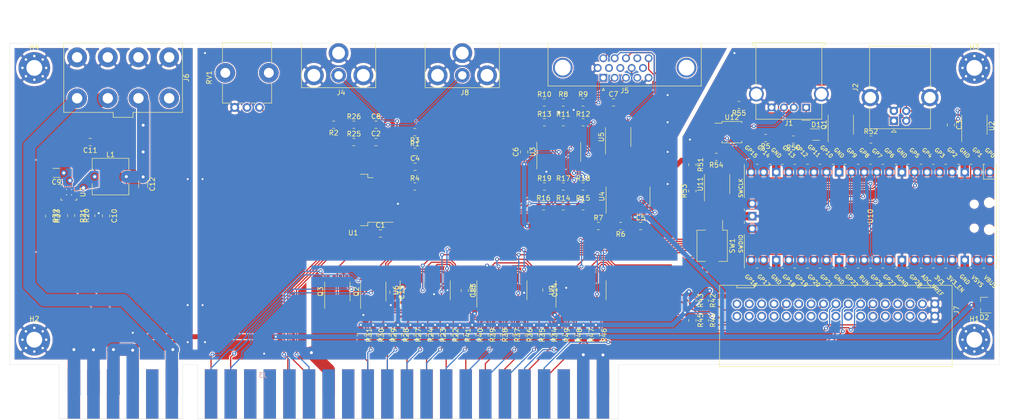
<source format=kicad_pcb>
(kicad_pcb (version 20171130) (host pcbnew 5.1.9-1.fc33)
  (layers (0 F.Cu signal) (31 B.Cu signal) (34 B.Paste user) (35 F.Paste user) (36 B.SilkS user) (37 F.SilkS user) (38 B.Mask user) (39 F.Mask user) (44 Edge.Cuts user))
  (net 0 "")
  (net 1 GND)
  (net 2 +12V)
  (net 3 "Net-(C2-Pad2)")
  (net 4 "Net-(C2-Pad1)")
  (net 5 +5V)
  (net 6 "Net-(C4-Pad1)")
  (net 7 "Net-(C7-Pad1)")
  (net 8 "Net-(C8-Pad2)")
  (net 9 "Net-(C8-Pad1)")
  (net 10 +3V3)
  (net 11 "Net-(D2-Pad2)")
  (net 12 "Net-(D2-Pad1)")
  (net 13 "Net-(J1-Pad1)")
  (net 14 "Net-(J1-Pad2)")
  (net 15 "Net-(J1-Pad3)")
  (net 16 "Net-(J2-Pad1)")
  (net 17 /p2_4)
  (net 18 /p2start)
  (net 19 "Net-(J3-PadR)")
  (net 20 "Net-(J3-PadS)")
  (net 21 /lockout1)
  (net 22 /p2up)
  (net 23 /jamma_green)
  (net 24 /p2right)
  (net 25 /jamma_sync)
  (net 26 /p2left)
  (net 27 -5V)
  (net 28 /c2)
  (net 29 /p2down)
  (net 30 /p2_3)
  (net 31 /meter1)
  (net 32 /p2_1)
  (net 33 "Net-(J3-PadM)")
  (net 34 /p2_2)
  (net 35 /p1_4)
  (net 36 /p1_3)
  (net 37 /p1_2)
  (net 38 /p1_1)
  (net 39 /p1right)
  (net 40 /p1left)
  (net 41 /p1down)
  (net 42 /p1up)
  (net 43 /p1start)
  (net 44 /c1)
  (net 45 "Net-(J3-Pad15)")
  (net 46 /jamma_blue)
  (net 47 /jamma_red)
  (net 48 "Net-(J3-Pad11)")
  (net 49 /speaker+)
  (net 50 /lockout2)
  (net 51 /meter2)
  (net 52 "Net-(J5-Pad15)")
  (net 53 "Net-(J5-Pad14)")
  (net 54 /vga_hsync)
  (net 55 "Net-(J5-Pad12)")
  (net 56 /vga_vsync)
  (net 57 "Net-(J5-Pad4)")
  (net 58 /vga_blue)
  (net 59 /vga_green)
  (net 60 /vga_red)
  (net 61 "Net-(J6-Pad1)")
  (net 62 "Net-(J7-Pad1)")
  (net 63 "Net-(J7-Pad2)")
  (net 64 "Net-(J7-Pad3)")
  (net 65 "Net-(J7-Pad4)")
  (net 66 "Net-(J7-Pad5)")
  (net 67 "Net-(J7-Pad6)")
  (net 68 "Net-(J7-Pad7)")
  (net 69 "Net-(J7-Pad8)")
  (net 70 /p2_6)
  (net 71 "Net-(J7-Pad10)")
  (net 72 "Net-(J7-Pad11)")
  (net 73 "Net-(J7-Pad12)")
  (net 74 "Net-(J7-Pad13)")
  (net 75 "Net-(J7-Pad14)")
  (net 76 /p1_6)
  (net 77 "Net-(J7-Pad16)")
  (net 78 /p1_5)
  (net 79 "Net-(J7-Pad18)")
  (net 80 "Net-(J7-Pad20)")
  (net 81 "Net-(J7-Pad22)")
  (net 82 /p2_5)
  (net 83 "Net-(J7-Pad24)")
  (net 84 "Net-(J7-Pad25)")
  (net 85 "Net-(J7-Pad26)")
  (net 86 "Net-(J7-Pad27)")
  (net 87 "Net-(J7-Pad28)")
  (net 88 "Net-(J7-Pad29)")
  (net 89 "Net-(J7-Pad30)")
  (net 90 "Net-(J7-Pad31)")
  (net 91 "Net-(J7-Pad32)")
  (net 92 /lockout1_ctl)
  (net 93 /meter1_ctl)
  (net 94 /lockout2_ctl)
  (net 95 /meter2_ctl)
  (net 96 /speaker-)
  (net 97 "Net-(R1-Pad1)")
  (net 98 "Net-(R2-Pad2)")
  (net 99 "Net-(R2-Pad1)")
  (net 100 "Net-(R11-Pad2)")
  (net 101 "Net-(R12-Pad2)")
  (net 102 "Net-(R13-Pad2)")
  (net 103 "Net-(R14-Pad1)")
  (net 104 "Net-(R15-Pad1)")
  (net 105 "Net-(R16-Pad1)")
  (net 106 "Net-(R25-Pad1)")
  (net 107 "Net-(SW1-Pad4)")
  (net 108 "Net-(SW1-Pad3)")
  (net 109 /jvs_tx)
  (net 110 /jvs_de)
  (net 111 /jvs_re)
  (net 112 /jvs_rx)
  (net 113 "Net-(U4-Pad3)")
  (net 114 "Net-(U6-Pad13)")
  (net 115 /sr_clr)
  (net 116 /sr_clk)
  (net 117 "Net-(U8-Pad13)")
  (net 118 /sr_data)
  (net 119 "Net-(U10-Pad43)")
  (net 120 "Net-(U10-Pad41)")
  (net 121 "Net-(U10-Pad24)")
  (net 122 "Net-(U10-Pad25)")
  (net 123 "Net-(U10-Pad26)")
  (net 124 "Net-(U10-Pad27)")
  (net 125 "Net-(U10-Pad29)")
  (net 126 "Net-(U10-Pad30)")
  (net 127 "Net-(U10-Pad32)")
  (net 128 "Net-(U10-Pad34)")
  (net 129 "Net-(U10-Pad35)")
  (net 130 "Net-(U10-Pad37)")
  (net 131 "Net-(U10-Pad40)")
  (net 132 "Net-(C10-Pad1)")
  (net 133 "Net-(C11-Pad2)")
  (net 134 +3.3VP)
  (net 135 "Net-(R32-Pad2)")
  (net 136 "Net-(R20-Pad2)")
  (net 137 "Net-(U7-Pad11)")
  (net 138 "Net-(U7-Pad9)")
  (net 139 /SW)
  (net 140 "Net-(D1-Pad6)")
  (net 141 "Net-(D1-Pad2)")
  (net 142 "Net-(D1-Pad3)")
  (net 143 "Net-(D1-Pad1)")
  (net 144 "Net-(J3-Padd)")
  (net 145 "Net-(J3-Pad26)")
  (net 146 /sense_2.5v)
  (net 147 /sense_0v)
  (net 148 "Net-(R5-Pad2)")
  (net 149 "Net-(R53-Pad1)")
  (net 150 /sense_in)
  (net 151 "Net-(R55-Pad2)")
  (net 152 "Net-(U4-Pad6)")
  (net 153 /termination)
  (net 154 "Net-(U11-Pad8)")
  (net 155 "Net-(U11-Pad5)")
  (net 156 "Net-(U11-Pad1)")
  (net 157 "Net-(U10-Pad16)")
  (net 158 "Net-(U10-Pad15)")
  (module td-io:JAMMA (layer F.Cu) (at 138.46 153)
    (fp_text reference J3 (at -15.24 -3.81) (layer B.SilkS) (effects (justify mirror)))
    (fp_text value JAMMA_Edge)
    (pad D smd rect (at -41.58 0) (size 2.5 10) (layers B.Cu B.Mask) (net 5 +5V))
    (pad F smd rect (at -33.66 0) (size 2.5 10) (layers B.Cu B.Mask) (net 2 +12V))
    (pad L smd rect (at -17.82 0) (size 2.5 10) (layers B.Cu B.Mask) (net 96 /speaker-))
    (pad c smd rect (at 41.58 0) (size 2.5 10) (layers B.Cu B.Mask) (net 17 /p2_4))
    (pad U smd rect (at 9.9 0) (size 2.5 10) (layers B.Cu B.Mask) (net 18 /p2start))
    (pad R smd rect (at -1.98 0) (size 2.5 10) (layers B.Cu B.Mask) (net 19 "Net-(J3-PadR)"))
    (pad S smd rect (at 1.98 0) (size 2.5 10) (layers B.Cu B.Mask) (net 20 "Net-(J3-PadS)"))
    (pad e smd rect (at 49.5 0) (size 2.5 10) (layers B.Cu B.Mask) (net 1 GND))
    (pad d smd rect (at 45.54 0) (size 2.5 10) (layers B.Cu B.Mask) (net 144 "Net-(J3-Padd)"))
    (pad K smd rect (at -21.78 0) (size 2.5 10) (layers B.Cu B.Mask) (net 21 /lockout1))
    (pad V smd rect (at 13.86 0) (size 2.5 10) (layers B.Cu B.Mask) (net 22 /p2up))
    (pad N smd rect (at -9.9 0) (size 2.5 10) (layers B.Cu B.Mask) (net 23 /jamma_green))
    (pad Y smd rect (at 25.74 0) (size 2.5 10) (layers B.Cu B.Mask) (net 24 /p2right))
    (pad P smd rect (at -5.94 0) (size 2.5 10) (layers B.Cu B.Mask) (net 25 /jamma_sync))
    (pad X smd rect (at 21.78 0) (size 2.5 10) (layers B.Cu B.Mask) (net 26 /p2left))
    (pad E smd rect (at -37.62 0) (size 2.5 10) (layers B.Cu B.Mask) (net 27 -5V))
    (pad T smd rect (at 5.94 0) (size 2.5 10) (layers B.Cu B.Mask) (net 28 /c2))
    (pad W smd rect (at 17.82 0) (size 2.5 10) (layers B.Cu B.Mask) (net 29 /p2down))
    (pad f smd rect (at 53.46 0) (size 2.5 10) (layers B.Cu B.Mask) (net 1 GND))
    (pad b smd rect (at 37.62 0) (size 2.5 10) (layers B.Cu B.Mask) (net 30 /p2_3))
    (pad J smd rect (at -25.74 0) (size 2.5 10) (layers B.Cu B.Mask) (net 31 /meter1))
    (pad B smd rect (at -49.5 0) (size 2.5 10) (layers B.Cu B.Mask) (net 1 GND))
    (pad Z smd rect (at 29.7 0) (size 2.5 10) (layers B.Cu B.Mask) (net 32 /p2_1))
    (pad M smd rect (at -13.86 0) (size 2.5 10) (layers B.Cu B.Mask) (net 33 "Net-(J3-PadM)"))
    (pad A smd rect (at -53.46 0) (size 2.5 10) (layers B.Cu B.Mask) (net 1 GND))
    (pad a smd rect (at 33.66 0) (size 2.5 10) (layers B.Cu B.Mask) (net 34 /p2_2))
    (pad C smd rect (at -45.54 0) (size 2.5 10) (layers B.Cu B.Mask) (net 5 +5V))
    (pad 28 smd rect (at 53.46 0) (size 2.5 10) (layers F.Cu F.Mask) (net 1 GND))
    (pad 27 smd rect (at 49.5 0) (size 2.5 10) (layers F.Cu F.Mask) (net 1 GND))
    (pad 26 smd rect (at 45.54 0) (size 2.5 10) (layers F.Cu F.Mask) (net 145 "Net-(J3-Pad26)"))
    (pad 25 smd rect (at 41.58 0) (size 2.5 10) (layers F.Cu F.Mask) (net 35 /p1_4))
    (pad 24 smd rect (at 37.62 0) (size 2.5 10) (layers F.Cu F.Mask) (net 36 /p1_3))
    (pad 23 smd rect (at 33.66 0) (size 2.5 10) (layers F.Cu F.Mask) (net 37 /p1_2))
    (pad 22 smd rect (at 29.7 0) (size 2.5 10) (layers F.Cu F.Mask) (net 38 /p1_1))
    (pad 21 smd rect (at 25.74 0) (size 2.5 10) (layers F.Cu F.Mask) (net 39 /p1right))
    (pad 20 smd rect (at 21.78 0) (size 2.5 10) (layers F.Cu F.Mask) (net 40 /p1left))
    (pad 19 smd rect (at 17.82 0) (size 2.5 10) (layers F.Cu F.Mask) (net 41 /p1down))
    (pad 18 smd rect (at 13.86 0) (size 2.5 10) (layers F.Cu F.Mask) (net 42 /p1up))
    (pad 17 smd rect (at 9.9 0) (size 2.5 10) (layers F.Cu F.Mask) (net 43 /p1start))
    (pad 16 smd rect (at 5.94 0) (size 2.5 10) (layers F.Cu F.Mask) (net 44 /c1))
    (pad 15 smd rect (at 1.98 0) (size 2.5 10) (layers F.Cu F.Mask) (net 45 "Net-(J3-Pad15)"))
    (pad 14 smd rect (at -1.98 0) (size 2.5 10) (layers F.Cu F.Mask) (net 1 GND))
    (pad 13 smd rect (at -5.94 0) (size 2.5 10) (layers F.Cu F.Mask) (net 46 /jamma_blue))
    (pad 12 smd rect (at -9.9 0) (size 2.5 10) (layers F.Cu F.Mask) (net 47 /jamma_red))
    (pad 11 smd rect (at -13.86 0) (size 2.5 10) (layers F.Cu F.Mask) (net 48 "Net-(J3-Pad11)"))
    (pad 10 smd rect (at -17.82 0) (size 2.5 10) (layers F.Cu F.Mask) (net 49 /speaker+))
    (pad 9 smd rect (at -21.78 0) (size 2.5 10) (layers F.Cu F.Mask) (net 50 /lockout2))
    (pad 8 smd rect (at -25.74 0) (size 2.5 10) (layers F.Cu F.Mask) (net 51 /meter2))
    (pad 6 smd rect (at -33.66 0) (size 2.5 10) (layers F.Cu F.Mask) (net 2 +12V))
    (pad 5 smd rect (at -37.62 0) (size 2.5 10) (layers F.Cu F.Mask) (net 27 -5V))
    (pad 4 smd rect (at -41.58 0) (size 2.5 10) (layers F.Cu F.Mask) (net 5 +5V))
    (pad 3 smd rect (at -45.54 0) (size 2.5 10) (layers F.Cu F.Mask) (net 5 +5V))
    (pad 2 smd rect (at -49.5 0) (size 2.5 10) (layers F.Cu F.Mask) (net 1 GND))
    (pad 1 smd rect (at -53.46 0) (size 2.5 10) (layers F.Cu F.Mask) (net 1 GND))
  )
  (module Potentiometer_THT:Potentiometer_Bourns_PTV09A-1_Single_Vertical (layer F.Cu) (at 122.5 95 90)
    (fp_text reference RV1 (at 6.05 -10.15 90) (layer F.SilkS))
    (fp_text value "10k Audio")
    (pad "" np_thru_hole circle (at 7 1.9 90) (size 4 4) (drill 2) (layers *.Cu *.Mask))
    (pad "" np_thru_hole circle (at 7 -6.9 90) (size 4 4) (drill 2) (layers *.Cu *.Mask))
    (pad 1 thru_hole circle (at 0 0 90) (size 1.8 1.8) (drill 1) (layers *.Cu *.Mask) (net 106 "Net-(R25-Pad1)"))
    (pad 2 thru_hole circle (at 0 -2.5 90) (size 1.8 1.8) (drill 1) (layers *.Cu *.Mask) (net 98 "Net-(R2-Pad2)"))
    (pad 3 thru_hole circle (at 0 -5 90) (size 1.8 1.8) (drill 1) (layers *.Cu *.Mask) (net 1 GND))
  )
  (module Package_SO:SOP-4_3.8x4.1mm_P2.54mm (layer F.Cu) (at 218 100)
    (fp_text reference U12 (at 0 -3) (layer F.SilkS))
    (fp_text value CPC1017N)
    (pad 4 smd roundrect (at 2.75 -1.27) (size 1.45 0.55) (layers F.Cu F.Paste F.Mask) (net 14 "Net-(J1-Pad2)"))
    (pad 3 smd roundrect (at 2.75 1.27) (size 1.45 0.55) (layers F.Cu F.Paste F.Mask) (net 148 "Net-(R5-Pad2)"))
    (pad 2 smd roundrect (at -2.75 1.27) (size 1.45 0.55) (layers F.Cu F.Paste F.Mask) (net 153 /termination))
    (pad 1 smd roundrect (at -2.75 -1.27) (size 1.45 0.55) (layers F.Cu F.Paste F.Mask) (net 151 "Net-(R55-Pad2)"))
  )
  (module Package_SO:SOIC-8_3.9x4.9mm_P1.27mm (layer F.Cu) (at 215 110.5 90)
    (fp_text reference U11 (at 0 -3.4 90) (layer F.SilkS))
    (fp_text value TL081)
    (pad 8 smd roundrect (at 2.475 -1.905 90) (size 1.95 0.6) (layers F.Cu F.Paste F.Mask) (net 154 "Net-(U11-Pad8)"))
    (pad 7 smd roundrect (at 2.475 -0.635 90) (size 1.95 0.6) (layers F.Cu F.Paste F.Mask) (net 5 +5V))
    (pad 6 smd roundrect (at 2.475 0.635 90) (size 1.95 0.6) (layers F.Cu F.Paste F.Mask) (net 150 /sense_in))
    (pad 5 smd roundrect (at 2.475 1.905 90) (size 1.95 0.6) (layers F.Cu F.Paste F.Mask) (net 155 "Net-(U11-Pad5)"))
    (pad 4 smd roundrect (at -2.475 1.905 90) (size 1.95 0.6) (layers F.Cu F.Paste F.Mask) (net 1 GND))
    (pad 3 smd roundrect (at -2.475 0.635 90) (size 1.95 0.6) (layers F.Cu F.Paste F.Mask) (net 1 GND))
    (pad 2 smd roundrect (at -2.475 -0.635 90) (size 1.95 0.6) (layers F.Cu F.Paste F.Mask) (net 149 "Net-(R53-Pad1)"))
    (pad 1 smd roundrect (at -2.475 -1.905 90) (size 1.95 0.6) (layers F.Cu F.Paste F.Mask) (net 156 "Net-(U11-Pad1)"))
  )
  (module Package_SO:SOIC-8_3.9x4.9mm_P1.27mm (layer F.Cu) (at 267 98.5 90)
    (fp_text reference U2 (at -0.25 3.5 90) (layer F.SilkS))
    (fp_text value SP3481CN)
    (pad 8 smd roundrect (at 2.475 -1.905 90) (size 1.95 0.6) (layers F.Cu F.Paste F.Mask) (net 10 +3V3))
    (pad 7 smd roundrect (at 2.475 -0.635 90) (size 1.95 0.6) (layers F.Cu F.Paste F.Mask) (net 15 "Net-(J1-Pad3)"))
    (pad 6 smd roundrect (at 2.475 0.635 90) (size 1.95 0.6) (layers F.Cu F.Paste F.Mask) (net 14 "Net-(J1-Pad2)"))
    (pad 5 smd roundrect (at 2.475 1.905 90) (size 1.95 0.6) (layers F.Cu F.Paste F.Mask) (net 1 GND))
    (pad 4 smd roundrect (at -2.475 1.905 90) (size 1.95 0.6) (layers F.Cu F.Paste F.Mask) (net 109 /jvs_tx))
    (pad 3 smd roundrect (at -2.475 0.635 90) (size 1.95 0.6) (layers F.Cu F.Paste F.Mask) (net 110 /jvs_de))
    (pad 2 smd roundrect (at -2.475 -0.635 90) (size 1.95 0.6) (layers F.Cu F.Paste F.Mask) (net 111 /jvs_re))
    (pad 1 smd roundrect (at -2.475 -1.905 90) (size 1.95 0.6) (layers F.Cu F.Paste F.Mask) (net 112 /jvs_rx))
  )
  (module Package_TO_SOT_SMD:TO-263-9_TabPin5 (layer F.Cu) (at 141.45 113.725 180)
    (fp_text reference U1 (at 0 -6.65) (layer F.SilkS))
    (fp_text value LM4950TS)
    (pad 9 smd rect (at -5.775 3.88 180) (size 4.6 0.61) (layers F.Cu F.Paste F.Mask) (net 97 "Net-(R1-Pad1)"))
    (pad 8 smd rect (at -5.775 2.91 180) (size 4.6 0.61) (layers F.Cu F.Paste F.Mask) (net 6 "Net-(C4-Pad1)"))
    (pad 7 smd rect (at -5.775 1.94 180) (size 4.6 0.61) (layers F.Cu F.Paste F.Mask) (net 96 /speaker-))
    (pad 6 smd rect (at -5.775 0.97 180) (size 4.6 0.61) (layers F.Cu F.Paste F.Mask) (net 2 +12V))
    (pad 5 smd rect (at -5.775 0 180) (size 4.6 0.61) (layers F.Cu F.Paste F.Mask) (net 1 GND))
    (pad 4 smd rect (at -5.775 -0.97 180) (size 4.6 0.61) (layers F.Cu F.Paste F.Mask) (net 1 GND))
    (pad 3 smd rect (at -5.775 -1.94 180) (size 4.6 0.61) (layers F.Cu F.Paste F.Mask) (net 49 /speaker+))
    (pad 2 smd rect (at -5.775 -2.91 180) (size 4.6 0.61) (layers F.Cu F.Paste F.Mask) (net 2 +12V))
    (pad 1 smd rect (at -5.775 -3.88 180) (size 4.6 0.61) (layers F.Cu F.Paste F.Mask) (net 99 "Net-(R2-Pad1)"))
    (pad 5 smd rect (at 3.375 0 180) (size 9.4 10.8) (layers F.Cu F.Mask) (net 1 GND))
  )
  (module Resistor_SMD:R_0805_2012Metric (layer F.Cu) (at 219.4125 94.5 180)
    (fp_text reference R55 (at 0 -1.65) (layer F.SilkS))
    (fp_text value R)
    (pad 2 smd roundrect (at 0.9125 0 180) (size 1.025 1.4) (layers F.Cu F.Paste F.Mask) (roundrect_rratio 0.243902) (net 151 "Net-(R55-Pad2)"))
    (pad 1 smd roundrect (at -0.9125 0 180) (size 1.025 1.4) (layers F.Cu F.Paste F.Mask) (roundrect_rratio 0.243902) (net 15 "Net-(J1-Pad3)"))
  )
  (module Resistor_SMD:R_0805_2012Metric (layer F.Cu) (at 214.8375 105 180)
    (fp_text reference R54 (at 0 -1.65) (layer F.SilkS))
    (fp_text value 10k)
    (pad 2 smd roundrect (at 0.9125 0 180) (size 1.025 1.4) (layers F.Cu F.Paste F.Mask) (roundrect_rratio 0.243902) (net 149 "Net-(R53-Pad1)"))
    (pad 1 smd roundrect (at -0.9125 0 180) (size 1.025 1.4) (layers F.Cu F.Paste F.Mask) (roundrect_rratio 0.243902) (net 150 /sense_in))
  )
  (module Resistor_SMD:R_0805_2012Metric (layer F.Cu) (at 210 111.9125 90)
    (fp_text reference R53 (at 0 -1.65 90) (layer F.SilkS))
    (fp_text value 20k)
    (pad 2 smd roundrect (at 0.9125 0 90) (size 1.025 1.4) (layers F.Cu F.Paste F.Mask) (roundrect_rratio 0.243902) (net 13 "Net-(J1-Pad1)"))
    (pad 1 smd roundrect (at -0.9125 0 90) (size 1.025 1.4) (layers F.Cu F.Paste F.Mask) (roundrect_rratio 0.243902) (net 149 "Net-(R53-Pad1)"))
  )
  (module Resistor_SMD:R_0805_2012Metric (layer F.Cu) (at 246.0875 101.5)
    (fp_text reference R52 (at 0 -1.65) (layer F.SilkS))
    (fp_text value 10k)
    (pad 2 smd roundrect (at 0.9125 0) (size 1.025 1.4) (layers F.Cu F.Paste F.Mask) (roundrect_rratio 0.243902) (net 1 GND))
    (pad 1 smd roundrect (at -0.9125 0) (size 1.025 1.4) (layers F.Cu F.Paste F.Mask) (roundrect_rratio 0.243902) (net 146 /sense_2.5v))
  )
  (module Resistor_SMD:R_0805_2012Metric (layer F.Cu) (at 210 106.5875 270)
    (fp_text reference R51 (at 0 -1.65 90) (layer F.SilkS))
    (fp_text value 10k)
    (pad 2 smd roundrect (at 0.9125 0 270) (size 1.025 1.4) (layers F.Cu F.Paste F.Mask) (roundrect_rratio 0.243902) (net 13 "Net-(J1-Pad1)"))
    (pad 1 smd roundrect (at -0.9125 0 270) (size 1.025 1.4) (layers F.Cu F.Paste F.Mask) (roundrect_rratio 0.243902) (net 5 +5V))
  )
  (module Resistor_SMD:R_0805_2012Metric (layer F.Cu) (at 230.4125 101.5 180)
    (fp_text reference R50 (at 0 -1.65) (layer F.SilkS))
    (fp_text value 10k)
    (pad 2 smd roundrect (at 0.9125 0 180) (size 1.025 1.4) (layers F.Cu F.Paste F.Mask) (roundrect_rratio 0.243902) (net 1 GND))
    (pad 1 smd roundrect (at -0.9125 0 180) (size 1.025 1.4) (layers F.Cu F.Paste F.Mask) (roundrect_rratio 0.243902) (net 147 /sense_0v))
  )
  (module Package_SO:SOIC-8_3.9x4.9mm_P1.27mm (layer F.Cu) (at 240 98.5 90)
    (fp_text reference Q1 (at 0 -3.4 90) (layer F.SilkS))
    (fp_text value FDS6930B)
    (pad 8 smd roundrect (at 2.475 -1.905 90) (size 1.95 0.6) (layers F.Cu F.Paste F.Mask) (net 16 "Net-(J2-Pad1)"))
    (pad 7 smd roundrect (at 2.475 -0.635 90) (size 1.95 0.6) (layers F.Cu F.Paste F.Mask) (net 16 "Net-(J2-Pad1)"))
    (pad 6 smd roundrect (at 2.475 0.635 90) (size 1.95 0.6) (layers F.Cu F.Paste F.Mask) (net 16 "Net-(J2-Pad1)"))
    (pad 5 smd roundrect (at 2.475 1.905 90) (size 1.95 0.6) (layers F.Cu F.Paste F.Mask) (net 16 "Net-(J2-Pad1)"))
    (pad 4 smd roundrect (at -2.475 1.905 90) (size 1.95 0.6) (layers F.Cu F.Paste F.Mask) (net 146 /sense_2.5v))
    (pad 3 smd roundrect (at -2.475 0.635 90) (size 1.95 0.6) (layers F.Cu F.Paste F.Mask) (net 143 "Net-(D1-Pad1)"))
    (pad 2 smd roundrect (at -2.475 -0.635 90) (size 1.95 0.6) (layers F.Cu F.Paste F.Mask) (net 147 /sense_0v))
    (pad 1 smd roundrect (at -2.475 -1.905 90) (size 1.95 0.6) (layers F.Cu F.Paste F.Mask) (net 1 GND))
  )
  (module Package_TO_SOT_SMD:SOT-363_SC-70-6 (layer F.Cu) (at 235 100.5)
    (fp_text reference D1 (at 0 -2) (layer F.SilkS))
    (fp_text value BAV99S)
    (pad 6 smd rect (at 0.95 -0.65) (size 0.65 0.4) (layers F.Cu F.Paste F.Mask) (net 140 "Net-(D1-Pad6)"))
    (pad 4 smd rect (at 0.95 0.65) (size 0.65 0.4) (layers F.Cu F.Paste F.Mask) (net 141 "Net-(D1-Pad2)"))
    (pad 2 smd rect (at -0.95 0) (size 0.65 0.4) (layers F.Cu F.Paste F.Mask) (net 141 "Net-(D1-Pad2)"))
    (pad 5 smd rect (at 0.95 0) (size 0.65 0.4) (layers F.Cu F.Paste F.Mask) (net 1 GND))
    (pad 3 smd rect (at -0.95 0.65) (size 0.65 0.4) (layers F.Cu F.Paste F.Mask) (net 142 "Net-(D1-Pad3)"))
    (pad 1 smd rect (at -0.95 -0.65) (size 0.65 0.4) (layers F.Cu F.Paste F.Mask) (net 143 "Net-(D1-Pad1)"))
  )
  (module Capacitor_SMD:C_0805_2012Metric (layer F.Cu) (at 149.6 132.4 270)
    (fp_text reference C15 (at 0 -1.68 90) (layer F.SilkS))
    (fp_text value 0.1uF)
    (pad 2 smd roundrect (at 0.95 0 270) (size 1 1.45) (layers F.Cu F.Paste F.Mask) (net 1 GND))
    (pad 1 smd roundrect (at -0.95 0 270) (size 1 1.45) (layers F.Cu F.Paste F.Mask) (net 10 +3V3))
  )
  (module Capacitor_SMD:C_0805_2012Metric (layer F.Cu) (at 180.5 131.95 270)
    (fp_text reference C14 (at 0 -1.68 90) (layer F.SilkS))
    (fp_text value 0.1uF)
    (pad 2 smd roundrect (at 0.95 0 270) (size 1 1.45) (layers F.Cu F.Paste F.Mask) (net 1 GND))
    (pad 1 smd roundrect (at -0.95 0 270) (size 1 1.45) (layers F.Cu F.Paste F.Mask) (net 10 +3V3))
  )
  (module Capacitor_SMD:C_0805_2012Metric (layer F.Cu) (at 164 132.05 270)
    (fp_text reference C13 (at 0 -1.68 90) (layer F.SilkS))
    (fp_text value 0.1uF)
    (pad 2 smd roundrect (at 0.95 0 270) (size 1 1.45) (layers F.Cu F.Paste F.Mask) (net 1 GND))
    (pad 1 smd roundrect (at -0.95 0 270) (size 1 1.45) (layers F.Cu F.Paste F.Mask) (net 10 +3V3))
  )
  (module MountingHole:MountingHole_3.2mm_M3_Pad_Via (layer F.Cu) (at 77 87)
    (fp_text reference H4 (at 0 -4.2) (layer F.SilkS))
    (fp_text value MountingHole_Pad)
    (pad 1 thru_hole circle (at 1.697056 -1.697056) (size 0.8 0.8) (drill 0.5) (layers *.Cu *.Mask) (net 1 GND))
    (pad 1 thru_hole circle (at 0 -2.4) (size 0.8 0.8) (drill 0.5) (layers *.Cu *.Mask) (net 1 GND))
    (pad 1 thru_hole circle (at -1.697056 -1.697056) (size 0.8 0.8) (drill 0.5) (layers *.Cu *.Mask) (net 1 GND))
    (pad 1 thru_hole circle (at -2.4 0) (size 0.8 0.8) (drill 0.5) (layers *.Cu *.Mask) (net 1 GND))
    (pad 1 thru_hole circle (at -1.697056 1.697056) (size 0.8 0.8) (drill 0.5) (layers *.Cu *.Mask) (net 1 GND))
    (pad 1 thru_hole circle (at 0 2.4) (size 0.8 0.8) (drill 0.5) (layers *.Cu *.Mask) (net 1 GND))
    (pad 1 thru_hole circle (at 1.697056 1.697056) (size 0.8 0.8) (drill 0.5) (layers *.Cu *.Mask) (net 1 GND))
    (pad 1 thru_hole circle (at 2.4 0) (size 0.8 0.8) (drill 0.5) (layers *.Cu *.Mask) (net 1 GND))
    (pad 1 thru_hole circle (at 0 0) (size 6.4 6.4) (drill 3.2) (layers *.Cu *.Mask) (net 1 GND))
  )
  (module MountingHole:MountingHole_3.2mm_M3_Pad_Via (layer F.Cu) (at 267 87)
    (fp_text reference H3 (at 0 -4.2) (layer F.SilkS))
    (fp_text value MountingHole_Pad)
    (pad 1 thru_hole circle (at 1.697056 -1.697056) (size 0.8 0.8) (drill 0.5) (layers *.Cu *.Mask) (net 1 GND))
    (pad 1 thru_hole circle (at 0 -2.4) (size 0.8 0.8) (drill 0.5) (layers *.Cu *.Mask) (net 1 GND))
    (pad 1 thru_hole circle (at -1.697056 -1.697056) (size 0.8 0.8) (drill 0.5) (layers *.Cu *.Mask) (net 1 GND))
    (pad 1 thru_hole circle (at -2.4 0) (size 0.8 0.8) (drill 0.5) (layers *.Cu *.Mask) (net 1 GND))
    (pad 1 thru_hole circle (at -1.697056 1.697056) (size 0.8 0.8) (drill 0.5) (layers *.Cu *.Mask) (net 1 GND))
    (pad 1 thru_hole circle (at 0 2.4) (size 0.8 0.8) (drill 0.5) (layers *.Cu *.Mask) (net 1 GND))
    (pad 1 thru_hole circle (at 1.697056 1.697056) (size 0.8 0.8) (drill 0.5) (layers *.Cu *.Mask) (net 1 GND))
    (pad 1 thru_hole circle (at 2.4 0) (size 0.8 0.8) (drill 0.5) (layers *.Cu *.Mask) (net 1 GND))
    (pad 1 thru_hole circle (at 0 0) (size 6.4 6.4) (drill 3.2) (layers *.Cu *.Mask) (net 1 GND))
  )
  (module MountingHole:MountingHole_3.2mm_M3_Pad_Via (layer F.Cu) (at 77 142)
    (fp_text reference H2 (at 0 -4.2) (layer F.SilkS))
    (fp_text value MountingHole_Pad)
    (pad 1 thru_hole circle (at 1.697056 -1.697056) (size 0.8 0.8) (drill 0.5) (layers *.Cu *.Mask) (net 1 GND))
    (pad 1 thru_hole circle (at 0 -2.4) (size 0.8 0.8) (drill 0.5) (layers *.Cu *.Mask) (net 1 GND))
    (pad 1 thru_hole circle (at -1.697056 -1.697056) (size 0.8 0.8) (drill 0.5) (layers *.Cu *.Mask) (net 1 GND))
    (pad 1 thru_hole circle (at -2.4 0) (size 0.8 0.8) (drill 0.5) (layers *.Cu *.Mask) (net 1 GND))
    (pad 1 thru_hole circle (at -1.697056 1.697056) (size 0.8 0.8) (drill 0.5) (layers *.Cu *.Mask) (net 1 GND))
    (pad 1 thru_hole circle (at 0 2.4) (size 0.8 0.8) (drill 0.5) (layers *.Cu *.Mask) (net 1 GND))
    (pad 1 thru_hole circle (at 1.697056 1.697056) (size 0.8 0.8) (drill 0.5) (layers *.Cu *.Mask) (net 1 GND))
    (pad 1 thru_hole circle (at 2.4 0) (size 0.8 0.8) (drill 0.5) (layers *.Cu *.Mask) (net 1 GND))
    (pad 1 thru_hole circle (at 0 0) (size 6.4 6.4) (drill 3.2) (layers *.Cu *.Mask) (net 1 GND))
  )
  (module MountingHole:MountingHole_3.2mm_M3_Pad_Via (layer F.Cu) (at 267 142)
    (fp_text reference H1 (at 0 -4.2) (layer F.SilkS))
    (fp_text value MountingHole_Pad)
    (pad 1 thru_hole circle (at 1.697056 -1.697056) (size 0.8 0.8) (drill 0.5) (layers *.Cu *.Mask) (net 1 GND))
    (pad 1 thru_hole circle (at 0 -2.4) (size 0.8 0.8) (drill 0.5) (layers *.Cu *.Mask) (net 1 GND))
    (pad 1 thru_hole circle (at -1.697056 -1.697056) (size 0.8 0.8) (drill 0.5) (layers *.Cu *.Mask) (net 1 GND))
    (pad 1 thru_hole circle (at -2.4 0) (size 0.8 0.8) (drill 0.5) (layers *.Cu *.Mask) (net 1 GND))
    (pad 1 thru_hole circle (at -1.697056 1.697056) (size 0.8 0.8) (drill 0.5) (layers *.Cu *.Mask) (net 1 GND))
    (pad 1 thru_hole circle (at 0 2.4) (size 0.8 0.8) (drill 0.5) (layers *.Cu *.Mask) (net 1 GND))
    (pad 1 thru_hole circle (at 1.697056 1.697056) (size 0.8 0.8) (drill 0.5) (layers *.Cu *.Mask) (net 1 GND))
    (pad 1 thru_hole circle (at 2.4 0) (size 0.8 0.8) (drill 0.5) (layers *.Cu *.Mask) (net 1 GND))
    (pad 1 thru_hole circle (at 0 0) (size 6.4 6.4) (drill 3.2) (layers *.Cu *.Mask) (net 1 GND))
  )
  (module Resistor_SMD:R_0805_2012Metric (layer F.Cu) (at 88.5 116.9125 90)
    (fp_text reference R21 (at 0 -1.65 90) (layer F.SilkS))
    (fp_text value 51k)
    (pad 2 smd roundrect (at 0.9125 0 90) (size 1.025 1.4) (layers F.Cu F.Paste F.Mask) (roundrect_rratio 0.243902) (net 1 GND))
    (pad 1 smd roundrect (at -0.9125 0 90) (size 1.025 1.4) (layers F.Cu F.Paste F.Mask) (roundrect_rratio 0.243902) (net 136 "Net-(R20-Pad2)"))
  )
  (module Resistor_SMD:R_0805_2012Metric (layer F.Cu) (at 85.9 116.8875 270)
    (fp_text reference R20 (at 0 -1.65 90) (layer F.SilkS))
    (fp_text value 160k)
    (pad 2 smd roundrect (at 0.9125 0 270) (size 1.025 1.4) (layers F.Cu F.Paste F.Mask) (roundrect_rratio 0.243902) (net 136 "Net-(R20-Pad2)"))
    (pad 1 smd roundrect (at -0.9125 0 270) (size 1.025 1.4) (layers F.Cu F.Paste F.Mask) (roundrect_rratio 0.243902) (net 132 "Net-(C10-Pad1)"))
  )
  (module Package_SO:SOIC-16_3.9x9.9mm_P1.27mm (layer F.Cu) (at 187.5 132 90)
    (fp_text reference U9 (at 0 -5.9 90) (layer F.SilkS))
    (fp_text value 74LV166)
    (pad 16 smd roundrect (at 2.475 -4.445 90) (size 1.95 0.6) (layers F.Cu F.Paste F.Mask) (net 10 +3V3))
    (pad 15 smd roundrect (at 2.475 -3.175 90) (size 1.95 0.6) (layers F.Cu F.Paste F.Mask) (net 1 GND))
    (pad 14 smd roundrect (at 2.475 -1.905 90) (size 1.95 0.6) (layers F.Cu F.Paste F.Mask) (net 70 /p2_6))
    (pad 13 smd roundrect (at 2.475 -0.635 90) (size 1.95 0.6) (layers F.Cu F.Paste F.Mask) (net 118 /sr_data))
    (pad 12 smd roundrect (at 2.475 0.635 90) (size 1.95 0.6) (layers F.Cu F.Paste F.Mask) (net 76 /p1_6))
    (pad 11 smd roundrect (at 2.475 1.905 90) (size 1.95 0.6) (layers F.Cu F.Paste F.Mask) (net 82 /p2_5))
    (pad 10 smd roundrect (at 2.475 3.175 90) (size 1.95 0.6) (layers F.Cu F.Paste F.Mask) (net 78 /p1_5))
    (pad 9 smd roundrect (at 2.475 4.445 90) (size 1.95 0.6) (layers F.Cu F.Paste F.Mask) (net 115 /sr_clr))
    (pad 8 smd roundrect (at -2.475 4.445 90) (size 1.95 0.6) (layers F.Cu F.Paste F.Mask) (net 1 GND))
    (pad 7 smd roundrect (at -2.475 3.175 90) (size 1.95 0.6) (layers F.Cu F.Paste F.Mask) (net 116 /sr_clk))
    (pad 6 smd roundrect (at -2.475 1.905 90) (size 1.95 0.6) (layers F.Cu F.Paste F.Mask) (net 1 GND))
    (pad 5 smd roundrect (at -2.475 0.635 90) (size 1.95 0.6) (layers F.Cu F.Paste F.Mask) (net 17 /p2_4))
    (pad 4 smd roundrect (at -2.475 -0.635 90) (size 1.95 0.6) (layers F.Cu F.Paste F.Mask) (net 35 /p1_4))
    (pad 3 smd roundrect (at -2.475 -1.905 90) (size 1.95 0.6) (layers F.Cu F.Paste F.Mask) (net 30 /p2_3))
    (pad 2 smd roundrect (at -2.475 -3.175 90) (size 1.95 0.6) (layers F.Cu F.Paste F.Mask) (net 36 /p1_3))
    (pad 1 smd roundrect (at -2.475 -4.445 90) (size 1.95 0.6) (layers F.Cu F.Paste F.Mask) (net 117 "Net-(U8-Pad13)"))
  )
  (module Package_SO:SOIC-16_3.9x9.9mm_P1.27mm (layer F.Cu) (at 171.5 132 90)
    (fp_text reference U8 (at 0 -5.9 90) (layer F.SilkS))
    (fp_text value 74LV166)
    (pad 16 smd roundrect (at 2.475 -4.445 90) (size 1.95 0.6) (layers F.Cu F.Paste F.Mask) (net 10 +3V3))
    (pad 15 smd roundrect (at 2.475 -3.175 90) (size 1.95 0.6) (layers F.Cu F.Paste F.Mask) (net 1 GND))
    (pad 14 smd roundrect (at 2.475 -1.905 90) (size 1.95 0.6) (layers F.Cu F.Paste F.Mask) (net 34 /p2_2))
    (pad 13 smd roundrect (at 2.475 -0.635 90) (size 1.95 0.6) (layers F.Cu F.Paste F.Mask) (net 117 "Net-(U8-Pad13)"))
    (pad 12 smd roundrect (at 2.475 0.635 90) (size 1.95 0.6) (layers F.Cu F.Paste F.Mask) (net 37 /p1_2))
    (pad 11 smd roundrect (at 2.475 1.905 90) (size 1.95 0.6) (layers F.Cu F.Paste F.Mask) (net 32 /p2_1))
    (pad 10 smd roundrect (at 2.475 3.175 90) (size 1.95 0.6) (layers F.Cu F.Paste F.Mask) (net 38 /p1_1))
    (pad 9 smd roundrect (at 2.475 4.445 90) (size 1.95 0.6) (layers F.Cu F.Paste F.Mask) (net 115 /sr_clr))
    (pad 8 smd roundrect (at -2.475 4.445 90) (size 1.95 0.6) (layers F.Cu F.Paste F.Mask) (net 1 GND))
    (pad 7 smd roundrect (at -2.475 3.175 90) (size 1.95 0.6) (layers F.Cu F.Paste F.Mask) (net 116 /sr_clk))
    (pad 6 smd roundrect (at -2.475 1.905 90) (size 1.95 0.6) (layers F.Cu F.Paste F.Mask) (net 1 GND))
    (pad 5 smd roundrect (at -2.475 0.635 90) (size 1.95 0.6) (layers F.Cu F.Paste F.Mask) (net 24 /p2right))
    (pad 4 smd roundrect (at -2.475 -0.635 90) (size 1.95 0.6) (layers F.Cu F.Paste F.Mask) (net 39 /p1right))
    (pad 3 smd roundrect (at -2.475 -1.905 90) (size 1.95 0.6) (layers F.Cu F.Paste F.Mask) (net 26 /p2left))
    (pad 2 smd roundrect (at -2.475 -3.175 90) (size 1.95 0.6) (layers F.Cu F.Paste F.Mask) (net 40 /p1left))
    (pad 1 smd roundrect (at -2.475 -4.445 90) (size 1.95 0.6) (layers F.Cu F.Paste F.Mask) (net 114 "Net-(U6-Pad13)"))
  )
  (module Package_DFN_QFN:VQFN-20-1EP_3x3mm_P0.45mm_EP1.55x1.55mm_ThermalVias (layer F.Cu) (at 84 112.15 270)
    (fp_text reference U7 (at 0 -2.82 90) (layer F.SilkS))
    (fp_text value TPS568230)
    (pad 21 smd rect (at 0 0 270) (size 1.55 1.55) (layers B.Cu) (net 1 GND))
    (pad 21 thru_hole circle (at 0.525 0.525 270) (size 0.5 0.5) (drill 0.2) (layers *.Cu) (net 1 GND))
    (pad 21 thru_hole circle (at -0.525 0.525 270) (size 0.5 0.5) (drill 0.2) (layers *.Cu) (net 1 GND))
    (pad 21 thru_hole circle (at 0.525 -0.525 270) (size 0.5 0.5) (drill 0.2) (layers *.Cu) (net 1 GND))
    (pad 21 thru_hole circle (at -0.525 -0.525 270) (size 0.5 0.5) (drill 0.2) (layers *.Cu) (net 1 GND))
    (pad 21 smd rect (at 0 0 270) (size 1.55 1.55) (layers F.Cu F.Mask) (net 1 GND))
    (pad 20 smd custom (at -0.9 -1.45 270) (size 0.143934 0.143934) (layers F.Cu F.Paste F.Mask) (net 139 /SW) (options (clearance outline) (anchor circle)) (primitives (gr_poly (pts (xy -0.075 -0.375) (xy 0.075 -0.375) (xy 0.075 0.375) (xy 0.045711 0.375) (xy -0.075 0.254289)) (width 0.1))))
    (pad 19 smd roundrect (at -0.45 -1.45 270) (size 0.25 0.85) (layers F.Cu F.Paste F.Mask) (net 139 /SW))
    (pad 18 smd roundrect (at 0 -1.45 270) (size 0.25 0.85) (layers F.Cu F.Paste F.Mask) (net 1 GND))
    (pad 17 smd roundrect (at 0.45 -1.45 270) (size 0.25 0.85) (layers F.Cu F.Paste F.Mask) (net 132 "Net-(C10-Pad1)"))
    (pad 16 smd custom (at 0.9 -1.45 270) (size 0.143934 0.143934) (layers F.Cu F.Paste F.Mask) (options (clearance outline) (anchor circle)) (primitives (gr_poly (pts (xy -0.075 -0.375) (xy 0.075 -0.375) (xy 0.075 0.254289) (xy -0.045711 0.375) (xy -0.075 0.375)) (width 0.1))))
    (pad 15 smd custom (at 1.45 -0.9 270) (size 0.143934 0.143934) (layers F.Cu F.Paste F.Mask) (net 136 "Net-(R20-Pad2)") (options (clearance outline) (anchor circle)) (primitives (gr_poly (pts (xy -0.375 0.045711) (xy -0.254289 -0.075) (xy 0.375 -0.075) (xy 0.375 0.075) (xy -0.375 0.075)) (width 0.1))))
    (pad 14 smd roundrect (at 1.45 -0.45 270) (size 0.85 0.25) (layers F.Cu F.Paste F.Mask) (net 135 "Net-(R32-Pad2)"))
    (pad 13 smd roundrect (at 1.45 0 270) (size 0.85 0.25) (layers F.Cu F.Paste F.Mask) (net 1 GND))
    (pad 12 smd roundrect (at 1.45 0.45 270) (size 0.85 0.25) (layers F.Cu F.Paste F.Mask) (net 5 +5V))
    (pad 11 smd custom (at 1.45 0.9 270) (size 0.143934 0.143934) (layers F.Cu F.Paste F.Mask) (net 137 "Net-(U7-Pad11)") (options (clearance outline) (anchor circle)) (primitives (gr_poly (pts (xy -0.375 -0.075) (xy 0.375 -0.075) (xy 0.375 0.075) (xy -0.254289 0.075) (xy -0.375 -0.045711)) (width 0.1))))
    (pad 10 smd custom (at 0.9 1.45 270) (size 0.143934 0.143934) (layers F.Cu F.Paste F.Mask) (options (clearance outline) (anchor circle)) (primitives (gr_poly (pts (xy -0.075 -0.375) (xy -0.045711 -0.375) (xy 0.075 -0.254289) (xy 0.075 0.375) (xy -0.075 0.375)) (width 0.1))))
    (pad 9 smd roundrect (at 0.45 1.45 270) (size 0.25 0.85) (layers F.Cu F.Paste F.Mask) (net 138 "Net-(U7-Pad9)"))
    (pad 8 smd roundrect (at 0 1.45 270) (size 0.25 0.85) (layers F.Cu F.Paste F.Mask) (net 1 GND))
    (pad 7 smd roundrect (at -0.45 1.45 270) (size 0.25 0.85) (layers F.Cu F.Paste F.Mask) (net 1 GND))
    (pad 6 smd custom (at -0.9 1.45 270) (size 0.143934 0.143934) (layers F.Cu F.Paste F.Mask) (net 139 /SW) (options (clearance outline) (anchor circle)) (primitives (gr_poly (pts (xy -0.075 -0.254289) (xy 0.045711 -0.375) (xy 0.075 -0.375) (xy 0.075 0.375) (xy -0.075 0.375)) (width 0.1))))
    (pad 5 smd custom (at -1.45 0.9 270) (size 0.143934 0.143934) (layers F.Cu F.Paste F.Mask) (net 5 +5V) (options (clearance outline) (anchor circle)) (primitives (gr_poly (pts (xy -0.375 -0.075) (xy 0.375 -0.075) (xy 0.375 -0.045711) (xy 0.254289 0.075) (xy -0.375 0.075)) (width 0.1))))
    (pad 4 smd roundrect (at -1.45 0.45 270) (size 0.85 0.25) (layers F.Cu F.Paste F.Mask) (net 5 +5V))
    (pad 3 smd roundrect (at -1.45 0 270) (size 0.85 0.25) (layers F.Cu F.Paste F.Mask) (net 5 +5V))
    (pad 2 smd roundrect (at -1.45 -0.45 270) (size 0.85 0.25) (layers F.Cu F.Paste F.Mask) (net 5 +5V))
    (pad 1 smd custom (at -1.45 -0.9 270) (size 0.143934 0.143934) (layers F.Cu F.Paste F.Mask) (net 133 "Net-(C11-Pad2)") (options (clearance outline) (anchor circle)) (primitives (gr_poly (pts (xy -0.375 -0.075) (xy 0.254289 -0.075) (xy 0.375 0.045711) (xy 0.375 0.075) (xy -0.375 0.075)) (width 0.1))))
  )
  (module Resistor_SMD:R_0805_2012Metric (layer F.Cu) (at 183 141.0875 270)
    (fp_text reference R49 (at 0 -1.65 90) (layer F.SilkS))
    (fp_text value 10k)
    (pad 2 smd roundrect (at 0.9125 0 270) (size 1.025 1.4) (layers F.Cu F.Paste F.Mask) (roundrect_rratio 0.243902) (net 36 /p1_3))
    (pad 1 smd roundrect (at -0.9125 0 270) (size 1.025 1.4) (layers F.Cu F.Paste F.Mask) (roundrect_rratio 0.243902) (net 10 +3V3))
  )
  (module Resistor_SMD:R_0805_2012Metric (layer F.Cu) (at 185.5 141.0875 270)
    (fp_text reference R48 (at 0 -1.65 90) (layer F.SilkS))
    (fp_text value 10k)
    (pad 2 smd roundrect (at 0.9125 0 270) (size 1.025 1.4) (layers F.Cu F.Paste F.Mask) (roundrect_rratio 0.243902) (net 30 /p2_3))
    (pad 1 smd roundrect (at -0.9125 0 270) (size 1.025 1.4) (layers F.Cu F.Paste F.Mask) (roundrect_rratio 0.243902) (net 10 +3V3))
  )
  (module Resistor_SMD:R_0805_2012Metric (layer F.Cu) (at 188 141.0875 270)
    (fp_text reference R47 (at 0 -1.65 90) (layer F.SilkS))
    (fp_text value 10k)
    (pad 2 smd roundrect (at 0.9125 0 270) (size 1.025 1.4) (layers F.Cu F.Paste F.Mask) (roundrect_rratio 0.243902) (net 35 /p1_4))
    (pad 1 smd roundrect (at -0.9125 0 270) (size 1.025 1.4) (layers F.Cu F.Paste F.Mask) (roundrect_rratio 0.243902) (net 10 +3V3))
  )
  (module Resistor_SMD:R_0805_2012Metric (layer F.Cu) (at 190.5 141.0875 270)
    (fp_text reference R46 (at 0 -1.65 90) (layer F.SilkS))
    (fp_text value 10k)
    (pad 2 smd roundrect (at 0.9125 0 270) (size 1.025 1.4) (layers F.Cu F.Paste F.Mask) (roundrect_rratio 0.243902) (net 17 /p2_4))
    (pad 1 smd roundrect (at -0.9125 0 270) (size 1.025 1.4) (layers F.Cu F.Paste F.Mask) (roundrect_rratio 0.243902) (net 10 +3V3))
  )
  (module Resistor_SMD:R_0805_2012Metric (layer F.Cu) (at 210 138.0875 270)
    (fp_text reference R45 (at 0 -1.65 90) (layer F.SilkS))
    (fp_text value 10k)
    (pad 2 smd roundrect (at 0.9125 0 270) (size 1.025 1.4) (layers F.Cu F.Paste F.Mask) (roundrect_rratio 0.243902) (net 78 /p1_5))
    (pad 1 smd roundrect (at -0.9125 0 270) (size 1.025 1.4) (layers F.Cu F.Paste F.Mask) (roundrect_rratio 0.243902) (net 10 +3V3))
  )
  (module Resistor_SMD:R_0805_2012Metric (layer F.Cu) (at 212.5 138.0875 270)
    (fp_text reference R44 (at 0 -1.65 90) (layer F.SilkS))
    (fp_text value 10k)
    (pad 2 smd roundrect (at 0.9125 0 270) (size 1.025 1.4) (layers F.Cu F.Paste F.Mask) (roundrect_rratio 0.243902) (net 82 /p2_5))
    (pad 1 smd roundrect (at -0.9125 0 270) (size 1.025 1.4) (layers F.Cu F.Paste F.Mask) (roundrect_rratio 0.243902) (net 10 +3V3))
  )
  (module Resistor_SMD:R_0805_2012Metric (layer F.Cu) (at 210 134.0875 270)
    (fp_text reference R43 (at 0 -1.65 90) (layer F.SilkS))
    (fp_text value 10k)
    (pad 2 smd roundrect (at 0.9125 0 270) (size 1.025 1.4) (layers F.Cu F.Paste F.Mask) (roundrect_rratio 0.243902) (net 76 /p1_6))
    (pad 1 smd roundrect (at -0.9125 0 270) (size 1.025 1.4) (layers F.Cu F.Paste F.Mask) (roundrect_rratio 0.243902) (net 10 +3V3))
  )
  (module Resistor_SMD:R_0805_2012Metric (layer F.Cu) (at 212.5 134.0875 270)
    (fp_text reference R42 (at 0 -1.65 90) (layer F.SilkS))
    (fp_text value 10k)
    (pad 2 smd roundrect (at 0.9125 0 270) (size 1.025 1.4) (layers F.Cu F.Paste F.Mask) (roundrect_rratio 0.243902) (net 70 /p2_6))
    (pad 1 smd roundrect (at -0.9125 0 270) (size 1.025 1.4) (layers F.Cu F.Paste F.Mask) (roundrect_rratio 0.243902) (net 10 +3V3))
  )
  (module Resistor_SMD:R_0805_2012Metric (layer F.Cu) (at 163 141.0875 270)
    (fp_text reference R41 (at 0 -1.65 90) (layer F.SilkS))
    (fp_text value 10k)
    (pad 2 smd roundrect (at 0.9125 0 270) (size 1.025 1.4) (layers F.Cu F.Paste F.Mask) (roundrect_rratio 0.243902) (net 40 /p1left))
    (pad 1 smd roundrect (at -0.9125 0 270) (size 1.025 1.4) (layers F.Cu F.Paste F.Mask) (roundrect_rratio 0.243902) (net 10 +3V3))
  )
  (module Resistor_SMD:R_0805_2012Metric (layer F.Cu) (at 165.5 141.0875 270)
    (fp_text reference R40 (at 0 -1.65 90) (layer F.SilkS))
    (fp_text value 10k)
    (pad 2 smd roundrect (at 0.9125 0 270) (size 1.025 1.4) (layers F.Cu F.Paste F.Mask) (roundrect_rratio 0.243902) (net 26 /p2left))
    (pad 1 smd roundrect (at -0.9125 0 270) (size 1.025 1.4) (layers F.Cu F.Paste F.Mask) (roundrect_rratio 0.243902) (net 10 +3V3))
  )
  (module Resistor_SMD:R_0805_2012Metric (layer F.Cu) (at 168 141.0875 270)
    (fp_text reference R39 (at 0 -1.65 90) (layer F.SilkS))
    (fp_text value 10k)
    (pad 2 smd roundrect (at 0.9125 0 270) (size 1.025 1.4) (layers F.Cu F.Paste F.Mask) (roundrect_rratio 0.243902) (net 39 /p1right))
    (pad 1 smd roundrect (at -0.9125 0 270) (size 1.025 1.4) (layers F.Cu F.Paste F.Mask) (roundrect_rratio 0.243902) (net 10 +3V3))
  )
  (module Resistor_SMD:R_0805_2012Metric (layer F.Cu) (at 170.5 141.0875 270)
    (fp_text reference R38 (at 0 -1.65 90) (layer F.SilkS))
    (fp_text value 10k)
    (pad 2 smd roundrect (at 0.9125 0 270) (size 1.025 1.4) (layers F.Cu F.Paste F.Mask) (roundrect_rratio 0.243902) (net 24 /p2right))
    (pad 1 smd roundrect (at -0.9125 0 270) (size 1.025 1.4) (layers F.Cu F.Paste F.Mask) (roundrect_rratio 0.243902) (net 10 +3V3))
  )
  (module Resistor_SMD:R_0805_2012Metric (layer F.Cu) (at 173 141.0875 270)
    (fp_text reference R37 (at 0 -1.65 90) (layer F.SilkS))
    (fp_text value 10k)
    (pad 2 smd roundrect (at 0.9125 0 270) (size 1.025 1.4) (layers F.Cu F.Paste F.Mask) (roundrect_rratio 0.243902) (net 38 /p1_1))
    (pad 1 smd roundrect (at -0.9125 0 270) (size 1.025 1.4) (layers F.Cu F.Paste F.Mask) (roundrect_rratio 0.243902) (net 10 +3V3))
  )
  (module Resistor_SMD:R_0805_2012Metric (layer F.Cu) (at 175.5 141.0875 270)
    (fp_text reference R36 (at 0 -1.65 90) (layer F.SilkS))
    (fp_text value 10k)
    (pad 2 smd roundrect (at 0.9125 0 270) (size 1.025 1.4) (layers F.Cu F.Paste F.Mask) (roundrect_rratio 0.243902) (net 32 /p2_1))
    (pad 1 smd roundrect (at -0.9125 0 270) (size 1.025 1.4) (layers F.Cu F.Paste F.Mask) (roundrect_rratio 0.243902) (net 10 +3V3))
  )
  (module Resistor_SMD:R_0805_2012Metric (layer F.Cu) (at 178 141.0875 270)
    (fp_text reference R35 (at 0 -1.65 90) (layer F.SilkS))
    (fp_text value 10k)
    (pad 2 smd roundrect (at 0.9125 0 270) (size 1.025 1.4) (layers F.Cu F.Paste F.Mask) (roundrect_rratio 0.243902) (net 37 /p1_2))
    (pad 1 smd roundrect (at -0.9125 0 270) (size 1.025 1.4) (layers F.Cu F.Paste F.Mask) (roundrect_rratio 0.243902) (net 10 +3V3))
  )
  (module Resistor_SMD:R_0805_2012Metric (layer F.Cu) (at 180.5 141.0875 270)
    (fp_text reference R34 (at 0 -1.65 90) (layer F.SilkS))
    (fp_text value 10k)
    (pad 2 smd roundrect (at 0.9125 0 270) (size 1.025 1.4) (layers F.Cu F.Paste F.Mask) (roundrect_rratio 0.243902) (net 34 /p2_2))
    (pad 1 smd roundrect (at -0.9125 0 270) (size 1.025 1.4) (layers F.Cu F.Paste F.Mask) (roundrect_rratio 0.243902) (net 10 +3V3))
  )
  (module Resistor_SMD:R_0805_2012Metric (layer F.Cu) (at 80 117 270)
    (fp_text reference R33 (at 0 -1.65 90) (layer F.SilkS))
    (fp_text value 20k)
    (pad 2 smd roundrect (at 0.9125 0 270) (size 1.025 1.4) (layers F.Cu F.Paste F.Mask) (roundrect_rratio 0.243902) (net 1 GND))
    (pad 1 smd roundrect (at -0.9125 0 270) (size 1.025 1.4) (layers F.Cu F.Paste F.Mask) (roundrect_rratio 0.243902) (net 135 "Net-(R32-Pad2)"))
  )
  (module Resistor_SMD:R_0805_2012Metric (layer F.Cu) (at 83 116.9125 90)
    (fp_text reference R32 (at 0 -1.65 90) (layer F.SilkS))
    (fp_text value 90k)
    (pad 2 smd roundrect (at 0.9125 0 90) (size 1.025 1.4) (layers F.Cu F.Paste F.Mask) (roundrect_rratio 0.243902) (net 135 "Net-(R32-Pad2)"))
    (pad 1 smd roundrect (at -0.9125 0 90) (size 1.025 1.4) (layers F.Cu F.Paste F.Mask) (roundrect_rratio 0.243902) (net 134 +3.3VP))
  )
  (module Resistor_SMD:R_0805_2012Metric (layer F.Cu) (at 143 141.0875 270)
    (fp_text reference R31 (at 0 -1.65 90) (layer F.SilkS))
    (fp_text value 10k)
    (pad 2 smd roundrect (at 0.9125 0 270) (size 1.025 1.4) (layers F.Cu F.Paste F.Mask) (roundrect_rratio 0.243902) (net 44 /c1))
    (pad 1 smd roundrect (at -0.9125 0 270) (size 1.025 1.4) (layers F.Cu F.Paste F.Mask) (roundrect_rratio 0.243902) (net 10 +3V3))
  )
  (module Resistor_SMD:R_0805_2012Metric (layer F.Cu) (at 145.5 141.0875 270)
    (fp_text reference R30 (at 0 -1.65 90) (layer F.SilkS))
    (fp_text value 10k)
    (pad 2 smd roundrect (at 0.9125 0 270) (size 1.025 1.4) (layers F.Cu F.Paste F.Mask) (roundrect_rratio 0.243902) (net 28 /c2))
    (pad 1 smd roundrect (at -0.9125 0 270) (size 1.025 1.4) (layers F.Cu F.Paste F.Mask) (roundrect_rratio 0.243902) (net 10 +3V3))
  )
  (module Resistor_SMD:R_0805_2012Metric (layer F.Cu) (at 148 141.0875 270)
    (fp_text reference R29 (at 0 -1.65 90) (layer F.SilkS))
    (fp_text value 10k)
    (pad 2 smd roundrect (at 0.9125 0 270) (size 1.025 1.4) (layers F.Cu F.Paste F.Mask) (roundrect_rratio 0.243902) (net 43 /p1start))
    (pad 1 smd roundrect (at -0.9125 0 270) (size 1.025 1.4) (layers F.Cu F.Paste F.Mask) (roundrect_rratio 0.243902) (net 10 +3V3))
  )
  (module Resistor_SMD:R_0805_2012Metric (layer F.Cu) (at 150.5 141.0875 270)
    (fp_text reference R28 (at 0 -1.65 90) (layer F.SilkS))
    (fp_text value 10k)
    (pad 2 smd roundrect (at 0.9125 0 270) (size 1.025 1.4) (layers F.Cu F.Paste F.Mask) (roundrect_rratio 0.243902) (net 18 /p2start))
    (pad 1 smd roundrect (at -0.9125 0 270) (size 1.025 1.4) (layers F.Cu F.Paste F.Mask) (roundrect_rratio 0.243902) (net 10 +3V3))
  )
  (module Resistor_SMD:R_0805_2012Metric (layer F.Cu) (at 153 141.0875 270)
    (fp_text reference R27 (at 0 -1.65 90) (layer F.SilkS))
    (fp_text value 10k)
    (pad 2 smd roundrect (at 0.9125 0 270) (size 1.025 1.4) (layers F.Cu F.Paste F.Mask) (roundrect_rratio 0.243902) (net 42 /p1up))
    (pad 1 smd roundrect (at -0.9125 0 270) (size 1.025 1.4) (layers F.Cu F.Paste F.Mask) (roundrect_rratio 0.243902) (net 10 +3V3))
  )
  (module Resistor_SMD:R_0805_2012Metric (layer F.Cu) (at 155.5 141.0875 270)
    (fp_text reference R24 (at 0 -1.65 90) (layer F.SilkS))
    (fp_text value 10k)
    (pad 2 smd roundrect (at 0.9125 0 270) (size 1.025 1.4) (layers F.Cu F.Paste F.Mask) (roundrect_rratio 0.243902) (net 22 /p2up))
    (pad 1 smd roundrect (at -0.9125 0 270) (size 1.025 1.4) (layers F.Cu F.Paste F.Mask) (roundrect_rratio 0.243902) (net 10 +3V3))
  )
  (module Resistor_SMD:R_0805_2012Metric (layer F.Cu) (at 158 141.0875 270)
    (fp_text reference R23 (at 0 -1.65 90) (layer F.SilkS))
    (fp_text value 10k)
    (pad 2 smd roundrect (at 0.9125 0 270) (size 1.025 1.4) (layers F.Cu F.Paste F.Mask) (roundrect_rratio 0.243902) (net 41 /p1down))
    (pad 1 smd roundrect (at -0.9125 0 270) (size 1.025 1.4) (layers F.Cu F.Paste F.Mask) (roundrect_rratio 0.243902) (net 10 +3V3))
  )
  (module Resistor_SMD:R_0805_2012Metric (layer F.Cu) (at 160.5 141.0875 270)
    (fp_text reference R22 (at 0 -1.65 90) (layer F.SilkS))
    (fp_text value 10k)
    (pad 2 smd roundrect (at 0.9125 0 270) (size 1.025 1.4) (layers F.Cu F.Paste F.Mask) (roundrect_rratio 0.243902) (net 29 /p2down))
    (pad 1 smd roundrect (at -0.9125 0 270) (size 1.025 1.4) (layers F.Cu F.Paste F.Mask) (roundrect_rratio 0.243902) (net 10 +3V3))
  )
  (module Inductor_SMD:L_7.3x7.3_H3.5 (layer F.Cu) (at 92.4 109)
    (fp_text reference L1 (at 0 -4.45) (layer F.SilkS))
    (fp_text value 1uH)
    (pad 2 smd rect (at 3.2 0) (size 1.5 2.2) (layers F.Cu F.Paste F.Mask) (net 134 +3.3VP))
    (pad 1 smd rect (at -3.2 0) (size 1.5 2.2) (layers F.Cu F.Paste F.Mask) (net 139 /SW))
  )
  (module Capacitor_SMD:C_1206_3216Metric (layer F.Cu) (at 99 110.525 270)
    (fp_text reference C12 (at 0 -1.85 90) (layer F.SilkS))
    (fp_text value 100uF)
    (pad 2 smd roundrect (at 1.475 0 270) (size 1.15 1.8) (layers F.Cu F.Paste F.Mask) (roundrect_rratio 0.217391) (net 1 GND))
    (pad 1 smd roundrect (at -1.475 0 270) (size 1.15 1.8) (layers F.Cu F.Paste F.Mask) (roundrect_rratio 0.217391) (net 134 +3.3VP))
  )
  (module Capacitor_SMD:C_0805_2012Metric (layer F.Cu) (at 88.3 102 180)
    (fp_text reference C11 (at 0 -1.68) (layer F.SilkS))
    (fp_text value 0.1uF)
    (pad 2 smd roundrect (at 0.95 0 180) (size 1 1.45) (layers F.Cu F.Paste F.Mask) (net 133 "Net-(C11-Pad2)"))
    (pad 1 smd roundrect (at -0.95 0 180) (size 1 1.45) (layers F.Cu F.Paste F.Mask) (net 139 /SW))
  )
  (module Capacitor_SMD:C_0805_2012Metric (layer F.Cu) (at 91.5 116.95 270)
    (fp_text reference C10 (at 0 -1.68 90) (layer F.SilkS))
    (fp_text value 1uF)
    (pad 2 smd roundrect (at 0.95 0 270) (size 1 1.45) (layers F.Cu F.Paste F.Mask) (net 1 GND))
    (pad 1 smd roundrect (at -0.95 0 270) (size 1 1.45) (layers F.Cu F.Paste F.Mask) (net 132 "Net-(C10-Pad1)"))
  )
  (module Capacitor_SMD:C_1206_3216Metric (layer F.Cu) (at 81.475 108.25 180)
    (fp_text reference C9 (at 0 -1.85) (layer F.SilkS))
    (fp_text value 100uF)
    (pad 2 smd roundrect (at 1.475 0 180) (size 1.15 1.8) (layers F.Cu F.Paste F.Mask) (roundrect_rratio 0.217391) (net 1 GND))
    (pad 1 smd roundrect (at -1.475 0 180) (size 1.15 1.8) (layers F.Cu F.Paste F.Mask) (roundrect_rratio 0.217391) (net 5 +5V))
  )
  (module Capacitor_SMD:C_0805_2012Metric (layer F.Cu) (at 194.05 94)
    (fp_text reference C7 (at 0 -1.68) (layer F.SilkS))
    (fp_text value 0.1uF)
    (pad 2 smd roundrect (at 0.95 0) (size 1 1.45) (layers F.Cu F.Paste F.Mask) (net 1 GND))
    (pad 1 smd roundrect (at -0.95 0) (size 1 1.45) (layers F.Cu F.Paste F.Mask) (net 7 "Net-(C7-Pad1)"))
  )
  (module td-io:CUI_RCJ-01X (layer F.Cu) (at 163.5 88.5)
    (fp_text reference J8 (at 0.5 3.5) (layer F.SilkS))
    (fp_text value Conn_Coaxial)
    (pad 2 thru_hole circle (at 0 -4.5) (size 4 4) (drill 2.6) (layers *.Cu *.Mask) (net 1 GND))
    (pad 2 thru_hole circle (at -5 0) (size 4 4) (drill 2.6) (layers *.Cu *.Mask) (net 1 GND))
    (pad 2 thru_hole circle (at 5 0) (size 4 4) (drill 2.6) (layers *.Cu *.Mask) (net 1 GND))
    (pad 1 thru_hole circle (at 0 0) (size 3 3) (drill 1.7) (layers *.Cu *.Mask) (net 8 "Net-(C8-Pad2)"))
  )
  (module td-io:CUI_RCJ-01X (layer F.Cu) (at 138.5 88.5)
    (fp_text reference J4 (at 0.5 3.5) (layer F.SilkS))
    (fp_text value Conn_Coaxial)
    (pad 2 thru_hole circle (at 0 -4.5) (size 4 4) (drill 2.6) (layers *.Cu *.Mask) (net 1 GND))
    (pad 2 thru_hole circle (at -5 0) (size 4 4) (drill 2.6) (layers *.Cu *.Mask) (net 1 GND))
    (pad 2 thru_hole circle (at 5 0) (size 4 4) (drill 2.6) (layers *.Cu *.Mask) (net 1 GND))
    (pad 1 thru_hole circle (at 0 0) (size 3 3) (drill 1.7) (layers *.Cu *.Mask) (net 3 "Net-(C2-Pad2)"))
  )
  (module td-io:DF1BZ-34DP-2.5DS (layer F.Cu) (at 239 136 180)
    (fp_text reference J7 (at -24.4 0 90) (layer F.SilkS))
    (fp_text value Conn_02x17_Odd_Even)
    (pad 1 thru_hole circle (at 20 1.25 180) (size 1.8 1.8) (drill 1.1) (layers *.Cu *.Mask) (net 62 "Net-(J7-Pad1)"))
    (pad 2 thru_hole circle (at 20 -1.25 180) (size 1.8 1.8) (drill 1.1) (layers *.Cu *.Mask) (net 63 "Net-(J7-Pad2)"))
    (pad 3 thru_hole circle (at 17.5 1.25 180) (size 1.8 1.8) (drill 1.1) (layers *.Cu *.Mask) (net 64 "Net-(J7-Pad3)"))
    (pad 4 thru_hole circle (at 17.5 -1.25 180) (size 1.8 1.8) (drill 1.1) (layers *.Cu *.Mask) (net 65 "Net-(J7-Pad4)"))
    (pad 5 thru_hole circle (at 15 1.25 180) (size 1.8 1.8) (drill 1.1) (layers *.Cu *.Mask) (net 66 "Net-(J7-Pad5)"))
    (pad 6 thru_hole circle (at 15 -1.25 180) (size 1.8 1.8) (drill 1.1) (layers *.Cu *.Mask) (net 67 "Net-(J7-Pad6)"))
    (pad 7 thru_hole circle (at 12.5 1.25 180) (size 1.8 1.8) (drill 1.1) (layers *.Cu *.Mask) (net 68 "Net-(J7-Pad7)"))
    (pad 8 thru_hole circle (at 12.5 -1.25 180) (size 1.8 1.8) (drill 1.1) (layers *.Cu *.Mask) (net 69 "Net-(J7-Pad8)"))
    (pad 9 thru_hole circle (at 10 1.25 180) (size 1.8 1.8) (drill 1.1) (layers *.Cu *.Mask) (net 70 /p2_6))
    (pad 10 thru_hole circle (at 10 -1.25 180) (size 1.8 1.8) (drill 1.1) (layers *.Cu *.Mask) (net 71 "Net-(J7-Pad10)"))
    (pad 11 thru_hole circle (at 7.5 1.25 180) (size 1.8 1.8) (drill 1.1) (layers *.Cu *.Mask) (net 72 "Net-(J7-Pad11)"))
    (pad 12 thru_hole circle (at 7.5 -1.25 180) (size 1.8 1.8) (drill 1.1) (layers *.Cu *.Mask) (net 73 "Net-(J7-Pad12)"))
    (pad 13 thru_hole circle (at 5 1.25 180) (size 1.8 1.8) (drill 1.1) (layers *.Cu *.Mask) (net 74 "Net-(J7-Pad13)"))
    (pad 14 thru_hole circle (at 5 -1.25 180) (size 1.8 1.8) (drill 1.1) (layers *.Cu *.Mask) (net 75 "Net-(J7-Pad14)"))
    (pad 15 thru_hole circle (at 2.5 1.25 180) (size 1.8 1.8) (drill 1.1) (layers *.Cu *.Mask) (net 76 /p1_6))
    (pad 16 thru_hole circle (at 2.5 -1.25 180) (size 1.8 1.8) (drill 1.1) (layers *.Cu *.Mask) (net 77 "Net-(J7-Pad16)"))
    (pad 17 thru_hole circle (at 0 1.25 180) (size 1.8 1.8) (drill 1.1) (layers *.Cu *.Mask) (net 78 /p1_5))
    (pad 18 thru_hole circle (at 0 -1.25 180) (size 1.8 1.8) (drill 1.1) (layers *.Cu *.Mask) (net 79 "Net-(J7-Pad18)"))
    (pad 19 thru_hole circle (at -2.5 1.25 180) (size 1.8 1.8) (drill 1.1) (layers *.Cu *.Mask) (net 35 /p1_4))
    (pad 20 thru_hole circle (at -2.5 -1.25 180) (size 1.8 1.8) (drill 1.1) (layers *.Cu *.Mask) (net 80 "Net-(J7-Pad20)"))
    (pad 21 thru_hole circle (at -5 1.25 180) (size 1.8 1.8) (drill 1.1) (layers *.Cu *.Mask) (net 17 /p2_4))
    (pad 22 thru_hole circle (at -5 -1.25 180) (size 1.8 1.8) (drill 1.1) (layers *.Cu *.Mask) (net 81 "Net-(J7-Pad22)"))
    (pad 23 thru_hole circle (at -7.5 1.25 180) (size 1.8 1.8) (drill 1.1) (layers *.Cu *.Mask) (net 82 /p2_5))
    (pad 24 thru_hole circle (at -7.5 -1.25 180) (size 1.8 1.8) (drill 1.1) (layers *.Cu *.Mask) (net 83 "Net-(J7-Pad24)"))
    (pad 25 thru_hole circle (at -10 1.25 180) (size 1.8 1.8) (drill 1.1) (layers *.Cu *.Mask) (net 84 "Net-(J7-Pad25)"))
    (pad 26 thru_hole circle (at -10 -1.25 180) (size 1.8 1.8) (drill 1.1) (layers *.Cu *.Mask) (net 85 "Net-(J7-Pad26)"))
    (pad 27 thru_hole circle (at -12.5 1.25 180) (size 1.8 1.8) (drill 1.1) (layers *.Cu *.Mask) (net 86 "Net-(J7-Pad27)"))
    (pad 28 thru_hole circle (at -12.5 -1.25 180) (size 1.8 1.8) (drill 1.1) (layers *.Cu *.Mask) (net 87 "Net-(J7-Pad28)"))
    (pad 29 thru_hole circle (at -15 1.25 180) (size 1.8 1.8) (drill 1.1) (layers *.Cu *.Mask) (net 88 "Net-(J7-Pad29)"))
    (pad 30 thru_hole circle (at -15 -1.25 180) (size 1.8 1.8) (drill 1.1) (layers *.Cu *.Mask) (net 89 "Net-(J7-Pad30)"))
    (pad 31 thru_hole circle (at -17.5 1.25 180) (size 1.8 1.8) (drill 1.1) (layers *.Cu *.Mask) (net 90 "Net-(J7-Pad31)"))
    (pad 32 thru_hole circle (at -17.5 -1.25 180) (size 1.8 1.8) (drill 1.1) (layers *.Cu *.Mask) (net 91 "Net-(J7-Pad32)"))
    (pad 33 thru_hole circle (at -20 1.25 180) (size 1.8 1.8) (drill 1.1) (layers *.Cu *.Mask) (net 1 GND))
    (pad 34 thru_hole circle (at -20 -1.25 180) (size 1.8 1.8) (drill 1.1) (layers *.Cu *.Mask) (net 1 GND))
  )
  (module Connector_Dsub:DSUB-15-HD_Female_Horizontal_P2.29x1.98mm_EdgePinOffset3.03mm_Housed_MountingHolesOffset4.94mm (layer F.Cu) (at 192 89 180)
    (fp_text reference J5 (at -4.315 -2.61) (layer F.SilkS))
    (fp_text value DB15_Female_HighDensity)
    (pad 0 thru_hole circle (at 8.185 2.05 180) (size 4 4) (drill 3.2) (layers *.Cu *.Mask))
    (pad 0 thru_hole circle (at -16.815 2.05 180) (size 4 4) (drill 3.2) (layers *.Cu *.Mask))
    (pad 15 thru_hole circle (at -9.16 3.96 180) (size 1.6 1.6) (drill 1) (layers *.Cu *.Mask) (net 52 "Net-(J5-Pad15)"))
    (pad 14 thru_hole circle (at -6.87 3.96 180) (size 1.6 1.6) (drill 1) (layers *.Cu *.Mask) (net 53 "Net-(J5-Pad14)"))
    (pad 13 thru_hole circle (at -4.58 3.96 180) (size 1.6 1.6) (drill 1) (layers *.Cu *.Mask) (net 54 /vga_hsync))
    (pad 12 thru_hole circle (at -2.29 3.96 180) (size 1.6 1.6) (drill 1) (layers *.Cu *.Mask) (net 55 "Net-(J5-Pad12)"))
    (pad 11 thru_hole circle (at 0 3.96 180) (size 1.6 1.6) (drill 1) (layers *.Cu *.Mask) (net 56 /vga_vsync))
    (pad 10 thru_hole circle (at -8.015 1.98 180) (size 1.6 1.6) (drill 1) (layers *.Cu *.Mask) (net 1 GND))
    (pad 9 thru_hole circle (at -5.725 1.98 180) (size 1.6 1.6) (drill 1) (layers *.Cu *.Mask) (net 7 "Net-(C7-Pad1)"))
    (pad 8 thru_hole circle (at -3.435 1.98 180) (size 1.6 1.6) (drill 1) (layers *.Cu *.Mask) (net 1 GND))
    (pad 7 thru_hole circle (at -1.145 1.98 180) (size 1.6 1.6) (drill 1) (layers *.Cu *.Mask) (net 1 GND))
    (pad 6 thru_hole circle (at 1.145 1.98 180) (size 1.6 1.6) (drill 1) (layers *.Cu *.Mask) (net 1 GND))
    (pad 5 thru_hole circle (at -9.16 0 180) (size 1.6 1.6) (drill 1) (layers *.Cu *.Mask) (net 1 GND))
    (pad 4 thru_hole circle (at -6.87 0 180) (size 1.6 1.6) (drill 1) (layers *.Cu *.Mask) (net 57 "Net-(J5-Pad4)"))
    (pad 3 thru_hole circle (at -4.58 0 180) (size 1.6 1.6) (drill 1) (layers *.Cu *.Mask) (net 58 /vga_blue))
    (pad 2 thru_hole circle (at -2.29 0 180) (size 1.6 1.6) (drill 1) (layers *.Cu *.Mask) (net 59 /vga_green))
    (pad 1 thru_hole rect (at 0 0 180) (size 1.6 1.6) (drill 1) (layers *.Cu *.Mask) (net 60 /vga_red))
  )
  (module Package_SO:SOIC-8_3.9x4.9mm_P1.27mm (layer F.Cu) (at 195 101 90)
    (fp_text reference U5 (at 0 -3.4 90) (layer F.SilkS))
    (fp_text value AT24CS01-SSHM)
    (pad 8 smd roundrect (at 2.475 -1.905 90) (size 1.95 0.6) (layers F.Cu F.Paste F.Mask) (net 7 "Net-(C7-Pad1)"))
    (pad 7 smd roundrect (at 2.475 -0.635 90) (size 1.95 0.6) (layers F.Cu F.Paste F.Mask) (net 1 GND))
    (pad 6 smd roundrect (at 2.475 0.635 90) (size 1.95 0.6) (layers F.Cu F.Paste F.Mask) (net 52 "Net-(J5-Pad15)"))
    (pad 5 smd roundrect (at 2.475 1.905 90) (size 1.95 0.6) (layers F.Cu F.Paste F.Mask) (net 55 "Net-(J5-Pad12)"))
    (pad 4 smd roundrect (at -2.475 1.905 90) (size 1.95 0.6) (layers F.Cu F.Paste F.Mask) (net 1 GND))
    (pad 3 smd roundrect (at -2.475 0.635 90) (size 1.95 0.6) (layers F.Cu F.Paste F.Mask) (net 1 GND))
    (pad 2 smd roundrect (at -2.475 -0.635 90) (size 1.95 0.6) (layers F.Cu F.Paste F.Mask) (net 1 GND))
    (pad 1 smd roundrect (at -2.475 -1.905 90) (size 1.95 0.6) (layers F.Cu F.Paste F.Mask) (net 1 GND))
  )
  (module Connector_USB:USB_A_Molex_67643_Horizontal (layer F.Cu) (at 233 95 180)
    (fp_text reference J1 (at 3.5 -3.19) (layer F.SilkS))
    (fp_text value USB_A)
    (pad 4 thru_hole circle (at 7 0 180) (size 1.6 1.6) (drill 0.95) (layers *.Cu *.Mask) (net 1 GND))
    (pad 3 thru_hole circle (at 4.5 0 180) (size 1.6 1.6) (drill 0.95) (layers *.Cu *.Mask) (net 15 "Net-(J1-Pad3)"))
    (pad 2 thru_hole circle (at 2.5 0 180) (size 1.6 1.6) (drill 0.95) (layers *.Cu *.Mask) (net 14 "Net-(J1-Pad2)"))
    (pad 1 thru_hole rect (at 0 0 180) (size 1.6 1.5) (drill 0.95) (layers *.Cu *.Mask) (net 13 "Net-(J1-Pad1)"))
    (pad 5 thru_hole circle (at 10.07 2.71 180) (size 3 3) (drill 2.3) (layers *.Cu *.Mask) (net 1 GND))
    (pad 5 thru_hole circle (at -3.07 2.71 180) (size 3 3) (drill 2.3) (layers *.Cu *.Mask) (net 1 GND))
  )
  (module MCU_RaspberryPi_and_Boards:RPi_Pico_SMD_TH (layer F.Cu) (at 246 117 270)
    (fp_text reference U10 (at 0 0 90) (layer F.SilkS))
    (fp_text value Pico)
    (fp_text user SWDIO (at 5.6 26.2 90) (layer F.SilkS) (effects (font (size 0.8 0.8))))
    (fp_text user SWCLK (at -5.7 26.2 90) (layer F.SilkS) (effects (font (size 0.8 0.8))))
    (fp_text user AGND (at 13.054 -6.35 135) (layer F.SilkS) (effects (font (size 0.8 0.8))))
    (fp_text user GND (at 12.8 -19.05 135) (layer F.SilkS) (effects (font (size 0.8 0.8))))
    (fp_text user GND (at 12.8 6.35 135) (layer F.SilkS) (effects (font (size 0.8 0.8))))
    (fp_text user GND (at 12.8 19.05 135) (layer F.SilkS) (effects (font (size 0.8 0.8))))
    (fp_text user GND (at -12.8 19.05 135) (layer F.SilkS) (effects (font (size 0.8 0.8))))
    (fp_text user GND (at -12.8 6.35 135) (layer F.SilkS) (effects (font (size 0.8 0.8))))
    (fp_text user GND (at -12.8 -6.35 135) (layer F.SilkS) (effects (font (size 0.8 0.8))))
    (fp_text user GND (at -12.8 -19.05 135) (layer F.SilkS) (effects (font (size 0.8 0.8))))
    (fp_text user VBUS (at 13.3 -24.2 135) (layer F.SilkS) (effects (font (size 0.8 0.8))))
    (fp_text user VSYS (at 13.2 -21.59 135) (layer F.SilkS) (effects (font (size 0.8 0.8))))
    (fp_text user 3V3_EN (at 13.7 -17.2 135) (layer F.SilkS) (effects (font (size 0.8 0.8))))
    (fp_text user 3V3 (at 12.9 -13.9 135) (layer F.SilkS) (effects (font (size 0.8 0.8))))
    (fp_text user ADC_VREF (at 14 -12.5 135) (layer F.SilkS) (effects (font (size 0.8 0.8))))
    (fp_text user GP28 (at 13.054 -9.144 135) (layer F.SilkS) (effects (font (size 0.8 0.8))))
    (fp_text user GP27 (at 13.054 -3.8 135) (layer F.SilkS) (effects (font (size 0.8 0.8))))
    (fp_text user GP26 (at 13.054 -1.27 135) (layer F.SilkS) (effects (font (size 0.8 0.8))))
    (fp_text user RUN (at 13 1.27 135) (layer F.SilkS) (effects (font (size 0.8 0.8))))
    (fp_text user GP22 (at 13.054 3.81 135) (layer F.SilkS) (effects (font (size 0.8 0.8))))
    (fp_text user GP21 (at 13.054 8.9 135) (layer F.SilkS) (effects (font (size 0.8 0.8))))
    (fp_text user GP20 (at 13.054 11.43 135) (layer F.SilkS) (effects (font (size 0.8 0.8))))
    (fp_text user GP19 (at 13.054 13.97 135) (layer F.SilkS) (effects (font (size 0.8 0.8))))
    (fp_text user GP18 (at 13.054 16.51 135) (layer F.SilkS) (effects (font (size 0.8 0.8))))
    (fp_text user GP17 (at 13.054 21.59 135) (layer F.SilkS) (effects (font (size 0.8 0.8))))
    (fp_text user GP16 (at 13.054 24.13 135) (layer F.SilkS) (effects (font (size 0.8 0.8))))
    (fp_text user GP15 (at -13.054 24.13 135) (layer F.SilkS) (effects (font (size 0.8 0.8))))
    (fp_text user GP14 (at -13.1 21.59 135) (layer F.SilkS) (effects (font (size 0.8 0.8))))
    (fp_text user GP13 (at -13.054 16.51 135) (layer F.SilkS) (effects (font (size 0.8 0.8))))
    (fp_text user GP12 (at -13.2 13.97 135) (layer F.SilkS) (effects (font (size 0.8 0.8))))
    (fp_text user GP11 (at -13.2 11.43 135) (layer F.SilkS) (effects (font (size 0.8 0.8))))
    (fp_text user GP10 (at -13.054 8.89 135) (layer F.SilkS) (effects (font (size 0.8 0.8))))
    (fp_text user GP9 (at -12.8 3.81 135) (layer F.SilkS) (effects (font (size 0.8 0.8))))
    (fp_text user GP8 (at -12.8 1.27 135) (layer F.SilkS) (effects (font (size 0.8 0.8))))
    (fp_text user GP7 (at -12.7 -1.3 135) (layer F.SilkS) (effects (font (size 0.8 0.8))))
    (fp_text user GP6 (at -12.8 -3.81 135) (layer F.SilkS) (effects (font (size 0.8 0.8))))
    (fp_text user GP5 (at -12.8 -8.89 135) (layer F.SilkS) (effects (font (size 0.8 0.8))))
    (fp_text user GP4 (at -12.8 -11.43 135) (layer F.SilkS) (effects (font (size 0.8 0.8))))
    (fp_text user GP3 (at -12.8 -13.97 135) (layer F.SilkS) (effects (font (size 0.8 0.8))))
    (fp_text user GP0 (at -12.8 -24.13 135) (layer F.SilkS) (effects (font (size 0.8 0.8))))
    (fp_text user GP2 (at -12.9 -16.51 135) (layer F.SilkS) (effects (font (size 0.8 0.8))))
    (fp_text user GP1 (at -12.9 -21.6 135) (layer F.SilkS) (effects (font (size 0.8 0.8))))
    (pad 43 thru_hole oval (at 2.54 23.9 270) (size 1.7 1.7) (drill 1.02) (layers *.Cu *.Mask) (net 119 "Net-(U10-Pad43)"))
    (pad 43 smd rect (at 2.54 23.9) (size 3.5 1.7) (drill (offset -0.9 0)) (layers F.Cu F.Mask) (net 119 "Net-(U10-Pad43)"))
    (pad 42 thru_hole rect (at 0 23.9 270) (size 1.7 1.7) (drill 1.02) (layers *.Cu *.Mask) (net 1 GND))
    (pad 42 smd rect (at 0 23.9) (size 3.5 1.7) (drill (offset -0.9 0)) (layers F.Cu F.Mask) (net 1 GND))
    (pad 41 thru_hole oval (at -2.54 23.9 270) (size 1.7 1.7) (drill 1.02) (layers *.Cu *.Mask) (net 120 "Net-(U10-Pad41)"))
    (pad 41 smd rect (at -2.54 23.9) (size 3.5 1.7) (drill (offset -0.9 0)) (layers F.Cu F.Mask) (net 120 "Net-(U10-Pad41)"))
    (pad "" np_thru_hole oval (at 2.425 -20.97 270) (size 1.5 1.5) (drill 1.5) (layers *.Cu *.Mask))
    (pad "" np_thru_hole oval (at -2.425 -20.97 270) (size 1.5 1.5) (drill 1.5) (layers *.Cu *.Mask))
    (pad "" np_thru_hole oval (at 2.725 -24 270) (size 1.8 1.8) (drill 1.8) (layers *.Cu *.Mask))
    (pad "" np_thru_hole oval (at -2.725 -24 270) (size 1.8 1.8) (drill 1.8) (layers *.Cu *.Mask))
    (pad 21 smd rect (at 8.89 24.13 270) (size 3.5 1.7) (drill (offset 0.9 0)) (layers F.Cu F.Mask) (net 107 "Net-(SW1-Pad4)"))
    (pad 22 smd rect (at 8.89 21.59 270) (size 3.5 1.7) (drill (offset 0.9 0)) (layers F.Cu F.Mask) (net 108 "Net-(SW1-Pad3)"))
    (pad 23 smd rect (at 8.89 19.05 270) (size 3.5 1.7) (drill (offset 0.9 0)) (layers F.Cu F.Mask) (net 1 GND))
    (pad 24 smd rect (at 8.89 16.51 270) (size 3.5 1.7) (drill (offset 0.9 0)) (layers F.Cu F.Mask) (net 121 "Net-(U10-Pad24)"))
    (pad 25 smd rect (at 8.89 13.97 270) (size 3.5 1.7) (drill (offset 0.9 0)) (layers F.Cu F.Mask) (net 122 "Net-(U10-Pad25)"))
    (pad 26 smd rect (at 8.89 11.43 270) (size 3.5 1.7) (drill (offset 0.9 0)) (layers F.Cu F.Mask) (net 123 "Net-(U10-Pad26)"))
    (pad 27 smd rect (at 8.89 8.89 270) (size 3.5 1.7) (drill (offset 0.9 0)) (layers F.Cu F.Mask) (net 124 "Net-(U10-Pad27)"))
    (pad 28 smd rect (at 8.89 6.35 270) (size 3.5 1.7) (drill (offset 0.9 0)) (layers F.Cu F.Mask) (net 1 GND))
    (pad 29 smd rect (at 8.89 3.81 270) (size 3.5 1.7) (drill (offset 0.9 0)) (layers F.Cu F.Mask) (net 125 "Net-(U10-Pad29)"))
    (pad 30 smd rect (at 8.89 1.27 270) (size 3.5 1.7) (drill (offset 0.9 0)) (layers F.Cu F.Mask) (net 126 "Net-(U10-Pad30)"))
    (pad 31 smd rect (at 8.89 -1.27 270) (size 3.5 1.7) (drill (offset 0.9 0)) (layers F.Cu F.Mask) (net 150 /sense_in))
    (pad 32 smd rect (at 8.89 -3.81 270) (size 3.5 1.7) (drill (offset 0.9 0)) (layers F.Cu F.Mask) (net 127 "Net-(U10-Pad32)"))
    (pad 33 smd rect (at 8.89 -6.35 270) (size 3.5 1.7) (drill (offset 0.9 0)) (layers F.Cu F.Mask) (net 1 GND))
    (pad 34 smd rect (at 8.89 -8.89 270) (size 3.5 1.7) (drill (offset 0.9 0)) (layers F.Cu F.Mask) (net 128 "Net-(U10-Pad34)"))
    (pad 35 smd rect (at 8.89 -11.43 270) (size 3.5 1.7) (drill (offset 0.9 0)) (layers F.Cu F.Mask) (net 129 "Net-(U10-Pad35)"))
    (pad 36 smd rect (at 8.89 -13.97 270) (size 3.5 1.7) (drill (offset 0.9 0)) (layers F.Cu F.Mask) (net 10 +3V3))
    (pad 37 smd rect (at 8.89 -16.51 270) (size 3.5 1.7) (drill (offset 0.9 0)) (layers F.Cu F.Mask) (net 130 "Net-(U10-Pad37)"))
    (pad 38 smd rect (at 8.89 -19.05 270) (size 3.5 1.7) (drill (offset 0.9 0)) (layers F.Cu F.Mask) (net 1 GND))
    (pad 39 smd rect (at 8.89 -21.59 270) (size 3.5 1.7) (drill (offset 0.9 0)) (layers F.Cu F.Mask) (net 11 "Net-(D2-Pad2)"))
    (pad 40 smd rect (at 8.89 -24.13 270) (size 3.5 1.7) (drill (offset 0.9 0)) (layers F.Cu F.Mask) (net 131 "Net-(U10-Pad40)"))
    (pad 20 smd rect (at -8.89 24.13 270) (size 3.5 1.7) (drill (offset -0.9 0)) (layers F.Cu F.Mask) (net 153 /termination))
    (pad 19 smd rect (at -8.89 21.59 270) (size 3.5 1.7) (drill (offset -0.9 0)) (layers F.Cu F.Mask) (net 146 /sense_2.5v))
    (pad 18 smd rect (at -8.89 19.05 270) (size 3.5 1.7) (drill (offset -0.9 0)) (layers F.Cu F.Mask) (net 1 GND))
    (pad 17 smd rect (at -8.89 16.51 270) (size 3.5 1.7) (drill (offset -0.9 0)) (layers F.Cu F.Mask) (net 147 /sense_0v))
    (pad 16 smd rect (at -8.89 13.97 270) (size 3.5 1.7) (drill (offset -0.9 0)) (layers F.Cu F.Mask) (net 157 "Net-(U10-Pad16)"))
    (pad 15 smd rect (at -8.89 11.43 270) (size 3.5 1.7) (drill (offset -0.9 0)) (layers F.Cu F.Mask) (net 158 "Net-(U10-Pad15)"))
    (pad 14 smd rect (at -8.89 8.89 270) (size 3.5 1.7) (drill (offset -0.9 0)) (layers F.Cu F.Mask) (net 94 /lockout2_ctl))
    (pad 13 smd rect (at -8.89 6.35 270) (size 3.5 1.7) (drill (offset -0.9 0)) (layers F.Cu F.Mask) (net 1 GND))
    (pad 12 smd rect (at -8.89 3.81 270) (size 3.5 1.7) (drill (offset -0.9 0)) (layers F.Cu F.Mask) (net 92 /lockout1_ctl))
    (pad 11 smd rect (at -8.89 1.27 270) (size 3.5 1.7) (drill (offset -0.9 0)) (layers F.Cu F.Mask) (net 95 /meter2_ctl))
    (pad 10 smd rect (at -8.89 -1.27 270) (size 3.5 1.7) (drill (offset -0.9 0)) (layers F.Cu F.Mask) (net 93 /meter1_ctl))
    (pad 9 smd rect (at -8.89 -3.81 270) (size 3.5 1.7) (drill (offset -0.9 0)) (layers F.Cu F.Mask) (net 118 /sr_data))
    (pad 8 smd rect (at -8.89 -6.35 270) (size 3.5 1.7) (drill (offset -0.9 0)) (layers F.Cu F.Mask) (net 1 GND))
    (pad 7 smd rect (at -8.89 -8.89 270) (size 3.5 1.7) (drill (offset -0.9 0)) (layers F.Cu F.Mask) (net 116 /sr_clk))
    (pad 6 smd rect (at -8.89 -11.43 270) (size 3.5 1.7) (drill (offset -0.9 0)) (layers F.Cu F.Mask) (net 115 /sr_clr))
    (pad 5 smd rect (at -8.89 -13.97 270) (size 3.5 1.7) (drill (offset -0.9 0)) (layers F.Cu F.Mask) (net 110 /jvs_de))
    (pad 4 smd rect (at -8.89 -16.51 270) (size 3.5 1.7) (drill (offset -0.9 0)) (layers F.Cu F.Mask) (net 111 /jvs_re))
    (pad 3 smd rect (at -8.89 -19.05 270) (size 3.5 1.7) (drill (offset -0.9 0)) (layers F.Cu F.Mask) (net 1 GND))
    (pad 2 smd rect (at -8.89 -21.59 270) (size 3.5 1.7) (drill (offset -0.9 0)) (layers F.Cu F.Mask) (net 109 /jvs_tx))
    (pad 1 smd rect (at -8.89 -24.13 270) (size 3.5 1.7) (drill (offset -0.9 0)) (layers F.Cu F.Mask) (net 112 /jvs_rx))
    (pad 40 thru_hole oval (at 8.89 -24.13 270) (size 1.7 1.7) (drill 1.02) (layers *.Cu *.Mask) (net 131 "Net-(U10-Pad40)"))
    (pad 39 thru_hole oval (at 8.89 -21.59 270) (size 1.7 1.7) (drill 1.02) (layers *.Cu *.Mask) (net 11 "Net-(D2-Pad2)"))
    (pad 38 thru_hole rect (at 8.89 -19.05 270) (size 1.7 1.7) (drill 1.02) (layers *.Cu *.Mask) (net 1 GND))
    (pad 37 thru_hole oval (at 8.89 -16.51 270) (size 1.7 1.7) (drill 1.02) (layers *.Cu *.Mask) (net 130 "Net-(U10-Pad37)"))
    (pad 36 thru_hole oval (at 8.89 -13.97 270) (size 1.7 1.7) (drill 1.02) (layers *.Cu *.Mask) (net 10 +3V3))
    (pad 35 thru_hole oval (at 8.89 -11.43 270) (size 1.7 1.7) (drill 1.02) (layers *.Cu *.Mask) (net 129 "Net-(U10-Pad35)"))
    (pad 34 thru_hole oval (at 8.89 -8.89 270) (size 1.7 1.7) (drill 1.02) (layers *.Cu *.Mask) (net 128 "Net-(U10-Pad34)"))
    (pad 33 thru_hole rect (at 8.89 -6.35 270) (size 1.7 1.7) (drill 1.02) (layers *.Cu *.Mask) (net 1 GND))
    (pad 32 thru_hole oval (at 8.89 -3.81 270) (size 1.7 1.7) (drill 1.02) (layers *.Cu *.Mask) (net 127 "Net-(U10-Pad32)"))
    (pad 31 thru_hole oval (at 8.89 -1.27 270) (size 1.7 1.7) (drill 1.02) (layers *.Cu *.Mask) (net 150 /sense_in))
    (pad 30 thru_hole oval (at 8.89 1.27 270) (size 1.7 1.7) (drill 1.02) (layers *.Cu *.Mask) (net 126 "Net-(U10-Pad30)"))
    (pad 29 thru_hole oval (at 8.89 3.81 270) (size 1.7 1.7) (drill 1.02) (layers *.Cu *.Mask) (net 125 "Net-(U10-Pad29)"))
    (pad 28 thru_hole rect (at 8.89 6.35 270) (size 1.7 1.7) (drill 1.02) (layers *.Cu *.Mask) (net 1 GND))
    (pad 27 thru_hole oval (at 8.89 8.89 270) (size 1.7 1.7) (drill 1.02) (layers *.Cu *.Mask) (net 124 "Net-(U10-Pad27)"))
    (pad 26 thru_hole oval (at 8.89 11.43 270) (size 1.7 1.7) (drill 1.02) (layers *.Cu *.Mask) (net 123 "Net-(U10-Pad26)"))
    (pad 25 thru_hole oval (at 8.89 13.97 270) (size 1.7 1.7) (drill 1.02) (layers *.Cu *.Mask) (net 122 "Net-(U10-Pad25)"))
    (pad 24 thru_hole oval (at 8.89 16.51 270) (size 1.7 1.7) (drill 1.02) (layers *.Cu *.Mask) (net 121 "Net-(U10-Pad24)"))
    (pad 23 thru_hole rect (at 8.89 19.05 270) (size 1.7 1.7) (drill 1.02) (layers *.Cu *.Mask) (net 1 GND))
    (pad 22 thru_hole oval (at 8.89 21.59 270) (size 1.7 1.7) (drill 1.02) (layers *.Cu *.Mask) (net 108 "Net-(SW1-Pad3)"))
    (pad 21 thru_hole oval (at 8.89 24.13 270) (size 1.7 1.7) (drill 1.02) (layers *.Cu *.Mask) (net 107 "Net-(SW1-Pad4)"))
    (pad 20 thru_hole oval (at -8.89 24.13 270) (size 1.7 1.7) (drill 1.02) (layers *.Cu *.Mask) (net 153 /termination))
    (pad 19 thru_hole oval (at -8.89 21.59 270) (size 1.7 1.7) (drill 1.02) (layers *.Cu *.Mask) (net 146 /sense_2.5v))
    (pad 18 thru_hole rect (at -8.89 19.05 270) (size 1.7 1.7) (drill 1.02) (layers *.Cu *.Mask) (net 1 GND))
    (pad 17 thru_hole oval (at -8.89 16.51 270) (size 1.7 1.7) (drill 1.02) (layers *.Cu *.Mask) (net 147 /sense_0v))
    (pad 16 thru_hole oval (at -8.89 13.97 270) (size 1.7 1.7) (drill 1.02) (layers *.Cu *.Mask) (net 157 "Net-(U10-Pad16)"))
    (pad 15 thru_hole oval (at -8.89 11.43 270) (size 1.7 1.7) (drill 1.02) (layers *.Cu *.Mask) (net 158 "Net-(U10-Pad15)"))
    (pad 14 thru_hole oval (at -8.89 8.89 270) (size 1.7 1.7) (drill 1.02) (layers *.Cu *.Mask) (net 94 /lockout2_ctl))
    (pad 13 thru_hole rect (at -8.89 6.35 270) (size 1.7 1.7) (drill 1.02) (layers *.Cu *.Mask) (net 1 GND))
    (pad 12 thru_hole oval (at -8.89 3.81 270) (size 1.7 1.7) (drill 1.02) (layers *.Cu *.Mask) (net 92 /lockout1_ctl))
    (pad 11 thru_hole oval (at -8.89 1.27 270) (size 1.7 1.7) (drill 1.02) (layers *.Cu *.Mask) (net 95 /meter2_ctl))
    (pad 10 thru_hole oval (at -8.89 -1.27 270) (size 1.7 1.7) (drill 1.02) (layers *.Cu *.Mask) (net 93 /meter1_ctl))
    (pad 9 thru_hole oval (at -8.89 -3.81 270) (size 1.7 1.7) (drill 1.02) (layers *.Cu *.Mask) (net 118 /sr_data))
    (pad 8 thru_hole rect (at -8.89 -6.35 270) (size 1.7 1.7) (drill 1.02) (layers *.Cu *.Mask) (net 1 GND))
    (pad 7 thru_hole oval (at -8.89 -8.89 270) (size 1.7 1.7) (drill 1.02) (layers *.Cu *.Mask) (net 116 /sr_clk))
    (pad 6 thru_hole oval (at -8.89 -11.43 270) (size 1.7 1.7) (drill 1.02) (layers *.Cu *.Mask) (net 115 /sr_clr))
    (pad 5 thru_hole oval (at -8.89 -13.97 270) (size 1.7 1.7) (drill 1.02) (layers *.Cu *.Mask) (net 110 /jvs_de))
    (pad 4 thru_hole oval (at -8.89 -16.51 270) (size 1.7 1.7) (drill 1.02) (layers *.Cu *.Mask) (net 111 /jvs_re))
    (pad 3 thru_hole rect (at -8.89 -19.05 270) (size 1.7 1.7) (drill 1.02) (layers *.Cu *.Mask) (net 1 GND))
    (pad 2 thru_hole oval (at -8.89 -21.59 270) (size 1.7 1.7) (drill 1.02) (layers *.Cu *.Mask) (net 109 /jvs_tx))
    (pad 1 thru_hole oval (at -8.89 -24.13 270) (size 1.7 1.7) (drill 1.02) (layers *.Cu *.Mask) (net 112 /jvs_rx))
  )
  (module Package_SO:SOIC-16_3.9x9.9mm_P1.27mm (layer F.Cu) (at 156 132 90)
    (fp_text reference U6 (at 0 -5.9 90) (layer F.SilkS))
    (fp_text value 74LV166)
    (pad 16 smd roundrect (at 2.475 -4.445 90) (size 1.95 0.6) (layers F.Cu F.Paste F.Mask) (net 10 +3V3))
    (pad 15 smd roundrect (at 2.475 -3.175 90) (size 1.95 0.6) (layers F.Cu F.Paste F.Mask) (net 1 GND))
    (pad 14 smd roundrect (at 2.475 -1.905 90) (size 1.95 0.6) (layers F.Cu F.Paste F.Mask) (net 29 /p2down))
    (pad 13 smd roundrect (at 2.475 -0.635 90) (size 1.95 0.6) (layers F.Cu F.Paste F.Mask) (net 114 "Net-(U6-Pad13)"))
    (pad 12 smd roundrect (at 2.475 0.635 90) (size 1.95 0.6) (layers F.Cu F.Paste F.Mask) (net 41 /p1down))
    (pad 11 smd roundrect (at 2.475 1.905 90) (size 1.95 0.6) (layers F.Cu F.Paste F.Mask) (net 22 /p2up))
    (pad 10 smd roundrect (at 2.475 3.175 90) (size 1.95 0.6) (layers F.Cu F.Paste F.Mask) (net 42 /p1up))
    (pad 9 smd roundrect (at 2.475 4.445 90) (size 1.95 0.6) (layers F.Cu F.Paste F.Mask) (net 115 /sr_clr))
    (pad 8 smd roundrect (at -2.475 4.445 90) (size 1.95 0.6) (layers F.Cu F.Paste F.Mask) (net 1 GND))
    (pad 7 smd roundrect (at -2.475 3.175 90) (size 1.95 0.6) (layers F.Cu F.Paste F.Mask) (net 116 /sr_clk))
    (pad 6 smd roundrect (at -2.475 1.905 90) (size 1.95 0.6) (layers F.Cu F.Paste F.Mask) (net 1 GND))
    (pad 5 smd roundrect (at -2.475 0.635 90) (size 1.95 0.6) (layers F.Cu F.Paste F.Mask) (net 18 /p2start))
    (pad 4 smd roundrect (at -2.475 -0.635 90) (size 1.95 0.6) (layers F.Cu F.Paste F.Mask) (net 43 /p1start))
    (pad 3 smd roundrect (at -2.475 -1.905 90) (size 1.95 0.6) (layers F.Cu F.Paste F.Mask) (net 28 /c2))
    (pad 2 smd roundrect (at -2.475 -3.175 90) (size 1.95 0.6) (layers F.Cu F.Paste F.Mask) (net 44 /c1))
    (pad 1 smd roundrect (at -2.475 -4.445 90) (size 1.95 0.6) (layers F.Cu F.Paste F.Mask) (net 1 GND))
  )
  (module Package_SO:SOIC-14_3.9x8.7mm_P1.27mm (layer F.Cu) (at 197 113 90)
    (fp_text reference U4 (at 0 -5.28 90) (layer F.SilkS))
    (fp_text value 74LS86)
    (pad 14 smd roundrect (at 2.475 -3.81 90) (size 1.95 0.6) (layers F.Cu F.Paste F.Mask))
    (pad 13 smd roundrect (at 2.475 -2.54 90) (size 1.95 0.6) (layers F.Cu F.Paste F.Mask))
    (pad 12 smd roundrect (at 2.475 -1.27 90) (size 1.95 0.6) (layers F.Cu F.Paste F.Mask))
    (pad 11 smd roundrect (at 2.475 0 90) (size 1.95 0.6) (layers F.Cu F.Paste F.Mask))
    (pad 10 smd roundrect (at 2.475 1.27 90) (size 1.95 0.6) (layers F.Cu F.Paste F.Mask))
    (pad 9 smd roundrect (at 2.475 2.54 90) (size 1.95 0.6) (layers F.Cu F.Paste F.Mask))
    (pad 8 smd roundrect (at 2.475 3.81 90) (size 1.95 0.6) (layers F.Cu F.Paste F.Mask))
    (pad 7 smd roundrect (at -2.475 3.81 90) (size 1.95 0.6) (layers F.Cu F.Paste F.Mask))
    (pad 6 smd roundrect (at -2.475 2.54 90) (size 1.95 0.6) (layers F.Cu F.Paste F.Mask) (net 152 "Net-(U4-Pad6)"))
    (pad 5 smd roundrect (at -2.475 1.27 90) (size 1.95 0.6) (layers F.Cu F.Paste F.Mask) (net 5 +5V))
    (pad 4 smd roundrect (at -2.475 0 90) (size 1.95 0.6) (layers F.Cu F.Paste F.Mask) (net 113 "Net-(U4-Pad3)"))
    (pad 3 smd roundrect (at -2.475 -1.27 90) (size 1.95 0.6) (layers F.Cu F.Paste F.Mask) (net 113 "Net-(U4-Pad3)"))
    (pad 2 smd roundrect (at -2.475 -2.54 90) (size 1.95 0.6) (layers F.Cu F.Paste F.Mask) (net 56 /vga_vsync))
    (pad 1 smd roundrect (at -2.475 -3.81 90) (size 1.95 0.6) (layers F.Cu F.Paste F.Mask) (net 54 /vga_hsync))
  )
  (module Package_SO:SOIC-14_3.9x8.7mm_P1.27mm (layer F.Cu) (at 183 104 90)
    (fp_text reference U3 (at 0 -5.28 90) (layer F.SilkS))
    (fp_text value AD813)
    (pad 14 smd roundrect (at 2.475 -3.81 90) (size 1.95 0.6) (layers F.Cu F.Paste F.Mask) (net 105 "Net-(R16-Pad1)"))
    (pad 13 smd roundrect (at 2.475 -2.54 90) (size 1.95 0.6) (layers F.Cu F.Paste F.Mask) (net 102 "Net-(R13-Pad2)"))
    (pad 12 smd roundrect (at 2.475 -1.27 90) (size 1.95 0.6) (layers F.Cu F.Paste F.Mask) (net 59 /vga_green))
    (pad 11 smd roundrect (at 2.475 0 90) (size 1.95 0.6) (layers F.Cu F.Paste F.Mask) (net 1 GND))
    (pad 10 smd roundrect (at 2.475 1.27 90) (size 1.95 0.6) (layers F.Cu F.Paste F.Mask) (net 58 /vga_blue))
    (pad 9 smd roundrect (at 2.475 2.54 90) (size 1.95 0.6) (layers F.Cu F.Paste F.Mask) (net 100 "Net-(R11-Pad2)"))
    (pad 8 smd roundrect (at 2.475 3.81 90) (size 1.95 0.6) (layers F.Cu F.Paste F.Mask) (net 103 "Net-(R14-Pad1)"))
    (pad 7 smd roundrect (at -2.475 3.81 90) (size 1.95 0.6) (layers F.Cu F.Paste F.Mask) (net 104 "Net-(R15-Pad1)"))
    (pad 6 smd roundrect (at -2.475 2.54 90) (size 1.95 0.6) (layers F.Cu F.Paste F.Mask) (net 101 "Net-(R12-Pad2)"))
    (pad 5 smd roundrect (at -2.475 1.27 90) (size 1.95 0.6) (layers F.Cu F.Paste F.Mask) (net 60 /vga_red))
    (pad 4 smd roundrect (at -2.475 0 90) (size 1.95 0.6) (layers F.Cu F.Paste F.Mask) (net 5 +5V))
    (pad 3 smd roundrect (at -2.475 -1.27 90) (size 1.95 0.6) (layers F.Cu F.Paste F.Mask) (net 1 GND))
    (pad 2 smd roundrect (at -2.475 -2.54 90) (size 1.95 0.6) (layers F.Cu F.Paste F.Mask) (net 1 GND))
    (pad 1 smd roundrect (at -2.475 -3.81 90) (size 1.95 0.6) (layers F.Cu F.Paste F.Mask) (net 1 GND))
  )
  (module Button_Switch_SMD:SW_DIP_SPSTx02_Slide_Omron_A6S-210x_W8.9mm_P2.54mm (layer F.Cu) (at 214 123 270)
    (fp_text reference SW1 (at 0 -4.07 90) (layer F.SilkS))
    (fp_text value SW_DIP_x02)
    (pad 4 smd rect (at 4.45 -1.27 270) (size 1.5 1.1) (layers F.Cu F.Paste F.Mask) (net 107 "Net-(SW1-Pad4)"))
    (pad 2 smd rect (at -4.45 1.27 270) (size 1.5 1.1) (layers F.Cu F.Paste F.Mask) (net 1 GND))
    (pad 3 smd rect (at 4.45 1.27 270) (size 1.5 1.1) (layers F.Cu F.Paste F.Mask) (net 108 "Net-(SW1-Pad3)"))
    (pad 1 smd rect (at -4.45 -1.27 270) (size 1.5 1.1) (layers F.Cu F.Paste F.Mask) (net 1 GND))
  )
  (module Resistor_SMD:R_0805_2012Metric (layer F.Cu) (at 141.5875 98.5)
    (fp_text reference R26 (at 0 -1.65) (layer F.SilkS))
    (fp_text value 1k)
    (pad 2 smd roundrect (at 0.9125 0) (size 1.025 1.4) (layers F.Cu F.Paste F.Mask) (roundrect_rratio 0.243902) (net 9 "Net-(C8-Pad1)"))
    (pad 1 smd roundrect (at -0.9125 0) (size 1.025 1.4) (layers F.Cu F.Paste F.Mask) (roundrect_rratio 0.243902) (net 106 "Net-(R25-Pad1)"))
  )
  (module Resistor_SMD:R_0805_2012Metric (layer F.Cu) (at 141.5875 102)
    (fp_text reference R25 (at 0 -1.65) (layer F.SilkS))
    (fp_text value 1k)
    (pad 2 smd roundrect (at 0.9125 0) (size 1.025 1.4) (layers F.Cu F.Paste F.Mask) (roundrect_rratio 0.243902) (net 4 "Net-(C2-Pad1)"))
    (pad 1 smd roundrect (at -0.9125 0) (size 1.025 1.4) (layers F.Cu F.Paste F.Mask) (roundrect_rratio 0.243902) (net 106 "Net-(R25-Pad1)"))
  )
  (module Resistor_SMD:R_0805_2012Metric (layer F.Cu) (at 180.0875 111)
    (fp_text reference R19 (at 0 -1.65) (layer F.SilkS))
    (fp_text value R)
    (pad 2 smd roundrect (at 0.9125 0) (size 1.025 1.4) (layers F.Cu F.Paste F.Mask) (roundrect_rratio 0.243902) (net 105 "Net-(R16-Pad1)"))
    (pad 1 smd roundrect (at -0.9125 0) (size 1.025 1.4) (layers F.Cu F.Paste F.Mask) (roundrect_rratio 0.243902) (net 23 /jamma_green))
  )
  (module Resistor_SMD:R_0805_2012Metric (layer F.Cu) (at 187.9125 111)
    (fp_text reference R18 (at 0 -1.65) (layer F.SilkS))
    (fp_text value R)
    (pad 2 smd roundrect (at 0.9125 0) (size 1.025 1.4) (layers F.Cu F.Paste F.Mask) (roundrect_rratio 0.243902) (net 104 "Net-(R15-Pad1)"))
    (pad 1 smd roundrect (at -0.9125 0) (size 1.025 1.4) (layers F.Cu F.Paste F.Mask) (roundrect_rratio 0.243902) (net 47 /jamma_red))
  )
  (module Resistor_SMD:R_0805_2012Metric (layer F.Cu) (at 183.9125 111)
    (fp_text reference R17 (at 0 -1.65) (layer F.SilkS))
    (fp_text value R)
    (pad 2 smd roundrect (at 0.9125 0) (size 1.025 1.4) (layers F.Cu F.Paste F.Mask) (roundrect_rratio 0.243902) (net 103 "Net-(R14-Pad1)"))
    (pad 1 smd roundrect (at -0.9125 0) (size 1.025 1.4) (layers F.Cu F.Paste F.Mask) (roundrect_rratio 0.243902) (net 46 /jamma_blue))
  )
  (module Resistor_SMD:R_0805_2012Metric (layer F.Cu) (at 179.9125 115)
    (fp_text reference R16 (at 0 -1.65) (layer F.SilkS))
    (fp_text value 1k)
    (pad 2 smd roundrect (at 0.9125 0) (size 1.025 1.4) (layers F.Cu F.Paste F.Mask) (roundrect_rratio 0.243902) (net 102 "Net-(R13-Pad2)"))
    (pad 1 smd roundrect (at -0.9125 0) (size 1.025 1.4) (layers F.Cu F.Paste F.Mask) (roundrect_rratio 0.243902) (net 105 "Net-(R16-Pad1)"))
  )
  (module Resistor_SMD:R_0805_2012Metric (layer F.Cu) (at 187.9125 115)
    (fp_text reference R15 (at 0 -1.65) (layer F.SilkS))
    (fp_text value 1k)
    (pad 2 smd roundrect (at 0.9125 0) (size 1.025 1.4) (layers F.Cu F.Paste F.Mask) (roundrect_rratio 0.243902) (net 101 "Net-(R12-Pad2)"))
    (pad 1 smd roundrect (at -0.9125 0) (size 1.025 1.4) (layers F.Cu F.Paste F.Mask) (roundrect_rratio 0.243902) (net 104 "Net-(R15-Pad1)"))
  )
  (module Resistor_SMD:R_0805_2012Metric (layer F.Cu) (at 183.9125 115)
    (fp_text reference R14 (at 0 -1.65) (layer F.SilkS))
    (fp_text value 1k)
    (pad 2 smd roundrect (at 0.9125 0) (size 1.025 1.4) (layers F.Cu F.Paste F.Mask) (roundrect_rratio 0.243902) (net 100 "Net-(R11-Pad2)"))
    (pad 1 smd roundrect (at -0.9125 0) (size 1.025 1.4) (layers F.Cu F.Paste F.Mask) (roundrect_rratio 0.243902) (net 103 "Net-(R14-Pad1)"))
  )
  (module Resistor_SMD:R_0805_2012Metric (layer F.Cu) (at 180.0875 98)
    (fp_text reference R13 (at 0 -1.65) (layer F.SilkS))
    (fp_text value 100)
    (pad 2 smd roundrect (at 0.9125 0) (size 1.025 1.4) (layers F.Cu F.Paste F.Mask) (roundrect_rratio 0.243902) (net 102 "Net-(R13-Pad2)"))
    (pad 1 smd roundrect (at -0.9125 0) (size 1.025 1.4) (layers F.Cu F.Paste F.Mask) (roundrect_rratio 0.243902) (net 1 GND))
  )
  (module Resistor_SMD:R_0805_2012Metric (layer F.Cu) (at 187.9125 98)
    (fp_text reference R12 (at 0 -1.65) (layer F.SilkS))
    (fp_text value 100)
    (pad 2 smd roundrect (at 0.9125 0) (size 1.025 1.4) (layers F.Cu F.Paste F.Mask) (roundrect_rratio 0.243902) (net 101 "Net-(R12-Pad2)"))
    (pad 1 smd roundrect (at -0.9125 0) (size 1.025 1.4) (layers F.Cu F.Paste F.Mask) (roundrect_rratio 0.243902) (net 1 GND))
  )
  (module Resistor_SMD:R_0805_2012Metric (layer F.Cu) (at 183.9125 98)
    (fp_text reference R11 (at 0 -1.65) (layer F.SilkS))
    (fp_text value 100)
    (pad 2 smd roundrect (at 0.9125 0) (size 1.025 1.4) (layers F.Cu F.Paste F.Mask) (roundrect_rratio 0.243902) (net 100 "Net-(R11-Pad2)"))
    (pad 1 smd roundrect (at -0.9125 0) (size 1.025 1.4) (layers F.Cu F.Paste F.Mask) (roundrect_rratio 0.243902) (net 1 GND))
  )
  (module Resistor_SMD:R_0805_2012Metric (layer F.Cu) (at 180.0875 94)
    (fp_text reference R10 (at 0 -1.65) (layer F.SilkS))
    (fp_text value 75)
    (pad 2 smd roundrect (at 0.9125 0) (size 1.025 1.4) (layers F.Cu F.Paste F.Mask) (roundrect_rratio 0.243902) (net 59 /vga_green))
    (pad 1 smd roundrect (at -0.9125 0) (size 1.025 1.4) (layers F.Cu F.Paste F.Mask) (roundrect_rratio 0.243902) (net 1 GND))
  )
  (module Resistor_SMD:R_0805_2012Metric (layer F.Cu) (at 187.9125 94)
    (fp_text reference R9 (at 0 -1.65) (layer F.SilkS))
    (fp_text value 75)
    (pad 2 smd roundrect (at 0.9125 0) (size 1.025 1.4) (layers F.Cu F.Paste F.Mask) (roundrect_rratio 0.243902) (net 60 /vga_red))
    (pad 1 smd roundrect (at -0.9125 0) (size 1.025 1.4) (layers F.Cu F.Paste F.Mask) (roundrect_rratio 0.243902) (net 1 GND))
  )
  (module Resistor_SMD:R_0805_2012Metric (layer F.Cu) (at 183.9125 94)
    (fp_text reference R8 (at 0 -1.65) (layer F.SilkS))
    (fp_text value 75)
    (pad 2 smd roundrect (at 0.9125 0) (size 1.025 1.4) (layers F.Cu F.Paste F.Mask) (roundrect_rratio 0.243902) (net 58 /vga_blue))
    (pad 1 smd roundrect (at -0.9125 0) (size 1.025 1.4) (layers F.Cu F.Paste F.Mask) (roundrect_rratio 0.243902) (net 1 GND))
  )
  (module Resistor_SMD:R_0805_2012Metric (layer F.Cu) (at 191 119)
    (fp_text reference R7 (at 0 -1.65) (layer F.SilkS))
    (fp_text value 10k)
    (pad 2 smd roundrect (at 0.9125 0) (size 1.025 1.4) (layers F.Cu F.Paste F.Mask) (roundrect_rratio 0.243902) (net 54 /vga_hsync))
    (pad 1 smd roundrect (at -0.9125 0) (size 1.025 1.4) (layers F.Cu F.Paste F.Mask) (roundrect_rratio 0.243902) (net 5 +5V))
  )
  (module Resistor_SMD:R_0805_2012Metric (layer F.Cu) (at 195.5 119 180)
    (fp_text reference R6 (at 0 -1.65) (layer F.SilkS))
    (fp_text value 10k)
    (pad 2 smd roundrect (at 0.9125 0 180) (size 1.025 1.4) (layers F.Cu F.Paste F.Mask) (roundrect_rratio 0.243902) (net 56 /vga_vsync))
    (pad 1 smd roundrect (at -0.9125 0 180) (size 1.025 1.4) (layers F.Cu F.Paste F.Mask) (roundrect_rratio 0.243902) (net 5 +5V))
  )
  (module Resistor_SMD:R_0805_2012Metric (layer F.Cu) (at 224.8 101.2 180)
    (fp_text reference R5 (at 0 -1.65) (layer F.SilkS))
    (fp_text value 120)
    (pad 2 smd roundrect (at 0.9125 0 180) (size 1.025 1.4) (layers F.Cu F.Paste F.Mask) (roundrect_rratio 0.243902) (net 148 "Net-(R5-Pad2)"))
    (pad 1 smd roundrect (at -0.9125 0 180) (size 1.025 1.4) (layers F.Cu F.Paste F.Mask) (roundrect_rratio 0.243902) (net 15 "Net-(J1-Pad3)"))
  )
  (module Resistor_SMD:R_0805_2012Metric (layer F.Cu) (at 153.9125 111)
    (fp_text reference R4 (at 0 -1.65) (layer F.SilkS))
    (fp_text value 20k)
    (pad 2 smd roundrect (at 0.9125 0) (size 1.025 1.4) (layers F.Cu F.Paste F.Mask) (roundrect_rratio 0.243902) (net 99 "Net-(R2-Pad1)"))
    (pad 1 smd roundrect (at -0.9125 0) (size 1.025 1.4) (layers F.Cu F.Paste F.Mask) (roundrect_rratio 0.243902) (net 49 /speaker+))
  )
  (module Resistor_SMD:R_0805_2012Metric (layer F.Cu) (at 153.9125 100 180)
    (fp_text reference R3 (at 0 -1.65) (layer F.SilkS))
    (fp_text value 20k)
    (pad 2 smd roundrect (at 0.9125 0 180) (size 1.025 1.4) (layers F.Cu F.Paste F.Mask) (roundrect_rratio 0.243902) (net 97 "Net-(R1-Pad1)"))
    (pad 1 smd roundrect (at -0.9125 0 180) (size 1.025 1.4) (layers F.Cu F.Paste F.Mask) (roundrect_rratio 0.243902) (net 49 /speaker+))
  )
  (module Resistor_SMD:R_0805_2012Metric (layer F.Cu) (at 137.5 98.5 180)
    (fp_text reference R2 (at 0 -1.65) (layer F.SilkS))
    (fp_text value 20k)
    (pad 2 smd roundrect (at 0.9125 0 180) (size 1.025 1.4) (layers F.Cu F.Paste F.Mask) (roundrect_rratio 0.243902) (net 98 "Net-(R2-Pad2)"))
    (pad 1 smd roundrect (at -0.9125 0 180) (size 1.025 1.4) (layers F.Cu F.Paste F.Mask) (roundrect_rratio 0.243902) (net 99 "Net-(R2-Pad1)"))
  )
  (module Resistor_SMD:R_0805_2012Metric (layer F.Cu) (at 153.9125 104)
    (fp_text reference R1 (at 0 -1.65) (layer F.SilkS))
    (fp_text value 20k)
    (pad 2 smd roundrect (at 0.9125 0) (size 1.025 1.4) (layers F.Cu F.Paste F.Mask) (roundrect_rratio 0.243902) (net 96 /speaker-))
    (pad 1 smd roundrect (at -0.9125 0) (size 1.025 1.4) (layers F.Cu F.Paste F.Mask) (roundrect_rratio 0.243902) (net 97 "Net-(R1-Pad1)"))
  )
  (module Package_SO:SOIC-8_3.9x4.9mm_P1.27mm (layer F.Cu) (at 138.25 132.25 90)
    (fp_text reference Q3 (at 0 -3.4 90) (layer F.SilkS))
    (fp_text value FDS6930B)
    (pad 8 smd roundrect (at 2.475 -1.905 90) (size 1.95 0.6) (layers F.Cu F.Paste F.Mask) (net 51 /meter2))
    (pad 7 smd roundrect (at 2.475 -0.635 90) (size 1.95 0.6) (layers F.Cu F.Paste F.Mask) (net 51 /meter2))
    (pad 6 smd roundrect (at 2.475 0.635 90) (size 1.95 0.6) (layers F.Cu F.Paste F.Mask) (net 50 /lockout2))
    (pad 5 smd roundrect (at 2.475 1.905 90) (size 1.95 0.6) (layers F.Cu F.Paste F.Mask) (net 50 /lockout2))
    (pad 4 smd roundrect (at -2.475 1.905 90) (size 1.95 0.6) (layers F.Cu F.Paste F.Mask) (net 94 /lockout2_ctl))
    (pad 3 smd roundrect (at -2.475 0.635 90) (size 1.95 0.6) (layers F.Cu F.Paste F.Mask) (net 1 GND))
    (pad 2 smd roundrect (at -2.475 -0.635 90) (size 1.95 0.6) (layers F.Cu F.Paste F.Mask) (net 95 /meter2_ctl))
    (pad 1 smd roundrect (at -2.475 -1.905 90) (size 1.95 0.6) (layers F.Cu F.Paste F.Mask) (net 1 GND))
  )
  (module Package_SO:SOIC-8_3.9x4.9mm_P1.27mm (layer F.Cu) (at 145.5 132.25 90)
    (fp_text reference Q2 (at 0 -3.4 90) (layer F.SilkS))
    (fp_text value FDS6930B)
    (pad 8 smd roundrect (at 2.475 -1.905 90) (size 1.95 0.6) (layers F.Cu F.Paste F.Mask) (net 31 /meter1))
    (pad 7 smd roundrect (at 2.475 -0.635 90) (size 1.95 0.6) (layers F.Cu F.Paste F.Mask) (net 31 /meter1))
    (pad 6 smd roundrect (at 2.475 0.635 90) (size 1.95 0.6) (layers F.Cu F.Paste F.Mask) (net 21 /lockout1))
    (pad 5 smd roundrect (at 2.475 1.905 90) (size 1.95 0.6) (layers F.Cu F.Paste F.Mask) (net 21 /lockout1))
    (pad 4 smd roundrect (at -2.475 1.905 90) (size 1.95 0.6) (layers F.Cu F.Paste F.Mask) (net 92 /lockout1_ctl))
    (pad 3 smd roundrect (at -2.475 0.635 90) (size 1.95 0.6) (layers F.Cu F.Paste F.Mask) (net 1 GND))
    (pad 2 smd roundrect (at -2.475 -0.635 90) (size 1.95 0.6) (layers F.Cu F.Paste F.Mask) (net 93 /meter1_ctl))
    (pad 1 smd roundrect (at -2.475 -1.905 90) (size 1.95 0.6) (layers F.Cu F.Paste F.Mask) (net 1 GND))
  )
  (module td-io:B08P-VL (layer F.Cu) (at 94.95 89 180)
    (fp_text reference J6 (at -12.8 0 90) (layer F.SilkS))
    (fp_text value Conn_02x04_Top_Bottom)
    (pad 8 thru_hole circle (at 9.3 4.139999 180) (size 4 4) (drill 2.1) (layers *.Cu *.Mask) (net 1 GND))
    (pad 4 thru_hole circle (at 9.3 -4.139999 180) (size 4 4) (drill 2.1) (layers *.Cu *.Mask) (net 2 +12V))
    (pad 7 thru_hole circle (at 3.1 4.139999 180) (size 4 4) (drill 2.1) (layers *.Cu *.Mask) (net 1 GND))
    (pad 3 thru_hole circle (at 3.1 -4.139999 180) (size 4 4) (drill 2.1) (layers *.Cu *.Mask) (net 5 +5V))
    (pad 6 thru_hole circle (at -3.1 4.139999 180) (size 4 4) (drill 2.1) (layers *.Cu *.Mask) (net 1 GND))
    (pad 2 thru_hole circle (at -3.1 -4.139999 180) (size 4 4) (drill 2.1) (layers *.Cu *.Mask) (net 134 +3.3VP))
    (pad 5 thru_hole circle (at -9.3 4.139999 180) (size 4 4) (drill 2.1) (layers *.Cu *.Mask) (net 1 GND))
    (pad 1 thru_hole circle (at -9.3 -4.139999 180) (size 4 4) (drill 2.1) (layers *.Cu *.Mask) (net 61 "Net-(J6-Pad1)"))
  )
  (module Connector_USB:USB_B_OST_USB-B1HSxx_Horizontal (layer F.Cu) (at 250.73 97.71 90)
    (fp_text reference J2 (at 6.76 -7.77 90) (layer F.SilkS))
    (fp_text value USB_B)
    (pad 5 thru_hole circle (at 4.71 7.27 90) (size 3.5 3.5) (drill 2.33) (layers *.Cu *.Mask) (net 1 GND))
    (pad 5 thru_hole circle (at 4.71 -4.77 90) (size 3.5 3.5) (drill 2.33) (layers *.Cu *.Mask) (net 1 GND))
    (pad 4 thru_hole circle (at 2 0 90) (size 1.7 1.7) (drill 0.92) (layers *.Cu *.Mask) (net 1 GND))
    (pad 3 thru_hole circle (at 2 2.5 90) (size 1.7 1.7) (drill 0.92) (layers *.Cu *.Mask) (net 15 "Net-(J1-Pad3)"))
    (pad 2 thru_hole circle (at 0 2.5 90) (size 1.7 1.7) (drill 0.92) (layers *.Cu *.Mask) (net 14 "Net-(J1-Pad2)"))
    (pad 1 thru_hole rect (at 0 0 90) (size 1.7 1.7) (drill 0.92) (layers *.Cu *.Mask) (net 16 "Net-(J2-Pad1)"))
  )
  (module Package_TO_SOT_SMD:SOT-23 (layer F.Cu) (at 269 135 180)
    (fp_text reference D2 (at 0 -2.5) (layer F.SilkS))
    (fp_text value BAT54A)
    (pad 3 smd rect (at 1 0 180) (size 0.9 0.8) (layers F.Cu F.Paste F.Mask) (net 5 +5V))
    (pad 2 smd rect (at -1 0.95 180) (size 0.9 0.8) (layers F.Cu F.Paste F.Mask) (net 11 "Net-(D2-Pad2)"))
    (pad 1 smd rect (at -1 -0.95 180) (size 0.9 0.8) (layers F.Cu F.Paste F.Mask) (net 12 "Net-(D2-Pad1)"))
  )
  (module Capacitor_SMD:C_0805_2012Metric (layer F.Cu) (at 146.05 98.5)
    (fp_text reference C8 (at 0 -1.68) (layer F.SilkS))
    (fp_text value 1uF)
    (pad 2 smd roundrect (at 0.95 0) (size 1 1.45) (layers F.Cu F.Paste F.Mask) (net 8 "Net-(C8-Pad2)"))
    (pad 1 smd roundrect (at -0.95 0) (size 1 1.45) (layers F.Cu F.Paste F.Mask) (net 9 "Net-(C8-Pad1)"))
  )
  (module Capacitor_SMD:C_0805_2012Metric (layer F.Cu) (at 176 104 90)
    (fp_text reference C6 (at 0 -1.68 90) (layer F.SilkS))
    (fp_text value 0.1uF)
    (pad 2 smd roundrect (at 0.95 0 90) (size 1 1.45) (layers F.Cu F.Paste F.Mask) (net 1 GND))
    (pad 1 smd roundrect (at -0.95 0 90) (size 1 1.45) (layers F.Cu F.Paste F.Mask) (net 5 +5V))
  )
  (module Capacitor_SMD:C_0805_2012Metric (layer F.Cu) (at 199.55 119)
    (fp_text reference C5 (at 0 -1.68) (layer F.SilkS))
    (fp_text value 0.1uF)
    (pad 2 smd roundrect (at 0.95 0) (size 1 1.45) (layers F.Cu F.Paste F.Mask) (net 1 GND))
    (pad 1 smd roundrect (at -0.95 0) (size 1 1.45) (layers F.Cu F.Paste F.Mask) (net 5 +5V))
  )
  (module Capacitor_SMD:C_0805_2012Metric (layer F.Cu) (at 153.95 107)
    (fp_text reference C4 (at 0 -1.68) (layer F.SilkS))
    (fp_text value 10uF)
    (pad 2 smd roundrect (at 0.95 0) (size 1 1.45) (layers F.Cu F.Paste F.Mask) (net 1 GND))
    (pad 1 smd roundrect (at -0.95 0) (size 1 1.45) (layers F.Cu F.Paste F.Mask) (net 6 "Net-(C4-Pad1)"))
  )
  (module Capacitor_SMD:C_0805_2012Metric (layer F.Cu) (at 262.25 98.55 270)
    (fp_text reference C3 (at 0 -1.68 90) (layer F.SilkS))
    (fp_text value 0.1uF)
    (pad 2 smd roundrect (at 0.95 0 270) (size 1 1.45) (layers F.Cu F.Paste F.Mask) (net 1 GND))
    (pad 1 smd roundrect (at -0.95 0 270) (size 1 1.45) (layers F.Cu F.Paste F.Mask) (net 10 +3V3))
  )
  (module Capacitor_SMD:C_0805_2012Metric (layer F.Cu) (at 146.05 102)
    (fp_text reference C2 (at 0 -1.68) (layer F.SilkS))
    (fp_text value 1uF)
    (pad 2 smd roundrect (at 0.95 0) (size 1 1.45) (layers F.Cu F.Paste F.Mask) (net 3 "Net-(C2-Pad2)"))
    (pad 1 smd roundrect (at -0.95 0) (size 1 1.45) (layers F.Cu F.Paste F.Mask) (net 4 "Net-(C2-Pad1)"))
  )
  (module Capacitor_SMD:C_0805_2012Metric (layer F.Cu) (at 146.95 120.5)
    (fp_text reference C1 (at 0 -1.68) (layer F.SilkS))
    (fp_text value 0.1uF)
    (pad 2 smd roundrect (at 0.95 0) (size 1 1.45) (layers F.Cu F.Paste F.Mask) (net 1 GND))
    (pad 1 smd roundrect (at -0.95 0) (size 1 1.45) (layers F.Cu F.Paste F.Mask) (net 2 +12V))
  )
  (gr_line (start 272 147) (end 195 147) (layer Edge.Cuts) (width 0.05))
  (gr_line (start 272 82) (end 272 147) (layer Edge.Cuts) (width 0.05))
  (gr_line (start 72 82) (end 272 82) (layer Edge.Cuts) (width 0.05))
  (gr_line (start 72 147) (end 72 82) (layer Edge.Cuts) (width 0.05))
  (gr_line (start 82 147) (end 72 147) (layer Edge.Cuts) (width 0.05))
  (gr_line (start 82 158) (end 82 147) (layer Edge.Cuts) (width 0.05))
  (gr_line (start 107 158) (end 82 158) (layer Edge.Cuts) (width 0.05))
  (gr_line (start 107 147) (end 107 158) (layer Edge.Cuts) (width 0.05))
  (gr_line (start 110 147) (end 107 147) (layer Edge.Cuts) (width 0.05))
  (gr_line (start 110 158) (end 110 147) (layer Edge.Cuts) (width 0.05))
  (gr_line (start 195 158) (end 110 158) (layer Edge.Cuts) (width 0.05))
  (gr_line (start 195 147) (end 195 158) (layer Edge.Cuts) (width 0.05))
  (segment (start 192 152.92) (end 191.92 153) (width 1) (layer F.Cu) (net 1))
  (segment (start 88.96 153) (end 88.96 144.04) (width 2.5) (layer F.Cu) (net 1))
  (segment (start 88.96 144.04) (end 88.92 144) (width 2.5) (layer F.Cu) (net 1))
  (segment (start 88.92 144) (end 85 144) (width 2.5) (layer F.Cu) (net 1))
  (segment (start 85 144) (end 85 144) (width 2.5) (layer F.Cu) (net 1))
  (segment (start 88.96 153) (end 88.96 144.04) (width 2.5) (layer B.Cu) (net 1))
  (segment (start 88.96 144.04) (end 85.04 144.04) (width 2.5) (layer B.Cu) (net 1))
  (segment (start 85.04 152.96) (end 85 153) (width 2.5) (layer B.Cu) (net 1))
  (segment (start 85.04 144.04) (end 85.04 152.96) (width 2.5) (layer B.Cu) (net 1))
  (segment (start 88.96 144.04) (end 88.96 144.04) (width 2.5) (layer B.Cu) (net 1))
  (via (at 88.96 144.04) (size 1.2) (drill 0.6) (layers F.Cu B.Cu) (net 1))
  (segment (start 85 144) (end 85 153) (width 2.5) (layer F.Cu) (net 1))
  (via (at 85 144) (size 1.2) (drill 0.6) (layers F.Cu B.Cu) (net 1))
  (segment (start 136.48 148.099998) (end 133 144.619998) (width 2.5) (layer F.Cu) (net 1))
  (segment (start 136.48 153) (end 136.48 148.099998) (width 2.5) (layer F.Cu) (net 1))
  (segment (start 191.92 153) (end 191.92 145.08) (width 2.5) (layer F.Cu) (net 1))
  (segment (start 191.92 145.08) (end 191.92 145.08) (width 2.5) (layer F.Cu) (net 1))
  (via (at 191.92 145.08) (size 1.2) (drill 0.6) (layers F.Cu B.Cu) (net 1))
  (segment (start 191.92 153) (end 191.92 145.08) (width 2.5) (layer B.Cu) (net 1))
  (segment (start 187.96 145.04) (end 187.96 153) (width 2.5) (layer F.Cu) (net 1))
  (segment (start 187.96 145.04) (end 187.96 153) (width 2.5) (layer B.Cu) (net 1))
  (via (at 187.96 145.04) (size 1.2) (drill 0.6) (layers F.Cu B.Cu) (net 1))
  (via (at 150.5 114.5) (size 0.8) (drill 0.4) (layers F.Cu B.Cu) (net 1))
  (segment (start 150.255 114.745) (end 150.5 114.5) (width 0.25) (layer F.Cu) (net 1))
  (segment (start 147.075 114.745) (end 150.255 114.745) (width 0.25) (layer F.Cu) (net 1))
  (via (at 160.5 132) (size 0.8) (drill 0.4) (layers F.Cu B.Cu) (net 1))
  (segment (start 160.445 132.055) (end 160.5 132) (width 0.25) (layer F.Cu) (net 1))
  (segment (start 160.445 134.475) (end 160.445 132.055) (width 0.25) (layer F.Cu) (net 1))
  (via (at 168.5 127) (size 0.8) (drill 0.4) (layers F.Cu B.Cu) (net 1))
  (segment (start 168.325 127.175) (end 168.5 127) (width 0.25) (layer F.Cu) (net 1))
  (segment (start 168.325 129.525) (end 168.325 127.175) (width 0.25) (layer F.Cu) (net 1))
  (via (at 176 132.5) (size 0.8) (drill 0.4) (layers F.Cu B.Cu) (net 1))
  (segment (start 175.945 132.555) (end 176 132.5) (width 0.25) (layer F.Cu) (net 1))
  (segment (start 175.945 134.475) (end 175.945 132.555) (width 0.25) (layer F.Cu) (net 1))
  (via (at 143.5 137) (size 0.8) (drill 0.4) (layers F.Cu B.Cu) (net 1))
  (segment (start 143.595 136.905) (end 143.5 137) (width 0.25) (layer F.Cu) (net 1))
  (segment (start 143.595 134.725) (end 143.595 136.905) (width 0.25) (layer F.Cu) (net 1))
  (segment (start 187 94.5) (end 186 95.5) (width 0.25) (layer F.Cu) (net 1))
  (via (at 186 95.5) (size 0.8) (drill 0.4) (layers F.Cu B.Cu) (net 1))
  (segment (start 187 94) (end 187 94.5) (width 0.25) (layer F.Cu) (net 1))
  (via (at 183 96) (size 0.8) (drill 0.4) (layers F.Cu B.Cu) (net 1))
  (segment (start 183 94) (end 183 96) (width 0.25) (layer F.Cu) (net 1))
  (via (at 180.5 108) (size 0.8) (drill 0.4) (layers F.Cu B.Cu) (net 1))
  (segment (start 180.46 107.96) (end 180.5 108) (width 0.25) (layer F.Cu) (net 1))
  (segment (start 180.46 106.475) (end 180.46 107.96) (width 0.25) (layer F.Cu) (net 1))
  (via (at 184.5 131.5) (size 0.8) (drill 0.4) (layers F.Cu B.Cu) (net 1))
  (segment (start 184.325 131.325) (end 184.5 131.5) (width 0.25) (layer F.Cu) (net 1))
  (segment (start 184.325 129.525) (end 184.325 131.325) (width 0.25) (layer F.Cu) (net 1))
  (via (at 205 92.5) (size 0.8) (drill 0.4) (layers F.Cu B.Cu) (net 1))
  (via (at 205 98) (size 0.8) (drill 0.4) (layers F.Cu B.Cu) (net 1))
  (via (at 205 104) (size 0.8) (drill 0.4) (layers F.Cu B.Cu) (net 1))
  (via (at 205 110.5) (size 0.8) (drill 0.4) (layers F.Cu B.Cu) (net 1))
  (via (at 209.5 101.5) (size 0.8) (drill 0.4) (layers F.Cu B.Cu) (net 1))
  (via (at 218.5 84) (size 0.8) (drill 0.4) (layers F.Cu B.Cu) (net 1))
  (via (at 111.5 142.5) (size 0.8) (drill 0.4) (layers F.Cu B.Cu) (net 1))
  (via (at 111.5 84) (size 0.8) (drill 0.4) (layers F.Cu B.Cu) (net 1))
  (via (at 108 142.5) (size 0.8) (drill 0.4) (layers F.Cu B.Cu) (net 1))
  (via (at 108 135) (size 0.8) (drill 0.4) (layers F.Cu B.Cu) (net 1))
  (via (at 111 135) (size 0.8) (drill 0.4) (layers F.Cu B.Cu) (net 1))
  (via (at 108 109.5) (size 0.8) (drill 0.4) (layers F.Cu B.Cu) (net 1))
  (via (at 111 109.5) (size 0.8) (drill 0.4) (layers F.Cu B.Cu) (net 1))
  (segment (start 133 144.619998) (end 133 144.619998) (width 2.5) (layer F.Cu) (net 1))
  (via (at 133 144.619998) (size 0.8) (drill 0.4) (layers F.Cu B.Cu) (net 1))
  (segment (start 133 144.619998) (end 133 144.619998) (width 2.5) (layer F.Cu) (net 1))
  (via (at 133 144.619998) (size 1.2) (drill 0.6) (layers F.Cu B.Cu) (net 1))
  (via (at 90 116.4) (size 0.8) (drill 0.4) (layers F.Cu B.Cu) (net 1))
  (via (at 157.8 132.8) (size 0.8) (drill 0.4) (layers F.Cu B.Cu) (net 1))
  (segment (start 157.905 134.475) (end 157.905 132.905) (width 0.25) (layer F.Cu) (net 1))
  (segment (start 157.905 132.905) (end 157.8 132.8) (width 0.25) (layer F.Cu) (net 1))
  (via (at 149.05 135) (size 0.8) (drill 0.4) (layers F.Cu B.Cu) (net 1))
  (via (at 96.9 140.6) (size 0.8) (drill 0.4) (layers F.Cu B.Cu) (net 1))
  (via (at 123.45 144.825) (size 0.8) (drill 0.4) (layers F.Cu B.Cu) (net 1))
  (segment (start 104.8 144.2) (end 105 144) (width 2.5) (layer F.Cu) (net 2))
  (segment (start 104.8 153) (end 104.8 144.2) (width 2.5) (layer F.Cu) (net 2))
  (segment (start 105 144) (end 105 144) (width 2.5) (layer B.Cu) (net 2))
  (segment (start 95 134) (end 79 134) (width 2.5) (layer B.Cu) (net 2))
  (segment (start 79 134) (end 76 131) (width 2.5) (layer B.Cu) (net 2))
  (segment (start 76 102.789999) (end 85.65 93.139999) (width 2.5) (layer B.Cu) (net 2))
  (segment (start 76 131) (end 76 102.789999) (width 2.5) (layer B.Cu) (net 2))
  (segment (start 104.8 144.2) (end 105 144) (width 2.5) (layer B.Cu) (net 2))
  (segment (start 104.8 153) (end 104.8 144.2) (width 2.5) (layer B.Cu) (net 2))
  (segment (start 105 144) (end 105 144) (width 2.5) (layer B.Cu) (net 2))
  (via (at 105 144) (size 0.8) (drill 0.4) (layers F.Cu B.Cu) (net 2))
  (segment (start 105 144) (end 95 134) (width 2.5) (layer B.Cu) (net 2))
  (via (at 105 144) (size 1.2) (drill 0.6) (layers F.Cu B.Cu) (net 2))
  (segment (start 144.854998 116.685) (end 147.075 116.685) (width 0.25) (layer F.Cu) (net 2))
  (segment (start 144.449999 112.880001) (end 144.449999 116.280001) (width 0.25) (layer F.Cu) (net 2))
  (segment (start 144.525 112.805) (end 144.449999 112.880001) (width 0.25) (layer F.Cu) (net 2))
  (segment (start 147.075 112.805) (end 144.525 112.805) (width 0.25) (layer F.Cu) (net 2))
  (segment (start 144.449999 118.949999) (end 144.449999 116.550001) (width 0.25) (layer F.Cu) (net 2))
  (segment (start 146 120.5) (end 144.449999 118.949999) (width 0.25) (layer F.Cu) (net 2))
  (segment (start 144.449999 116.550001) (end 144.584999 116.415001) (width 0.25) (layer F.Cu) (net 2))
  (segment (start 144.584999 116.415001) (end 144.854998 116.685) (width 0.25) (layer F.Cu) (net 2))
  (segment (start 144.449999 116.280001) (end 144.584999 116.415001) (width 0.25) (layer F.Cu) (net 2))
  (segment (start 147.26 116.5) (end 147.075 116.685) (width 0.25) (layer F.Cu) (net 2))
  (via (at 150.338341 97.77499) (size 0.8) (drill 0.4) (layers F.Cu B.Cu) (net 3))
  (segment (start 138.5 88.5) (end 147.77499 97.77499) (width 0.25) (layer B.Cu) (net 3))
  (segment (start 147.77499 97.77499) (end 150.338341 97.77499) (width 0.25) (layer B.Cu) (net 3))
  (segment (start 150.338341 98.661659) (end 150.338341 97.77499) (width 0.25) (layer F.Cu) (net 3))
  (segment (start 147 102) (end 150.338341 98.661659) (width 0.25) (layer F.Cu) (net 3))
  (segment (start 142.5 102) (end 145.1 102) (width 0.25) (layer F.Cu) (net 4))
  (segment (start 82.95 110.55) (end 83.1 110.7) (width 0.25) (layer F.Cu) (net 5))
  (segment (start 82.95 108.25) (end 82.95 108.25) (width 0.25) (layer F.Cu) (net 5))
  (segment (start 83.1 110.7) (end 83.55 110.7) (width 0.25) (layer F.Cu) (net 5))
  (segment (start 83.55 110.7) (end 84 110.7) (width 0.25) (layer F.Cu) (net 5))
  (segment (start 84.45 110.7) (end 84 110.7) (width 0.25) (layer F.Cu) (net 5))
  (segment (start 96.88 153) (end 96.88 144.12) (width 2.5) (layer F.Cu) (net 5))
  (segment (start 96.88 144.12) (end 96.76 144) (width 2.5) (layer F.Cu) (net 5))
  (segment (start 96.76 144) (end 93 144) (width 2.5) (layer F.Cu) (net 5))
  (segment (start 93 152.92) (end 92.92 153) (width 2.5) (layer F.Cu) (net 5))
  (segment (start 93 144) (end 93 152.92) (width 2.5) (layer F.Cu) (net 5))
  (segment (start 93 144) (end 93 138) (width 2.5) (layer F.Cu) (net 5))
  (segment (start 82.95 107.35) (end 82.95 108.25) (width 2.5) (layer F.Cu) (net 5))
  (segment (start 81.49999 105.89999) (end 82.95 107.35) (width 2.5) (layer F.Cu) (net 5))
  (segment (start 78.97083 105.89999) (end 81.49999 105.89999) (width 2.5) (layer F.Cu) (net 5))
  (segment (start 77.84999 107.02083) (end 78.97083 105.89999) (width 2.5) (layer F.Cu) (net 5))
  (segment (start 77.84999 122.84999) (end 77.84999 107.02083) (width 2.5) (layer F.Cu) (net 5))
  (segment (start 93 138) (end 77.84999 122.84999) (width 2.5) (layer F.Cu) (net 5))
  (segment (start 96.88 144.12) (end 96.88 144.12) (width 2.5) (layer B.Cu) (net 5))
  (segment (start 96.88 153) (end 96.88 144.12) (width 2.5) (layer B.Cu) (net 5))
  (segment (start 96.76 144) (end 93 144) (width 2.5) (layer B.Cu) (net 5))
  (segment (start 93 152.92) (end 92.92 153) (width 2.5) (layer B.Cu) (net 5))
  (segment (start 93 144) (end 93 152.92) (width 2.5) (layer B.Cu) (net 5))
  (segment (start 96.88 144.12) (end 96.76 144) (width 2.5) (layer B.Cu) (net 5))
  (via (at 96.88 144.12) (size 1.2) (drill 0.6) (layers F.Cu B.Cu) (net 5))
  (segment (start 93 144) (end 93 144) (width 2.5) (layer B.Cu) (net 5))
  (via (at 93 144) (size 1.2) (drill 0.6) (layers F.Cu B.Cu) (net 5))
  (segment (start 90.756002 93.139999) (end 91.85 93.139999) (width 2.5) (layer F.Cu) (net 5))
  (segment (start 81.49999 102.396011) (end 90.756002 93.139999) (width 2.5) (layer F.Cu) (net 5))
  (segment (start 81.49999 105.89999) (end 81.49999 102.396011) (width 2.5) (layer F.Cu) (net 5))
  (via (at 183 104) (size 0.8) (drill 0.4) (layers F.Cu B.Cu) (net 5))
  (segment (start 183 106.475) (end 183 104) (width 0.25) (layer F.Cu) (net 5))
  (via (at 176 106.5) (size 0.8) (drill 0.4) (layers F.Cu B.Cu) (net 5))
  (segment (start 178.5 104) (end 176 106.5) (width 0.25) (layer B.Cu) (net 5))
  (segment (start 183 104) (end 178.5 104) (width 0.25) (layer B.Cu) (net 5))
  (segment (start 176 106.5) (end 176 104.95) (width 0.25) (layer F.Cu) (net 5))
  (segment (start 82.95 108.25) (end 82.95 110.55) (width 0.25) (layer F.Cu) (net 5))
  (via (at 82.95 108.25) (size 1.2) (drill 0.6) (layers F.Cu B.Cu) (net 5))
  (via (at 84.2 109.8) (size 1.2) (drill 0.6) (layers F.Cu B.Cu) (net 5))
  (via (at 125.8 141.4) (size 0.8) (drill 0.4) (layers F.Cu B.Cu) (net 5))
  (segment (start 99.6 141.4) (end 125.8 141.4) (width 1) (layer F.Cu) (net 5))
  (segment (start 96.88 144.12) (end 99.6 141.4) (width 1) (layer F.Cu) (net 5))
  (via (at 266.4 135) (size 0.8) (drill 0.4) (layers F.Cu B.Cu) (net 5))
  (segment (start 266.4 135) (end 268 135) (width 1) (layer F.Cu) (net 5))
  (segment (start 260 141.4) (end 266.4 135) (width 1) (layer B.Cu) (net 5))
  (segment (start 125.8 141.4) (end 216 141.4) (width 1) (layer B.Cu) (net 5))
  (segment (start 216 141.4) (end 260 141.4) (width 1) (layer B.Cu) (net 5))
  (via (at 198.4 117.2) (size 0.8) (drill 0.4) (layers F.Cu B.Cu) (net 5))
  (segment (start 198.27 118.67) (end 198.6 119) (width 1) (layer F.Cu) (net 5))
  (segment (start 198.27 115.475) (end 198.27 118.67) (width 1) (layer F.Cu) (net 5))
  (segment (start 198.6 119) (end 196.4125 119) (width 1) (layer F.Cu) (net 5))
  (via (at 176.6 119) (size 0.8) (drill 0.4) (layers F.Cu B.Cu) (net 5))
  (segment (start 190.0875 119) (end 176.6 119) (width 1) (layer F.Cu) (net 5))
  (segment (start 176 118.4) (end 176.6 119) (width 1) (layer B.Cu) (net 5))
  (segment (start 176 106.5) (end 176 118.4) (width 1) (layer B.Cu) (net 5))
  (segment (start 198.27 115.475) (end 198.27 113.13) (width 1) (layer F.Cu) (net 5))
  (segment (start 207.837098 105.675) (end 210 105.675) (width 1) (layer F.Cu) (net 5))
  (segment (start 201.312088 112.20001) (end 207.837098 105.675) (width 1) (layer F.Cu) (net 5))
  (segment (start 199.19999 112.20001) (end 201.312088 112.20001) (width 1) (layer F.Cu) (net 5))
  (segment (start 198.27 113.13) (end 199.19999 112.20001) (width 1) (layer F.Cu) (net 5))
  (segment (start 201 117.2) (end 198.4 117.2) (width 1) (layer B.Cu) (net 5))
  (segment (start 216 132.2) (end 201 117.2) (width 1) (layer B.Cu) (net 5))
  (segment (start 216 141.4) (end 216 132.2) (width 1) (layer B.Cu) (net 5))
  (segment (start 196.4125 119) (end 196.4125 119.23102) (width 1) (layer F.Cu) (net 5))
  (segment (start 195.24351 120.40001) (end 190.78751 120.40001) (width 1) (layer F.Cu) (net 5))
  (segment (start 190.0875 119.7) (end 190.0875 119) (width 1) (layer F.Cu) (net 5))
  (segment (start 196.4125 119.23102) (end 195.24351 120.40001) (width 1) (layer F.Cu) (net 5))
  (segment (start 190.78751 120.40001) (end 190.0875 119.7) (width 1) (layer F.Cu) (net 5))
  (segment (start 208.125 105.962902) (end 207.837098 105.675) (width 0.25) (layer F.Cu) (net 5))
  (segment (start 208.125 112.47569) (end 208.125 105.962902) (width 0.25) (layer F.Cu) (net 5))
  (segment (start 210.37433 114.72502) (end 208.125 112.47569) (width 0.25) (layer F.Cu) (net 5))
  (segment (start 214.261747 114.72502) (end 210.37433 114.72502) (width 0.25) (layer F.Cu) (net 5))
  (segment (start 214.99001 113.996758) (end 214.261747 114.72502) (width 0.25) (layer F.Cu) (net 5))
  (segment (start 214.99001 111.953242) (end 214.99001 113.996758) (width 0.25) (layer F.Cu) (net 5))
  (segment (start 214.365 111.328232) (end 214.99001 111.953242) (width 0.25) (layer F.Cu) (net 5))
  (segment (start 214.365 108.025) (end 214.365 111.328232) (width 0.25) (layer F.Cu) (net 5))
  (segment (start 149.86 110.865) (end 147.075 110.865) (width 0.25) (layer F.Cu) (net 6))
  (segment (start 153 107.725) (end 149.86 110.865) (width 0.25) (layer F.Cu) (net 6))
  (segment (start 153 107) (end 153 107.725) (width 0.25) (layer F.Cu) (net 6))
  (segment (start 193.095 94.005) (end 193.1 94) (width 0.25) (layer F.Cu) (net 7))
  (segment (start 193.095 98.525) (end 193.095 94.005) (width 0.25) (layer F.Cu) (net 7))
  (segment (start 197.725 89.520002) (end 197.725 87.02) (width 0.25) (layer F.Cu) (net 7))
  (segment (start 193.245002 94) (end 197.725 89.520002) (width 0.25) (layer F.Cu) (net 7))
  (segment (start 193.1 94) (end 193.245002 94) (width 0.25) (layer F.Cu) (net 7))
  (via (at 148.5 98.5) (size 0.8) (drill 0.4) (layers F.Cu B.Cu) (net 8))
  (segment (start 147 98.5) (end 148.5 98.5) (width 0.25) (layer F.Cu) (net 8))
  (segment (start 148.5 98.5) (end 153.5 98.5) (width 0.25) (layer B.Cu) (net 8))
  (segment (start 153.5 98.5) (end 163.5 88.5) (width 0.25) (layer B.Cu) (net 8))
  (segment (start 145.1 98.5) (end 142.5 98.5) (width 0.25) (layer F.Cu) (net 9))
  (via (at 143 139) (size 0.8) (drill 0.4) (layers F.Cu B.Cu) (net 10))
  (segment (start 143 140.175) (end 143 139) (width 1) (layer F.Cu) (net 10))
  (via (at 145.5 139) (size 0.8) (drill 0.4) (layers F.Cu B.Cu) (net 10))
  (segment (start 145.5 140.175) (end 145.5 139) (width 1) (layer F.Cu) (net 10))
  (via (at 148 139) (size 0.8) (drill 0.4) (layers F.Cu B.Cu) (net 10))
  (segment (start 148 140.175) (end 148 139) (width 1) (layer F.Cu) (net 10))
  (via (at 150.5 139) (size 0.8) (drill 0.4) (layers F.Cu B.Cu) (net 10))
  (segment (start 150.5 140.175) (end 150.5 139) (width 1) (layer F.Cu) (net 10))
  (via (at 153 139) (size 0.8) (drill 0.4) (layers F.Cu B.Cu) (net 10))
  (segment (start 153 140.175) (end 153 139) (width 1) (layer F.Cu) (net 10))
  (via (at 155.5 139) (size 0.8) (drill 0.4) (layers F.Cu B.Cu) (net 10))
  (segment (start 155.5 140.175) (end 155.5 139) (width 1) (layer F.Cu) (net 10))
  (via (at 158 139) (size 0.8) (drill 0.4) (layers F.Cu B.Cu) (net 10))
  (segment (start 158 140.175) (end 158 139) (width 1) (layer F.Cu) (net 10))
  (via (at 160.5 139) (size 0.8) (drill 0.4) (layers F.Cu B.Cu) (net 10))
  (segment (start 160.5 140.175) (end 160.5 139) (width 1) (layer F.Cu) (net 10))
  (via (at 163 139) (size 0.8) (drill 0.4) (layers F.Cu B.Cu) (net 10))
  (segment (start 163 140.175) (end 163 139) (width 1) (layer F.Cu) (net 10))
  (via (at 165.5 139) (size 0.8) (drill 0.4) (layers F.Cu B.Cu) (net 10))
  (segment (start 165.5 140.175) (end 165.5 139) (width 1) (layer F.Cu) (net 10))
  (via (at 168 139) (size 0.8) (drill 0.4) (layers F.Cu B.Cu) (net 10))
  (segment (start 168 140.175) (end 168 139) (width 1) (layer F.Cu) (net 10))
  (via (at 170.5 139) (size 0.8) (drill 0.4) (layers F.Cu B.Cu) (net 10))
  (segment (start 170.5 140.175) (end 170.5 139) (width 1) (layer F.Cu) (net 10))
  (via (at 173 139) (size 0.8) (drill 0.4) (layers F.Cu B.Cu) (net 10))
  (segment (start 173 140.175) (end 173 139) (width 1) (layer F.Cu) (net 10))
  (via (at 175.5 139) (size 0.8) (drill 0.4) (layers F.Cu B.Cu) (net 10))
  (segment (start 175.5 140.175) (end 175.5 139) (width 1) (layer F.Cu) (net 10))
  (via (at 178 139) (size 0.8) (drill 0.4) (layers F.Cu B.Cu) (net 10))
  (segment (start 178 140.175) (end 178 139) (width 1) (layer F.Cu) (net 10))
  (via (at 180.5 139) (size 0.8) (drill 0.4) (layers F.Cu B.Cu) (net 10))
  (segment (start 180.5 140.175) (end 180.5 139) (width 1) (layer F.Cu) (net 10))
  (via (at 185.5 139) (size 0.8) (drill 0.4) (layers F.Cu B.Cu) (net 10))
  (segment (start 185.5 140.175) (end 185.5 139) (width 1) (layer F.Cu) (net 10))
  (via (at 188 139) (size 0.8) (drill 0.4) (layers F.Cu B.Cu) (net 10))
  (segment (start 188 140.175) (end 188 139) (width 1) (layer F.Cu) (net 10))
  (via (at 190.5 139) (size 0.8) (drill 0.4) (layers F.Cu B.Cu) (net 10))
  (segment (start 190.5 140.175) (end 190.5 139) (width 1) (layer F.Cu) (net 10))
  (segment (start 143 139) (end 145.5 139) (width 1) (layer B.Cu) (net 10))
  (segment (start 145.5 139) (end 148 139) (width 1) (layer B.Cu) (net 10))
  (segment (start 150.5 139) (end 148 139) (width 1) (layer B.Cu) (net 10))
  (segment (start 153 139) (end 150.5 139) (width 1) (layer B.Cu) (net 10))
  (segment (start 153 139) (end 155.5 139) (width 1) (layer B.Cu) (net 10))
  (segment (start 155.5 139) (end 158 139) (width 1) (layer B.Cu) (net 10))
  (segment (start 158 139) (end 160.5 139) (width 1) (layer B.Cu) (net 10))
  (segment (start 160.5 139) (end 163 139) (width 1) (layer B.Cu) (net 10))
  (segment (start 163 139) (end 165.5 139) (width 1) (layer B.Cu) (net 10))
  (segment (start 165.5 139) (end 168 139) (width 1) (layer B.Cu) (net 10))
  (segment (start 168 139) (end 170.5 139) (width 1) (layer B.Cu) (net 10))
  (segment (start 170.5 139) (end 173 139) (width 1) (layer B.Cu) (net 10))
  (segment (start 173 139) (end 175.5 139) (width 1) (layer B.Cu) (net 10))
  (segment (start 175.5 139) (end 178 139) (width 1) (layer B.Cu) (net 10))
  (segment (start 178 139) (end 180.5 139) (width 1) (layer B.Cu) (net 10))
  (segment (start 188 139) (end 185.5 139) (width 1) (layer B.Cu) (net 10))
  (segment (start 188 139) (end 190.5 139) (width 1) (layer B.Cu) (net 10))
  (via (at 208.5 136.5) (size 0.8) (drill 0.4) (layers F.Cu B.Cu) (net 10))
  (segment (start 206 139) (end 208.5 136.5) (width 1) (layer B.Cu) (net 10))
  (segment (start 190.5 139) (end 206 139) (width 1) (layer B.Cu) (net 10))
  (segment (start 259.97 127.435002) (end 259.97 125.89) (width 1) (layer F.Cu) (net 10))
  (segment (start 254.230002 133.175) (end 259.97 127.435002) (width 1) (layer F.Cu) (net 10))
  (segment (start 212.5 133.175) (end 254.230002 133.175) (width 1) (layer F.Cu) (net 10))
  (segment (start 165.985759 130.594241) (end 165.985759 136.72501) (width 1) (layer F.Cu) (net 10))
  (via (at 165.985759 136.72501) (size 0.8) (drill 0.4) (layers F.Cu B.Cu) (net 10))
  (segment (start 165.5 139) (end 165.5 137.210769) (width 1) (layer B.Cu) (net 10))
  (segment (start 167.055 129.525) (end 165.985759 130.594241) (width 1) (layer F.Cu) (net 10))
  (segment (start 165.5 137.210769) (end 165.985759 136.72501) (width 1) (layer B.Cu) (net 10))
  (via (at 183.006135 139.007375) (size 0.8) (drill 0.4) (layers F.Cu B.Cu) (net 10))
  (segment (start 180.5 139) (end 182.99876 139) (width 1) (layer B.Cu) (net 10))
  (segment (start 183 139.01351) (end 183.006135 139.007375) (width 1) (layer F.Cu) (net 10))
  (segment (start 183 140.175) (end 183 139.01351) (width 1) (layer F.Cu) (net 10))
  (segment (start 185.5 139) (end 183.01351 139) (width 1) (layer B.Cu) (net 10))
  (segment (start 183.01351 139) (end 183.006135 139.007375) (width 1) (layer B.Cu) (net 10))
  (segment (start 182.99876 139) (end 183.006135 139.007375) (width 1) (layer B.Cu) (net 10))
  (segment (start 258.794999 101.055001) (end 262.25 97.6) (width 0.25) (layer F.Cu) (net 10))
  (segment (start 259.97 125.89) (end 258.794999 124.714999) (width 0.25) (layer F.Cu) (net 10))
  (segment (start 258.794999 124.714999) (end 258.794999 101.055001) (width 0.25) (layer F.Cu) (net 10))
  (via (at 263.698963 97.301037) (size 0.8) (drill 0.4) (layers F.Cu B.Cu) (net 10))
  (segment (start 263.6 95.6) (end 264.67 95.6) (width 0.25) (layer F.Cu) (net 10))
  (segment (start 264.67 95.6) (end 265.095 96.025) (width 0.25) (layer F.Cu) (net 10))
  (segment (start 263.698963 97.301037) (end 263.698963 95.698963) (width 0.25) (layer B.Cu) (net 10))
  (segment (start 263.698963 95.698963) (end 263.6 95.6) (width 0.25) (layer B.Cu) (net 10))
  (via (at 263.6 95.6) (size 0.8) (drill 0.4) (layers F.Cu B.Cu) (net 10))
  (segment (start 262.25 97.6) (end 263.4 97.6) (width 0.25) (layer F.Cu) (net 10))
  (segment (start 263.4 97.6) (end 263.698963 97.301037) (width 0.25) (layer F.Cu) (net 10))
  (segment (start 212.5 133.175) (end 212.5 133.075042) (width 1) (layer F.Cu) (net 10))
  (segment (start 210 133.175) (end 209.294363 132.469363) (width 1) (layer F.Cu) (net 10))
  (segment (start 209.294363 132.469363) (end 209.294363 132.294363) (width 1) (layer F.Cu) (net 10))
  (via (at 213.5 132.075042) (size 0.8) (drill 0.4) (layers F.Cu B.Cu) (net 10))
  (segment (start 208.5 133.088726) (end 209.294363 132.294363) (width 1) (layer B.Cu) (net 10))
  (segment (start 212.924958 132.075042) (end 213.5 132.075042) (width 1) (layer B.Cu) (net 10))
  (segment (start 208.5 136.5) (end 208.5 133.088726) (width 1) (layer B.Cu) (net 10))
  (segment (start 208.5 136.5) (end 212.924958 132.075042) (width 1) (layer B.Cu) (net 10))
  (segment (start 212.5 133.075042) (end 213.5 132.075042) (width 1) (layer F.Cu) (net 10))
  (via (at 209.294363 132.294363) (size 0.8) (drill 0.4) (layers F.Cu B.Cu) (net 10))
  (segment (start 150.5 132.3) (end 151.4 131.4) (width 1) (layer B.Cu) (net 10))
  (segment (start 150.5 139) (end 150.5 132.3) (width 1) (layer B.Cu) (net 10))
  (segment (start 151.555 131.245) (end 151.4 131.4) (width 1) (layer F.Cu) (net 10))
  (segment (start 151.555 129.525) (end 151.555 131.245) (width 1) (layer F.Cu) (net 10))
  (via (at 151.4 131.4) (size 0.8) (drill 0.4) (layers F.Cu B.Cu) (net 10))
  (segment (start 182.05499 130.52501) (end 182.05499 136.866052) (width 1) (layer F.Cu) (net 10))
  (segment (start 183.055 129.525) (end 182.05499 130.52501) (width 1) (layer F.Cu) (net 10))
  (segment (start 182.05499 136.866052) (end 182.194469 137.005531) (width 1) (layer F.Cu) (net 10))
  (segment (start 183.006135 137.817197) (end 182.194469 137.005531) (width 1) (layer B.Cu) (net 10))
  (segment (start 183.006135 139.007375) (end 183.006135 137.817197) (width 1) (layer B.Cu) (net 10))
  (via (at 182.194469 137.005531) (size 0.8) (drill 0.4) (layers F.Cu B.Cu) (net 10))
  (segment (start 213.975 137.175) (end 214 137.2) (width 0.25) (layer F.Cu) (net 10))
  (segment (start 212.5 137.175) (end 213.975 137.175) (width 0.25) (layer F.Cu) (net 10))
  (via (at 214 137.2) (size 0.8) (drill 0.4) (layers F.Cu B.Cu) (net 10))
  (segment (start 213.3 136.5) (end 208.5 136.5) (width 0.25) (layer B.Cu) (net 10))
  (segment (start 214 137.2) (end 213.3 136.5) (width 0.25) (layer B.Cu) (net 10))
  (segment (start 151.35 131.45) (end 151.555 131.245) (width 1) (layer F.Cu) (net 10))
  (segment (start 149.6 131.45) (end 151.35 131.45) (width 1) (layer F.Cu) (net 10))
  (segment (start 165.48 131.1) (end 165.985759 130.594241) (width 1) (layer F.Cu) (net 10))
  (segment (start 164 131.1) (end 165.48 131.1) (width 1) (layer F.Cu) (net 10))
  (segment (start 181.58 131) (end 182.05499 130.52501) (width 1) (layer F.Cu) (net 10))
  (segment (start 180.5 131) (end 181.58 131) (width 1) (layer F.Cu) (net 10))
  (segment (start 208.5 136.5) (end 209.175 137.175) (width 1) (layer F.Cu) (net 10))
  (segment (start 209.175 137.175) (end 210 137.175) (width 1) (layer F.Cu) (net 10))
  (segment (start 267.59 131.64) (end 267.59 125.89) (width 1) (layer F.Cu) (net 11))
  (segment (start 270 134.05) (end 267.59 131.64) (width 1) (layer F.Cu) (net 11))
  (segment (start 210 107.5) (end 210 111) (width 0.25) (layer F.Cu) (net 13))
  (segment (start 233 96.02569) (end 233 95) (width 0.25) (layer F.Cu) (net 13))
  (segment (start 226.50068 102.52501) (end 233 96.02569) (width 0.25) (layer F.Cu) (net 13))
  (segment (start 213.47499 102.52501) (end 226.50068 102.52501) (width 0.25) (layer F.Cu) (net 13))
  (segment (start 211.02501 104.97499) (end 213.47499 102.52501) (width 0.25) (layer F.Cu) (net 13))
  (segment (start 211.02501 106.47499) (end 211.02501 104.97499) (width 0.25) (layer F.Cu) (net 13))
  (segment (start 210 107.5) (end 211.02501 106.47499) (width 0.25) (layer F.Cu) (net 13))
  (segment (start 253.23 97.71) (end 254.44 96.5) (width 0.25) (layer F.Cu) (net 14))
  (segment (start 267.635 97) (end 267.635 96.025) (width 0.25) (layer F.Cu) (net 14))
  (segment (start 267.30999 97.32501) (end 267.635 97) (width 0.25) (layer F.Cu) (net 14))
  (segment (start 263.923232 96.5) (end 264.748242 97.32501) (width 0.25) (layer F.Cu) (net 14))
  (segment (start 264.748242 97.32501) (end 267.30999 97.32501) (width 0.25) (layer F.Cu) (net 14))
  (segment (start 254.44 96.5) (end 263.923232 96.5) (width 0.25) (layer F.Cu) (net 14))
  (segment (start 226.7 98.8) (end 222.4 98.8) (width 0.25) (layer B.Cu) (net 14))
  (via (at 222.4 98.8) (size 0.8) (drill 0.4) (layers F.Cu B.Cu) (net 14))
  (segment (start 230.5 95) (end 226.7 98.8) (width 0.25) (layer B.Cu) (net 14))
  (segment (start 220.82 98.8) (end 220.75 98.73) (width 0.25) (layer F.Cu) (net 14))
  (segment (start 222.4 98.8) (end 220.82 98.8) (width 0.25) (layer F.Cu) (net 14))
  (segment (start 252.054999 96.534999) (end 253.23 97.71) (width 0.25) (layer F.Cu) (net 14))
  (segment (start 252.054999 94.079999) (end 252.054999 96.534999) (width 0.25) (layer F.Cu) (net 14))
  (segment (start 233.860001 90.464999) (end 248.439999 90.464999) (width 0.25) (layer F.Cu) (net 14))
  (segment (start 230.5 93.825) (end 233.860001 90.464999) (width 0.25) (layer F.Cu) (net 14))
  (segment (start 248.439999 90.464999) (end 252.054999 94.079999) (width 0.25) (layer F.Cu) (net 14))
  (segment (start 230.5 95) (end 230.5 93.825) (width 0.25) (layer F.Cu) (net 14))
  (segment (start 228.5 98.4125) (end 225.7125 101.2) (width 0.25) (layer F.Cu) (net 15))
  (segment (start 228.5 95) (end 228.5 98.4125) (width 0.25) (layer F.Cu) (net 15))
  (segment (start 221.950001 96.125001) (end 227.374999 96.125001) (width 0.25) (layer F.Cu) (net 15))
  (segment (start 227.374999 96.125001) (end 228.5 95) (width 0.25) (layer F.Cu) (net 15))
  (segment (start 220.325 94.5) (end 221.950001 96.125001) (width 0.25) (layer F.Cu) (net 15))
  (segment (start 266.365 95.648232) (end 266.365 96.025) (width 0.25) (layer F.Cu) (net 15))
  (segment (start 265.441758 94.72499) (end 266.365 95.648232) (width 0.25) (layer F.Cu) (net 15))
  (segment (start 260.07501 94.72499) (end 265.441758 94.72499) (width 0.25) (layer F.Cu) (net 15))
  (segment (start 259.09 95.71) (end 260.07501 94.72499) (width 0.25) (layer F.Cu) (net 15))
  (segment (start 253.23 95.71) (end 259.09 95.71) (width 0.25) (layer F.Cu) (net 15))
  (segment (start 253.23 94.507919) (end 253.23 95.71) (width 0.25) (layer F.Cu) (net 15))
  (segment (start 248.722081 90) (end 253.23 94.507919) (width 0.25) (layer F.Cu) (net 15))
  (segment (start 233.5 90) (end 248.722081 90) (width 0.25) (layer F.Cu) (net 15))
  (segment (start 228.5 95) (end 233.5 90) (width 0.25) (layer F.Cu) (net 15))
  (segment (start 250.73 97.71) (end 250.71 97.71) (width 0.25) (layer F.Cu) (net 16))
  (segment (start 250.71 97.71) (end 249 96) (width 0.25) (layer F.Cu) (net 16))
  (segment (start 241.93 96) (end 241.905 96.025) (width 0.25) (layer F.Cu) (net 16))
  (segment (start 249 96) (end 241.93 96) (width 0.25) (layer F.Cu) (net 16))
  (segment (start 240.635 96.025) (end 241.905 96.025) (width 0.25) (layer F.Cu) (net 16))
  (segment (start 240.635 96.025) (end 239.365 96.025) (width 0.25) (layer F.Cu) (net 16))
  (segment (start 238.095 96.025) (end 239.365 96.025) (width 0.25) (layer F.Cu) (net 16))
  (segment (start 188.135 134.851768) (end 188.135 134.475) (width 0.25) (layer F.Cu) (net 17))
  (segment (start 191.52501 138.241778) (end 188.135 134.851768) (width 0.25) (layer F.Cu) (net 17))
  (segment (start 191.52501 140.97499) (end 191.52501 138.241778) (width 0.25) (layer F.Cu) (net 17))
  (segment (start 190.5 142) (end 191.52501 140.97499) (width 0.25) (layer F.Cu) (net 17))
  (via (at 242 140) (size 0.8) (drill 0.4) (layers F.Cu B.Cu) (net 17))
  (segment (start 242.774999 135.975001) (end 244 134.75) (width 0.25) (layer B.Cu) (net 17))
  (segment (start 242.774999 139.225001) (end 242.774999 135.975001) (width 0.25) (layer B.Cu) (net 17))
  (segment (start 242 140) (end 242.774999 139.225001) (width 0.25) (layer B.Cu) (net 17))
  (via (at 193 142.5) (size 0.8) (drill 0.4) (layers F.Cu B.Cu) (net 17))
  (segment (start 180.04 153) (end 180.04 147.75) (width 0.25) (layer B.Cu) (net 17))
  (segment (start 190.5 142) (end 192.5 142) (width 0.25) (layer F.Cu) (net 17))
  (segment (start 192.5 142) (end 193 142.5) (width 0.25) (layer F.Cu) (net 17))
  (segment (start 180.04 147.75) (end 185.29 142.5) (width 0.25) (layer B.Cu) (net 17))
  (segment (start 185.29 142.5) (end 193 142.5) (width 0.25) (layer B.Cu) (net 17))
  (segment (start 193.565685 142.5) (end 193 142.5) (width 0.25) (layer F.Cu) (net 17))
  (segment (start 237.126986 142.5) (end 193.565685 142.5) (width 0.25) (layer F.Cu) (net 17))
  (segment (start 240.051998 139.574988) (end 237.126986 142.5) (width 0.25) (layer F.Cu) (net 17))
  (segment (start 241.574988 139.574988) (end 240.051998 139.574988) (width 0.25) (layer F.Cu) (net 17))
  (segment (start 242 140) (end 241.574988 139.574988) (width 0.25) (layer F.Cu) (net 17))
  (via (at 150 144) (size 0.8) (drill 0.4) (layers F.Cu B.Cu) (net 18))
  (segment (start 148.36 145.64) (end 150 144) (width 0.25) (layer B.Cu) (net 18))
  (segment (start 148.36 153) (end 148.36 145.64) (width 0.25) (layer B.Cu) (net 18))
  (segment (start 150 142.5) (end 150.5 142) (width 0.25) (layer F.Cu) (net 18))
  (segment (start 150 144) (end 150 142.5) (width 0.25) (layer F.Cu) (net 18))
  (segment (start 156.635 134.851768) (end 156.635 134.475) (width 0.25) (layer F.Cu) (net 18))
  (segment (start 154.111728 137.37504) (end 156.635 134.851768) (width 0.25) (layer F.Cu) (net 18))
  (segment (start 153.551958 137.37504) (end 154.111728 137.37504) (width 0.25) (layer F.Cu) (net 18))
  (segment (start 151.97499 138.952008) (end 153.551958 137.37504) (width 0.25) (layer F.Cu) (net 18))
  (segment (start 151.97499 140.52501) (end 151.97499 138.952008) (width 0.25) (layer F.Cu) (net 18))
  (segment (start 150.5 142) (end 151.97499 140.52501) (width 0.25) (layer F.Cu) (net 18))
  (segment (start 146.135 129.775) (end 147.405 129.775) (width 0.25) (layer F.Cu) (net 21))
  (via (at 145 132.5) (size 0.8) (drill 0.4) (layers F.Cu B.Cu) (net 21))
  (segment (start 145.940021 131.559979) (end 145.940021 130.559979) (width 0.25) (layer F.Cu) (net 21))
  (segment (start 145 132.5) (end 145.940021 131.559979) (width 0.25) (layer F.Cu) (net 21))
  (segment (start 146.135 130.365) (end 146.135 129.775) (width 0.25) (layer F.Cu) (net 21))
  (segment (start 145.940021 130.559979) (end 146.135 130.365) (width 0.25) (layer F.Cu) (net 21))
  (segment (start 129.1 132.5) (end 145 132.5) (width 0.25) (layer B.Cu) (net 21))
  (segment (start 120.799923 140.800077) (end 129.1 132.5) (width 0.25) (layer B.Cu) (net 21))
  (segment (start 120.799923 142.600077) (end 120.799923 140.800077) (width 0.25) (layer B.Cu) (net 21))
  (segment (start 118.958741 144.441259) (end 120.799923 142.600077) (width 0.25) (layer B.Cu) (net 21))
  (segment (start 118.958741 145.441259) (end 118.958741 144.441259) (width 0.25) (layer B.Cu) (net 21))
  (segment (start 116.68 147.72) (end 118.958741 145.441259) (width 0.25) (layer B.Cu) (net 21))
  (segment (start 116.68 153) (end 116.68 147.72) (width 0.25) (layer B.Cu) (net 21))
  (via (at 155 144) (size 0.8) (drill 0.4) (layers F.Cu B.Cu) (net 22))
  (segment (start 152.32 146.68) (end 155 144) (width 0.25) (layer B.Cu) (net 22))
  (segment (start 152.32 153) (end 152.32 146.68) (width 0.25) (layer B.Cu) (net 22))
  (segment (start 155 142.5) (end 155.5 142) (width 0.25) (layer F.Cu) (net 22))
  (segment (start 155 144) (end 155 142.5) (width 0.25) (layer F.Cu) (net 22))
  (segment (start 157.905 128.55) (end 157.905 129.525) (width 0.25) (layer F.Cu) (net 22))
  (segment (start 158.23001 128.22499) (end 157.905 128.55) (width 0.25) (layer F.Cu) (net 22))
  (segment (start 159.80001 128.503242) (end 159.521758 128.22499) (width 0.25) (layer F.Cu) (net 22))
  (segment (start 159.80001 130.546758) (end 159.80001 128.503242) (width 0.25) (layer F.Cu) (net 22))
  (segment (start 156.52501 137.501758) (end 158.53001 135.496758) (width 0.25) (layer F.Cu) (net 22))
  (segment (start 158.53001 131.816758) (end 159.80001 130.546758) (width 0.25) (layer F.Cu) (net 22))
  (segment (start 156.2 142) (end 156.52501 141.67499) (width 0.25) (layer F.Cu) (net 22))
  (segment (start 158.53001 135.496758) (end 158.53001 131.816758) (width 0.25) (layer F.Cu) (net 22))
  (segment (start 156.52501 141.67499) (end 156.52501 137.501758) (width 0.25) (layer F.Cu) (net 22))
  (segment (start 155.5 142) (end 156.2 142) (width 0.25) (layer F.Cu) (net 22))
  (segment (start 159.521758 128.22499) (end 158.23001 128.22499) (width 0.25) (layer F.Cu) (net 22))
  (segment (start 128.56 146.06) (end 127.5 145) (width 0.25) (layer B.Cu) (net 23))
  (segment (start 128.56 153) (end 128.56 146.06) (width 0.25) (layer B.Cu) (net 23))
  (via (at 127.5 145) (size 0.8) (drill 0.4) (layers F.Cu B.Cu) (net 23))
  (segment (start 127.5 132.537387) (end 127.5 145) (width 0.25) (layer F.Cu) (net 23))
  (segment (start 137.88742 122.149967) (end 127.5 132.537387) (width 0.25) (layer F.Cu) (net 23))
  (segment (start 174.925 115.25) (end 155.495124 115.25) (width 0.25) (layer F.Cu) (net 23))
  (segment (start 179.175 111) (end 174.925 115.25) (width 0.25) (layer F.Cu) (net 23))
  (segment (start 148.595157 122.149967) (end 137.88742 122.149967) (width 0.25) (layer F.Cu) (net 23))
  (segment (start 155.495124 115.25) (end 148.595157 122.149967) (width 0.25) (layer F.Cu) (net 23))
  (via (at 169 144) (size 0.8) (drill 0.4) (layers F.Cu B.Cu) (net 24))
  (segment (start 164.2 148.8) (end 169 144) (width 0.25) (layer B.Cu) (net 24))
  (segment (start 164.2 153) (end 164.2 148.8) (width 0.25) (layer B.Cu) (net 24))
  (segment (start 170.5 142.5) (end 170.5 142) (width 0.25) (layer F.Cu) (net 24))
  (segment (start 169 144) (end 170.5 142.5) (width 0.25) (layer F.Cu) (net 24))
  (segment (start 171.835 134.775) (end 172.135 134.475) (width 0.25) (layer F.Cu) (net 24))
  (segment (start 170.5 142) (end 171.835 140.665) (width 0.25) (layer F.Cu) (net 24))
  (segment (start 171.835 140.665) (end 171.835 134.775) (width 0.25) (layer F.Cu) (net 24))
  (via (at 199.5 113.5) (size 0.8) (drill 0.4) (layers F.Cu B.Cu) (net 152))
  (segment (start 199.5 115.435) (end 199.54 115.475) (width 0.25) (layer F.Cu) (net 152))
  (segment (start 199.5 113.5) (end 199.5 115.435) (width 0.25) (layer F.Cu) (net 152))
  (via (at 130 144.999992) (size 0.8) (drill 0.4) (layers F.Cu B.Cu) (net 152))
  (segment (start 132.52 153) (end 132.52 147.519992) (width 0.25) (layer B.Cu) (net 152))
  (segment (start 132.52 147.519992) (end 130 144.999992) (width 0.25) (layer B.Cu) (net 152))
  (via (at 202.403005 116.262239) (size 0.8) (drill 0.4) (layers F.Cu B.Cu) (net 152))
  (segment (start 202.262239 116.262239) (end 202.403005 116.262239) (width 0.25) (layer B.Cu) (net 152))
  (segment (start 199.5 113.5) (end 202.262239 116.262239) (width 0.25) (layer B.Cu) (net 152))
  (via (at 164 144) (size 0.8) (drill 0.4) (layers F.Cu B.Cu) (net 26))
  (segment (start 160.24 147.76) (end 164 144) (width 0.25) (layer B.Cu) (net 26))
  (segment (start 160.24 153) (end 160.24 147.76) (width 0.25) (layer B.Cu) (net 26))
  (segment (start 165.5 142.5) (end 165.5 142) (width 0.25) (layer F.Cu) (net 26))
  (segment (start 164 144) (end 165.5 142.5) (width 0.25) (layer F.Cu) (net 26))
  (segment (start 169.595 135.461595) (end 169.595 134.475) (width 0.25) (layer F.Cu) (net 26))
  (segment (start 166.706561 138.350034) (end 169.595 135.461595) (width 0.25) (layer F.Cu) (net 26))
  (segment (start 166.706561 140.793439) (end 166.706561 138.350034) (width 0.25) (layer F.Cu) (net 26))
  (segment (start 165.5 142) (end 166.706561 140.793439) (width 0.25) (layer F.Cu) (net 26))
  (via (at 145 144) (size 0.8) (drill 0.4) (layers F.Cu B.Cu) (net 28))
  (segment (start 144.4 144.6) (end 145 144) (width 0.25) (layer B.Cu) (net 28))
  (segment (start 144.4 153) (end 144.4 144.6) (width 0.25) (layer B.Cu) (net 28))
  (segment (start 145 142.5) (end 145.5 142) (width 0.25) (layer F.Cu) (net 28))
  (segment (start 145 144) (end 145 142.5) (width 0.25) (layer F.Cu) (net 28))
  (segment (start 154.095 135.45) (end 154.095 134.475) (width 0.25) (layer F.Cu) (net 28))
  (segment (start 149.451978 136.47502) (end 153.06998 136.47502) (width 0.25) (layer F.Cu) (net 28))
  (segment (start 153.06998 136.47502) (end 154.095 135.45) (width 0.25) (layer F.Cu) (net 28))
  (segment (start 146.97499 138.952008) (end 149.451978 136.47502) (width 0.25) (layer F.Cu) (net 28))
  (segment (start 146.97499 140.52501) (end 146.97499 138.952008) (width 0.25) (layer F.Cu) (net 28))
  (segment (start 145.5 142) (end 146.97499 140.52501) (width 0.25) (layer F.Cu) (net 28))
  (segment (start 156.28 146.72) (end 159 144) (width 0.25) (layer B.Cu) (net 29))
  (via (at 159 144) (size 0.8) (drill 0.4) (layers F.Cu B.Cu) (net 29))
  (segment (start 156.28 153) (end 156.28 146.72) (width 0.25) (layer B.Cu) (net 29))
  (segment (start 160.5 142.5) (end 160.5 142) (width 0.25) (layer F.Cu) (net 29))
  (segment (start 159 144) (end 160.5 142.5) (width 0.25) (layer F.Cu) (net 29))
  (segment (start 154.095 128.55) (end 154.095 129.525) (width 0.25) (layer F.Cu) (net 29))
  (segment (start 161.675013 126.965598) (end 161.034402 126.324987) (width 0.25) (layer F.Cu) (net 29))
  (segment (start 160.5 142) (end 161.2 142) (width 0.25) (layer F.Cu) (net 29))
  (segment (start 154.919998 127.725002) (end 154.095 128.55) (width 0.25) (layer F.Cu) (net 29))
  (segment (start 161.675013 141.524987) (end 161.675013 126.965598) (width 0.25) (layer F.Cu) (net 29))
  (segment (start 157.248017 126.324987) (end 155.848002 127.725002) (width 0.25) (layer F.Cu) (net 29))
  (segment (start 161.034402 126.324987) (end 157.248017 126.324987) (width 0.25) (layer F.Cu) (net 29))
  (segment (start 161.2 142) (end 161.675013 141.524987) (width 0.25) (layer F.Cu) (net 29))
  (segment (start 155.848002 127.725002) (end 154.919998 127.725002) (width 0.25) (layer F.Cu) (net 29))
  (via (at 182.012653 144.012653) (size 0.8) (drill 0.4) (layers F.Cu B.Cu) (net 30))
  (segment (start 179.817347 144.012653) (end 182.012653 144.012653) (width 0.25) (layer B.Cu) (net 30))
  (segment (start 176.08 147.75) (end 179.817347 144.012653) (width 0.25) (layer B.Cu) (net 30))
  (segment (start 176.08 153) (end 176.08 147.75) (width 0.25) (layer B.Cu) (net 30))
  (segment (start 184.590991 142) (end 185.5 142) (width 0.25) (layer F.Cu) (net 30))
  (segment (start 182.578338 144.012653) (end 184.590991 142) (width 0.25) (layer F.Cu) (net 30))
  (segment (start 182.012653 144.012653) (end 182.578338 144.012653) (width 0.25) (layer F.Cu) (net 30))
  (segment (start 185.595 134.851768) (end 185.595 134.475) (width 0.25) (layer F.Cu) (net 30))
  (segment (start 186.52501 135.781778) (end 185.595 134.851768) (width 0.25) (layer F.Cu) (net 30))
  (segment (start 186.52501 140.97499) (end 186.52501 135.781778) (width 0.25) (layer F.Cu) (net 30))
  (segment (start 185.5 142) (end 186.52501 140.97499) (width 0.25) (layer F.Cu) (net 30))
  (segment (start 143.595 129.775) (end 144.865 129.775) (width 0.25) (layer F.Cu) (net 31))
  (segment (start 142.725 129.775) (end 142.5 130) (width 0.25) (layer F.Cu) (net 31))
  (segment (start 143.595 129.775) (end 142.725 129.775) (width 0.25) (layer F.Cu) (net 31))
  (via (at 142.5 130) (size 0.8) (drill 0.4) (layers F.Cu B.Cu) (net 31))
  (segment (start 117.052179 144.074999) (end 119.899901 141.227277) (width 0.25) (layer B.Cu) (net 31))
  (segment (start 142.100001 129.600001) (end 142.5 130) (width 0.25) (layer B.Cu) (net 31))
  (segment (start 112.72 153) (end 112.72 147.75) (width 0.25) (layer B.Cu) (net 31))
  (segment (start 141.110849 128.610849) (end 142.100001 129.600001) (width 0.25) (layer B.Cu) (net 31))
  (segment (start 112.72 147.75) (end 116.395001 144.074999) (width 0.25) (layer B.Cu) (net 31))
  (segment (start 141.045035 128.610849) (end 141.110849 128.610849) (width 0.25) (layer B.Cu) (net 31))
  (segment (start 119.899901 140.427277) (end 131.441338 128.88584) (width 0.25) (layer B.Cu) (net 31))
  (segment (start 131.441338 128.88584) (end 140.770044 128.88584) (width 0.25) (layer B.Cu) (net 31))
  (segment (start 119.899901 141.227277) (end 119.899901 140.427277) (width 0.25) (layer B.Cu) (net 31))
  (segment (start 116.395001 144.074999) (end 117.052179 144.074999) (width 0.25) (layer B.Cu) (net 31))
  (segment (start 140.770044 128.88584) (end 141.045035 128.610849) (width 0.25) (layer B.Cu) (net 31))
  (segment (start 168.16 153) (end 168.16 149.84) (width 0.25) (layer B.Cu) (net 32))
  (via (at 174 144) (size 0.8) (drill 0.4) (layers F.Cu B.Cu) (net 32))
  (segment (start 168.16 149.84) (end 174 144) (width 0.25) (layer B.Cu) (net 32))
  (segment (start 175.5 142.5) (end 175.5 142) (width 0.25) (layer F.Cu) (net 32))
  (segment (start 174 144) (end 175.5 142.5) (width 0.25) (layer F.Cu) (net 32))
  (segment (start 176.725002 131.95177) (end 175.30001 130.526778) (width 0.25) (layer F.Cu) (net 32))
  (segment (start 175.5 142) (end 176.2 142) (width 0.25) (layer F.Cu) (net 32))
  (segment (start 176.2 142) (end 176.725002 141.474998) (width 0.25) (layer F.Cu) (net 32))
  (segment (start 176.725002 141.474998) (end 176.725002 131.95177) (width 0.25) (layer F.Cu) (net 32))
  (segment (start 175.30001 130.526778) (end 175.30001 128.503242) (width 0.25) (layer F.Cu) (net 32))
  (segment (start 175.30001 128.503242) (end 175.021758 128.22499) (width 0.25) (layer F.Cu) (net 32))
  (segment (start 175.021758 128.22499) (end 173.73001 128.22499) (width 0.25) (layer F.Cu) (net 32))
  (segment (start 173.73001 128.22499) (end 173.405 128.55) (width 0.25) (layer F.Cu) (net 32))
  (segment (start 173.405 128.55) (end 173.405 129.525) (width 0.25) (layer F.Cu) (net 32))
  (via (at 178 144) (size 0.8) (drill 0.4) (layers F.Cu B.Cu) (net 34))
  (segment (start 172.12 149.88) (end 178 144) (width 0.25) (layer B.Cu) (net 34))
  (segment (start 172.12 153) (end 172.12 149.88) (width 0.25) (layer B.Cu) (net 34))
  (segment (start 180 142) (end 180.5 142) (width 0.25) (layer F.Cu) (net 34))
  (segment (start 178 144) (end 180 142) (width 0.25) (layer F.Cu) (net 34))
  (segment (start 181.52501 140.97499) (end 181.52501 138.734423) (width 0.25) (layer F.Cu) (net 34))
  (segment (start 180.5 142) (end 181.52501 140.97499) (width 0.25) (layer F.Cu) (net 34))
  (segment (start 170.100222 126.450012) (end 169.595 126.955234) (width 0.25) (layer F.Cu) (net 34))
  (segment (start 176.359427 126.450012) (end 170.100222 126.450012) (width 0.25) (layer F.Cu) (net 34))
  (segment (start 169.595 126.955234) (end 169.595 129.525) (width 0.25) (layer F.Cu) (net 34))
  (segment (start 178.049989 128.140574) (end 176.359427 126.450012) (width 0.25) (layer F.Cu) (net 34))
  (segment (start 181.52501 138.734423) (end 178.049989 135.259402) (width 0.25) (layer F.Cu) (net 34))
  (segment (start 178.049989 135.259402) (end 178.049989 128.140574) (width 0.25) (layer F.Cu) (net 34))
  (segment (start 180.04 149.96) (end 180.04 153) (width 0.25) (layer F.Cu) (net 35))
  (segment (start 188 142) (end 180.04 149.96) (width 0.25) (layer F.Cu) (net 35))
  (segment (start 186.865 134.851768) (end 186.865 134.475) (width 0.25) (layer F.Cu) (net 35))
  (segment (start 189.47499 137.461758) (end 186.865 134.851768) (width 0.25) (layer F.Cu) (net 35))
  (segment (start 189.47499 140.52501) (end 189.47499 137.461758) (width 0.25) (layer F.Cu) (net 35))
  (segment (start 240.274999 135.975001) (end 240.274999 140.174989) (width 0.25) (layer B.Cu) (net 35))
  (segment (start 189.225001 143.225001) (end 237.474989 143.225001) (width 0.25) (layer F.Cu) (net 35))
  (segment (start 241.5 134.75) (end 240.274999 135.975001) (width 0.25) (layer B.Cu) (net 35))
  (segment (start 188 142) (end 189.225001 143.225001) (width 0.25) (layer F.Cu) (net 35))
  (segment (start 240.274999 140.174989) (end 240.4 140.29999) (width 0.25) (layer B.Cu) (net 35))
  (segment (start 237.474989 143.225001) (end 240.4 140.29999) (width 0.25) (layer F.Cu) (net 35))
  (via (at 240.4 140.29999) (size 0.8) (drill 0.4) (layers F.Cu B.Cu) (net 35))
  (segment (start 176.08 148.92) (end 176.08 153) (width 0.25) (layer F.Cu) (net 36))
  (segment (start 183 142) (end 176.08 148.92) (width 0.25) (layer F.Cu) (net 36))
  (segment (start 184.47499 134.62499) (end 184.325 134.475) (width 0.25) (layer F.Cu) (net 36))
  (segment (start 184.47499 140.52501) (end 184.47499 134.62499) (width 0.25) (layer F.Cu) (net 36))
  (segment (start 183 142) (end 184.47499 140.52501) (width 0.25) (layer F.Cu) (net 36))
  (segment (start 172.12 147.88) (end 172.12 153) (width 0.25) (layer F.Cu) (net 37))
  (segment (start 178 142) (end 172.12 147.88) (width 0.25) (layer F.Cu) (net 37))
  (segment (start 178 142) (end 179.02501 140.97499) (width 0.25) (layer F.Cu) (net 37))
  (segment (start 179.02501 140.97499) (end 179.02501 136.870834) (width 0.25) (layer F.Cu) (net 37))
  (segment (start 179.02501 136.870834) (end 177.599978 135.445802) (width 0.25) (layer F.Cu) (net 37))
  (segment (start 177.599978 128.326974) (end 176.335576 127.062572) (width 0.25) (layer F.Cu) (net 37))
  (segment (start 173.622428 127.062572) (end 172.135 128.55) (width 0.25) (layer F.Cu) (net 37))
  (segment (start 176.335576 127.062572) (end 173.622428 127.062572) (width 0.25) (layer F.Cu) (net 37))
  (segment (start 177.599978 135.445802) (end 177.599978 128.326974) (width 0.25) (layer F.Cu) (net 37))
  (segment (start 172.135 128.55) (end 172.135 129.525) (width 0.25) (layer F.Cu) (net 37))
  (segment (start 168.16 146.84) (end 168.16 153) (width 0.25) (layer F.Cu) (net 38))
  (segment (start 173 142) (end 168.16 146.84) (width 0.25) (layer F.Cu) (net 38))
  (segment (start 174.03001 141.66999) (end 174.03001 130.16999) (width 0.25) (layer F.Cu) (net 38))
  (segment (start 173 142) (end 173.7 142) (width 0.25) (layer F.Cu) (net 38))
  (segment (start 174.03001 130.16999) (end 174.675 129.525) (width 0.25) (layer F.Cu) (net 38))
  (segment (start 173.7 142) (end 174.03001 141.66999) (width 0.25) (layer F.Cu) (net 38))
  (segment (start 164.2 145.8) (end 164.2 153) (width 0.25) (layer F.Cu) (net 39))
  (segment (start 168 142) (end 164.2 145.8) (width 0.25) (layer F.Cu) (net 39))
  (segment (start 170.865 135.45) (end 170.865 134.475) (width 0.25) (layer F.Cu) (net 39))
  (segment (start 169.153489 140.846511) (end 169.153489 137.161511) (width 0.25) (layer F.Cu) (net 39))
  (segment (start 168 142) (end 169.153489 140.846511) (width 0.25) (layer F.Cu) (net 39))
  (segment (start 169.153489 137.161511) (end 170.865 135.45) (width 0.25) (layer F.Cu) (net 39))
  (segment (start 160.24 144.76) (end 160.24 153) (width 0.25) (layer F.Cu) (net 40))
  (segment (start 163 142) (end 160.24 144.76) (width 0.25) (layer F.Cu) (net 40))
  (segment (start 164.02501 141.67499) (end 164.02501 139.395174) (width 0.25) (layer F.Cu) (net 40))
  (segment (start 163 142) (end 163.7 142) (width 0.25) (layer F.Cu) (net 40))
  (segment (start 163.7 142) (end 164.02501 141.67499) (width 0.25) (layer F.Cu) (net 40))
  (segment (start 165.520162 137.900023) (end 166.520161 137.900023) (width 0.25) (layer F.Cu) (net 40))
  (segment (start 166.520161 137.900023) (end 168.325 136.095184) (width 0.25) (layer F.Cu) (net 40))
  (segment (start 168.325 136.095184) (end 168.325 134.475) (width 0.25) (layer F.Cu) (net 40))
  (segment (start 164.02501 139.395174) (end 165.520162 137.900023) (width 0.25) (layer F.Cu) (net 40))
  (segment (start 158 142) (end 158 144) (width 0.25) (layer F.Cu) (net 41))
  (segment (start 156.28 145.72) (end 156.28 153) (width 0.25) (layer F.Cu) (net 41))
  (segment (start 158 144) (end 156.28 145.72) (width 0.25) (layer F.Cu) (net 41))
  (segment (start 156.635 128.55) (end 156.635 129.525) (width 0.25) (layer F.Cu) (net 41))
  (segment (start 159.02501 140.97499) (end 159.02501 137.541758) (width 0.25) (layer F.Cu) (net 41))
  (segment (start 158.410002 126.774998) (end 156.635 128.55) (width 0.25) (layer F.Cu) (net 41))
  (segment (start 161.225002 127.151998) (end 160.848002 126.774998) (width 0.25) (layer F.Cu) (net 41))
  (segment (start 161.07001 128.002994) (end 161.225002 127.848002) (width 0.25) (layer F.Cu) (net 41))
  (segment (start 159.02501 137.541758) (end 161.07001 135.496758) (width 0.25) (layer F.Cu) (net 41))
  (segment (start 161.07001 131.497006) (end 161.07001 128.002994) (width 0.25) (layer F.Cu) (net 41))
  (segment (start 161.07001 135.496758) (end 161.07001 132.502994) (width 0.25) (layer F.Cu) (net 41))
  (segment (start 158 142) (end 159.02501 140.97499) (width 0.25) (layer F.Cu) (net 41))
  (segment (start 160.848002 126.774998) (end 158.410002 126.774998) (width 0.25) (layer F.Cu) (net 41))
  (segment (start 161.225002 132.348002) (end 161.225002 131.651998) (width 0.25) (layer F.Cu) (net 41))
  (segment (start 161.225002 131.651998) (end 161.07001 131.497006) (width 0.25) (layer F.Cu) (net 41))
  (segment (start 161.07001 132.502994) (end 161.225002 132.348002) (width 0.25) (layer F.Cu) (net 41))
  (segment (start 161.225002 127.848002) (end 161.225002 127.151998) (width 0.25) (layer F.Cu) (net 41))
  (segment (start 152.32 142.68) (end 153 142) (width 0.25) (layer F.Cu) (net 42))
  (segment (start 152.32 153) (end 152.32 142.68) (width 0.25) (layer F.Cu) (net 42))
  (segment (start 153 142) (end 154.47499 140.52501) (width 0.25) (layer F.Cu) (net 42))
  (segment (start 159.175 130.351996) (end 159.175 129.525) (width 0.25) (layer F.Cu) (net 42))
  (segment (start 154.47499 140.52501) (end 154.47499 138.281778) (width 0.25) (layer F.Cu) (net 42))
  (segment (start 157.26001 135.496758) (end 157.26001 133.333014) (width 0.25) (layer F.Cu) (net 42))
  (segment (start 154.47499 138.281778) (end 157.26001 135.496758) (width 0.25) (layer F.Cu) (net 42))
  (segment (start 157.26001 133.333014) (end 157.074998 133.148002) (width 0.25) (layer F.Cu) (net 42))
  (segment (start 157.074998 133.148002) (end 157.074998 132.451998) (width 0.25) (layer F.Cu) (net 42))
  (segment (start 157.074998 132.451998) (end 159.175 130.351996) (width 0.25) (layer F.Cu) (net 42))
  (segment (start 148.36 142.36) (end 148 142) (width 0.25) (layer F.Cu) (net 43))
  (segment (start 148.36 153) (end 148.36 142.36) (width 0.25) (layer F.Cu) (net 43))
  (segment (start 155.365 135.45) (end 155.365 134.475) (width 0.25) (layer F.Cu) (net 43))
  (segment (start 153.88997 136.92503) (end 155.365 135.45) (width 0.25) (layer F.Cu) (net 43))
  (segment (start 151.501968 136.92503) (end 153.88997 136.92503) (width 0.25) (layer F.Cu) (net 43))
  (segment (start 149.47499 138.952008) (end 151.501968 136.92503) (width 0.25) (layer F.Cu) (net 43))
  (segment (start 149.47499 140.52501) (end 149.47499 138.952008) (width 0.25) (layer F.Cu) (net 43))
  (segment (start 148 142) (end 149.47499 140.52501) (width 0.25) (layer F.Cu) (net 43))
  (segment (start 144.4 153) (end 144.4 146.4) (width 0.25) (layer F.Cu) (net 44))
  (segment (start 143 145) (end 143 142) (width 0.25) (layer F.Cu) (net 44))
  (segment (start 144.4 146.4) (end 143 145) (width 0.25) (layer F.Cu) (net 44))
  (segment (start 152.825 135.45) (end 152.825 134.475) (width 0.25) (layer F.Cu) (net 44))
  (segment (start 152.24999 136.02501) (end 152.825 135.45) (width 0.25) (layer F.Cu) (net 44))
  (segment (start 147.401988 136.02501) (end 152.24999 136.02501) (width 0.25) (layer F.Cu) (net 44))
  (segment (start 144.47499 138.952008) (end 147.401988 136.02501) (width 0.25) (layer F.Cu) (net 44))
  (segment (start 144.47499 140.52501) (end 144.47499 138.952008) (width 0.25) (layer F.Cu) (net 44))
  (segment (start 143 142) (end 144.47499 140.52501) (width 0.25) (layer F.Cu) (net 44))
  (segment (start 181.66251 115.68818) (end 181.200668 116.150022) (width 0.25) (layer F.Cu) (net 46))
  (segment (start 132.52 149.25) (end 132.52 153) (width 0.25) (layer F.Cu) (net 46))
  (segment (start 128.675012 145.405012) (end 132.52 149.25) (width 0.25) (layer F.Cu) (net 46))
  (segment (start 183 111) (end 183 113.47431) (width 0.25) (layer F.Cu) (net 46))
  (segment (start 128.675012 132.635197) (end 128.675012 145.405012) (width 0.25) (layer F.Cu) (net 46))
  (segment (start 148.967957 123.049989) (end 138.26022 123.049989) (width 0.25) (layer F.Cu) (net 46))
  (segment (start 181.200668 116.150022) (end 155.867924 116.150022) (width 0.25) (layer F.Cu) (net 46))
  (segment (start 138.26022 123.049989) (end 128.675012 132.635197) (width 0.25) (layer F.Cu) (net 46))
  (segment (start 181.66251 114.8118) (end 181.66251 115.68818) (width 0.25) (layer F.Cu) (net 46))
  (segment (start 155.867924 116.150022) (end 148.967957 123.049989) (width 0.25) (layer F.Cu) (net 46))
  (segment (start 183 113.47431) (end 181.66251 114.8118) (width 0.25) (layer F.Cu) (net 46))
  (segment (start 187 113.14435) (end 187.49561 113.63996) (width 0.25) (layer F.Cu) (net 47))
  (segment (start 187 111) (end 187 113.14435) (width 0.25) (layer F.Cu) (net 47))
  (via (at 187.49561 113.63996) (size 0.8) (drill 0.4) (layers F.Cu B.Cu) (net 47))
  (via (at 177.10001 114.419144) (size 0.8) (drill 0.4) (layers F.Cu B.Cu) (net 47))
  (segment (start 187.49561 113.63996) (end 186.716426 114.419144) (width 0.25) (layer B.Cu) (net 47))
  (segment (start 186.716426 114.419144) (end 177.10001 114.419144) (width 0.25) (layer B.Cu) (net 47))
  (segment (start 128.56 153) (end 128.225001 152.665001) (width 0.25) (layer F.Cu) (net 47))
  (segment (start 128.225001 152.665001) (end 128.225001 132.448797) (width 0.25) (layer F.Cu) (net 47))
  (segment (start 175.819143 115.700011) (end 177.10001 114.419144) (width 0.25) (layer F.Cu) (net 47))
  (segment (start 138.07382 122.599978) (end 148.781557 122.599978) (width 0.25) (layer F.Cu) (net 47))
  (segment (start 128.225001 132.448797) (end 138.07382 122.599978) (width 0.25) (layer F.Cu) (net 47))
  (segment (start 155.681524 115.700011) (end 175.819143 115.700011) (width 0.25) (layer F.Cu) (net 47))
  (segment (start 148.781557 122.599978) (end 155.681524 115.700011) (width 0.25) (layer F.Cu) (net 47))
  (segment (start 153 111) (end 155.725004 108.274996) (width 0.25) (layer F.Cu) (net 49))
  (segment (start 155.725004 108.274996) (end 155.725004 100.900004) (width 0.25) (layer F.Cu) (net 49))
  (segment (start 155.725004 100.900004) (end 154.825 100) (width 0.25) (layer F.Cu) (net 49))
  (segment (start 153 111) (end 153 115.25258) (width 0.25) (layer F.Cu) (net 49))
  (segment (start 147.075 115.715) (end 152.41236 115.715) (width 0.25) (layer F.Cu) (net 49))
  (segment (start 152.41236 115.715) (end 152.47497 115.77761) (width 0.25) (layer F.Cu) (net 49))
  (segment (start 153 115.25258) (end 152.47497 115.77761) (width 0.25) (layer F.Cu) (net 49))
  (segment (start 138.885 129.775) (end 140.155 129.775) (width 0.25) (layer F.Cu) (net 50))
  (segment (start 140.88499 131.77499) (end 141.110293 131.77499) (width 0.25) (layer F.Cu) (net 50))
  (segment (start 138.885 129.775) (end 140.88499 131.77499) (width 0.25) (layer F.Cu) (net 50))
  (via (at 141.110293 131.77499) (size 0.8) (drill 0.4) (layers F.Cu B.Cu) (net 50))
  (via (at 117.4 144.8) (size 0.8) (drill 0.4) (layers F.Cu B.Cu) (net 50))
  (segment (start 116.68 145.52) (end 117.4 144.8) (width 0.25) (layer F.Cu) (net 50))
  (segment (start 116.68 153) (end 116.68 145.52) (width 0.25) (layer F.Cu) (net 50))
  (segment (start 141.110293 131.77499) (end 129.188599 131.77499) (width 0.25) (layer B.Cu) (net 50))
  (segment (start 120.349912 140.613677) (end 120.349912 141.850088) (width 0.25) (layer B.Cu) (net 50))
  (segment (start 129.188599 131.77499) (end 120.349912 140.613677) (width 0.25) (layer B.Cu) (net 50))
  (segment (start 120.349912 141.850088) (end 117.4 144.8) (width 0.25) (layer B.Cu) (net 50))
  (segment (start 136.345 129.775) (end 137.615 129.775) (width 0.25) (layer F.Cu) (net 51))
  (segment (start 112.72 145.28) (end 113 145) (width 0.25) (layer F.Cu) (net 51))
  (segment (start 112.72 153) (end 112.72 145.28) (width 0.25) (layer F.Cu) (net 51))
  (via (at 113 145) (size 0.8) (drill 0.4) (layers F.Cu B.Cu) (net 51))
  (via (at 134.858794 128.16083) (size 0.8) (drill 0.4) (layers F.Cu B.Cu) (net 51))
  (segment (start 136.345 129.775) (end 134.858794 128.288794) (width 0.25) (layer F.Cu) (net 51))
  (segment (start 134.858794 128.288794) (end 134.858794 128.16083) (width 0.25) (layer F.Cu) (net 51))
  (segment (start 131.43917 128.16083) (end 134.293109 128.16083) (width 0.25) (layer B.Cu) (net 51))
  (segment (start 134.293109 128.16083) (end 134.858794 128.16083) (width 0.25) (layer B.Cu) (net 51))
  (segment (start 114.6 145) (end 131.43917 128.16083) (width 0.25) (layer B.Cu) (net 51))
  (segment (start 113 145) (end 114.6 145) (width 0.25) (layer B.Cu) (net 51))
  (segment (start 202.285001 88.459999) (end 201.16 87.334998) (width 0.25) (layer F.Cu) (net 52))
  (segment (start 202.285001 89.540001) (end 202.285001 88.459999) (width 0.25) (layer F.Cu) (net 52))
  (segment (start 202 89.825002) (end 202.285001 89.540001) (width 0.25) (layer F.Cu) (net 52))
  (segment (start 202 91.185) (end 202 89.825002) (width 0.25) (layer F.Cu) (net 52))
  (segment (start 195.635 98.525) (end 195.635 97.55) (width 0.25) (layer F.Cu) (net 52))
  (segment (start 195.635 97.55) (end 202 91.185) (width 0.25) (layer F.Cu) (net 52))
  (segment (start 201.16 87.334998) (end 201.16 85.04) (width 0.25) (layer F.Cu) (net 52))
  (segment (start 191.9125 116.7525) (end 193.19 115.475) (width 0.25) (layer F.Cu) (net 54))
  (segment (start 191.9125 119) (end 191.9125 116.7525) (width 0.25) (layer F.Cu) (net 54))
  (segment (start 197.705001 83.914999) (end 196.58 85.04) (width 0.25) (layer F.Cu) (net 54))
  (segment (start 202.285001 84.499999) (end 201.700001 83.914999) (width 0.25) (layer F.Cu) (net 54))
  (segment (start 202.285001 87.823589) (end 202.285001 84.499999) (width 0.25) (layer F.Cu) (net 54))
  (segment (start 202.735012 88.273599) (end 202.285001 87.823589) (width 0.25) (layer F.Cu) (net 54))
  (segment (start 202.735012 89.726401) (end 202.735012 88.273599) (width 0.25) (layer F.Cu) (net 54))
  (segment (start 202.450011 90.011401) (end 202.735012 89.726401) (width 0.25) (layer F.Cu) (net 54))
  (segment (start 202.450011 100.849989) (end 202.450011 90.011401) (width 0.25) (layer F.Cu) (net 54))
  (segment (start 193.81501 109.48499) (end 202.450011 100.849989) (width 0.25) (layer F.Cu) (net 54))
  (segment (start 201.700001 83.914999) (end 197.705001 83.914999) (width 0.25) (layer F.Cu) (net 54))
  (segment (start 193.81501 114.84999) (end 193.81501 109.48499) (width 0.25) (layer F.Cu) (net 54))
  (segment (start 193.19 115.475) (end 193.81501 114.84999) (width 0.25) (layer F.Cu) (net 54))
  (segment (start 196.905 97.30532) (end 197.10516 97.10516) (width 0.25) (layer F.Cu) (net 55))
  (segment (start 194.29 85.04) (end 195.415001 83.914999) (width 0.25) (layer B.Cu) (net 55))
  (segment (start 202.285001 91.925319) (end 197.10516 97.10516) (width 0.25) (layer B.Cu) (net 55))
  (segment (start 196.905 98.525) (end 196.905 97.30532) (width 0.25) (layer F.Cu) (net 55))
  (segment (start 195.415001 83.914999) (end 201.700001 83.914999) (width 0.25) (layer B.Cu) (net 55))
  (segment (start 201.700001 83.914999) (end 202.285001 84.499999) (width 0.25) (layer B.Cu) (net 55))
  (segment (start 202.285001 84.499999) (end 202.285001 91.925319) (width 0.25) (layer B.Cu) (net 55))
  (via (at 197.10516 97.10516) (size 0.8) (drill 0.4) (layers F.Cu B.Cu) (net 55))
  (segment (start 194.5875 115.6025) (end 194.46 115.475) (width 0.25) (layer F.Cu) (net 56))
  (segment (start 194.5875 119) (end 194.5875 115.6025) (width 0.25) (layer F.Cu) (net 56))
  (segment (start 203 90.097824) (end 203.185023 89.912801) (width 0.25) (layer F.Cu) (net 56))
  (segment (start 195.08501 109.503242) (end 203 101.588252) (width 0.25) (layer F.Cu) (net 56))
  (segment (start 203 101.588252) (end 203 90.097824) (width 0.25) (layer F.Cu) (net 56))
  (segment (start 194.46 115.475) (end 195.08501 114.84999) (width 0.25) (layer F.Cu) (net 56))
  (segment (start 203 84.578587) (end 201.886401 83.464988) (width 0.25) (layer F.Cu) (net 56))
  (segment (start 203 87.902176) (end 203 84.578587) (width 0.25) (layer F.Cu) (net 56))
  (segment (start 203.185023 88.087199) (end 203 87.902176) (width 0.25) (layer F.Cu) (net 56))
  (segment (start 195.08501 114.84999) (end 195.08501 109.503242) (width 0.25) (layer F.Cu) (net 56))
  (segment (start 201.886401 83.464988) (end 193.575012 83.464988) (width 0.25) (layer F.Cu) (net 56))
  (segment (start 193.575012 83.464988) (end 192 85.04) (width 0.25) (layer F.Cu) (net 56))
  (segment (start 203.185023 89.912801) (end 203.185023 88.087199) (width 0.25) (layer F.Cu) (net 56))
  (segment (start 183.97 94.855) (end 184.825 94) (width 0.25) (layer F.Cu) (net 58))
  (segment (start 183.97 101.225) (end 183.97 94.855) (width 0.25) (layer F.Cu) (net 58))
  (segment (start 184.27 101.525) (end 183.97 101.225) (width 0.25) (layer F.Cu) (net 58))
  (segment (start 192.60501 92.97499) (end 196.58 89) (width 0.25) (layer F.Cu) (net 58))
  (segment (start 185.85001 92.97499) (end 192.60501 92.97499) (width 0.25) (layer F.Cu) (net 58))
  (segment (start 184.825 94) (end 185.85001 92.97499) (width 0.25) (layer F.Cu) (net 58))
  (segment (start 182.03 95.03) (end 181 94) (width 0.25) (layer F.Cu) (net 59))
  (segment (start 182.03 101.225) (end 182.03 95.03) (width 0.25) (layer F.Cu) (net 59))
  (segment (start 181.73 101.525) (end 182.03 101.225) (width 0.25) (layer F.Cu) (net 59))
  (segment (start 181 94) (end 183 92) (width 0.25) (layer F.Cu) (net 59))
  (segment (start 194.185002 89) (end 194.29 89) (width 0.25) (layer F.Cu) (net 59))
  (segment (start 191.185002 92) (end 194.185002 89) (width 0.25) (layer F.Cu) (net 59))
  (segment (start 183 92) (end 191.185002 92) (width 0.25) (layer F.Cu) (net 59))
  (segment (start 186.16249 96.66251) (end 188.825 94) (width 0.25) (layer F.Cu) (net 60))
  (segment (start 186.16249 98.68818) (end 186.16249 96.66251) (width 0.25) (layer F.Cu) (net 60))
  (segment (start 184.27 106.475) (end 184.27 105.5) (width 0.25) (layer F.Cu) (net 60))
  (segment (start 186.18499 103.58501) (end 186.18499 98.71068) (width 0.25) (layer F.Cu) (net 60))
  (segment (start 184.27 105.5) (end 186.18499 103.58501) (width 0.25) (layer F.Cu) (net 60))
  (segment (start 186.18499 98.71068) (end 186.16249 98.68818) (width 0.25) (layer F.Cu) (net 60))
  (via (at 191 94) (size 0.8) (drill 0.4) (layers F.Cu B.Cu) (net 60))
  (segment (start 188.825 94) (end 191 94) (width 0.25) (layer F.Cu) (net 60))
  (segment (start 191 90) (end 192 89) (width 0.25) (layer B.Cu) (net 60))
  (segment (start 191 94) (end 191 90) (width 0.25) (layer B.Cu) (net 60))
  (segment (start 212.5 135) (end 215.03641 135) (width 0.25) (layer F.Cu) (net 70))
  (segment (start 216.011411 135.975001) (end 227.774999 135.975001) (width 0.25) (layer F.Cu) (net 70))
  (segment (start 215.03641 135) (end 216.011411 135.975001) (width 0.25) (layer F.Cu) (net 70))
  (segment (start 227.774999 135.975001) (end 229 134.75) (width 0.25) (layer F.Cu) (net 70))
  (segment (start 185.595 128.131998) (end 188.276987 125.450011) (width 0.25) (layer F.Cu) (net 70))
  (segment (start 211.02501 132.215777) (end 211.02501 133.52501) (width 0.25) (layer F.Cu) (net 70))
  (segment (start 188.276987 125.450011) (end 192.932248 125.450011) (width 0.25) (layer F.Cu) (net 70))
  (segment (start 185.595 129.525) (end 185.595 128.131998) (width 0.25) (layer F.Cu) (net 70))
  (segment (start 192.932248 125.450011) (end 194.357198 126.874961) (width 0.25) (layer F.Cu) (net 70))
  (segment (start 194.357198 126.874961) (end 205.684194 126.874961) (width 0.25) (layer F.Cu) (net 70))
  (segment (start 205.684194 126.874961) (end 211.02501 132.215777) (width 0.25) (layer F.Cu) (net 70))
  (segment (start 211.02501 133.52501) (end 212.5 135) (width 0.25) (layer F.Cu) (net 70))
  (segment (start 210 135) (end 211.33749 136.33749) (width 0.25) (layer F.Cu) (net 76))
  (segment (start 211.33749 136.33749) (end 214.210494 136.33749) (width 0.25) (layer F.Cu) (net 76))
  (segment (start 214.210494 136.33749) (end 216.348005 138.475001) (width 0.25) (layer F.Cu) (net 76))
  (segment (start 235.274999 137.788003) (end 235.274999 135.975001) (width 0.25) (layer F.Cu) (net 76))
  (segment (start 216.348005 138.475001) (end 234.588001 138.475001) (width 0.25) (layer F.Cu) (net 76))
  (segment (start 234.588001 138.475001) (end 235.274999 137.788003) (width 0.25) (layer F.Cu) (net 76))
  (segment (start 235.274999 135.975001) (end 236.5 134.75) (width 0.25) (layer F.Cu) (net 76))
  (segment (start 207.800022 129.6272) (end 207.800022 132.800022) (width 0.25) (layer F.Cu) (net 76))
  (segment (start 190.784978 125.900022) (end 192.745848 125.900022) (width 0.25) (layer F.Cu) (net 76))
  (segment (start 194.170798 127.324972) (end 205.497794 127.324972) (width 0.25) (layer F.Cu) (net 76))
  (segment (start 205.497794 127.324972) (end 207.800022 129.6272) (width 0.25) (layer F.Cu) (net 76))
  (segment (start 188.135 129.525) (end 188.135 128.55) (width 0.25) (layer F.Cu) (net 76))
  (segment (start 207.800022 132.800022) (end 210 135) (width 0.25) (layer F.Cu) (net 76))
  (segment (start 192.745848 125.900022) (end 194.170798 127.324972) (width 0.25) (layer F.Cu) (net 76))
  (segment (start 188.135 128.55) (end 190.784978 125.900022) (width 0.25) (layer F.Cu) (net 76))
  (via (at 237 139.72501) (size 0.8) (drill 0.4) (layers F.Cu B.Cu) (net 78))
  (segment (start 210 139) (end 211.125009 140.125009) (width 0.25) (layer F.Cu) (net 78))
  (segment (start 211.125009 140.125009) (end 236.600001 140.125009) (width 0.25) (layer F.Cu) (net 78))
  (segment (start 236.600001 140.125009) (end 237 139.72501) (width 0.25) (layer F.Cu) (net 78))
  (segment (start 239 134.75) (end 237.725001 136.024999) (width 0.25) (layer B.Cu) (net 78))
  (segment (start 237.725001 136.024999) (end 237.725001 139.000009) (width 0.25) (layer B.Cu) (net 78))
  (segment (start 237.725001 139.000009) (end 237 139.72501) (width 0.25) (layer B.Cu) (net 78))
  (segment (start 206.9 136.6) (end 209.3 139) (width 0.25) (layer F.Cu) (net 78))
  (segment (start 193.797998 128.224994) (end 205.124994 128.224994) (width 0.25) (layer F.Cu) (net 78))
  (segment (start 192.373048 126.800044) (end 193.797998 128.224994) (width 0.25) (layer F.Cu) (net 78))
  (segment (start 190.675 127.751996) (end 191.626952 126.800044) (width 0.25) (layer F.Cu) (net 78))
  (segment (start 190.675 129.525) (end 190.675 127.751996) (width 0.25) (layer F.Cu) (net 78))
  (segment (start 205.124994 128.224994) (end 206.9 130) (width 0.25) (layer F.Cu) (net 78))
  (segment (start 191.626952 126.800044) (end 192.373048 126.800044) (width 0.25) (layer F.Cu) (net 78))
  (segment (start 209.3 139) (end 210 139) (width 0.25) (layer F.Cu) (net 78))
  (segment (start 206.9 130) (end 206.9 136.6) (width 0.25) (layer F.Cu) (net 78))
  (segment (start 245.274999 135.975001) (end 246.5 134.75) (width 0.25) (layer F.Cu) (net 82))
  (segment (start 244.063002 139) (end 245.274999 137.788003) (width 0.25) (layer F.Cu) (net 82))
  (segment (start 212.5 139) (end 244.063002 139) (width 0.25) (layer F.Cu) (net 82))
  (segment (start 245.274999 137.788003) (end 245.274999 135.975001) (width 0.25) (layer F.Cu) (net 82))
  (segment (start 207.350011 133.875701) (end 209.31182 135.83751) (width 0.25) (layer F.Cu) (net 82))
  (segment (start 209.31182 135.83751) (end 210.1882 135.83751) (width 0.25) (layer F.Cu) (net 82))
  (segment (start 189.405 128.385585) (end 191.440552 126.350033) (width 0.25) (layer F.Cu) (net 82))
  (segment (start 192.559448 126.350033) (end 193.984398 127.774983) (width 0.25) (layer F.Cu) (net 82))
  (segment (start 191.440552 126.350033) (end 192.559448 126.350033) (width 0.25) (layer F.Cu) (net 82))
  (segment (start 193.984398 127.774983) (end 205.311394 127.774983) (width 0.25) (layer F.Cu) (net 82))
  (segment (start 189.405 129.525) (end 189.405 128.385585) (width 0.25) (layer F.Cu) (net 82))
  (segment (start 211.47499 137.97499) (end 212.5 139) (width 0.25) (layer F.Cu) (net 82))
  (segment (start 207.350011 129.8136) (end 207.350011 133.875701) (width 0.25) (layer F.Cu) (net 82))
  (segment (start 205.311394 127.774983) (end 207.350011 129.8136) (width 0.25) (layer F.Cu) (net 82))
  (segment (start 210.1882 135.83751) (end 211.47499 137.1243) (width 0.25) (layer F.Cu) (net 82))
  (segment (start 211.47499 137.1243) (end 211.47499 137.97499) (width 0.25) (layer F.Cu) (net 82))
  (via (at 242 117) (size 0.8) (drill 0.4) (layers F.Cu B.Cu) (net 92))
  (segment (start 242 108.3) (end 242.19 108.11) (width 0.25) (layer B.Cu) (net 92))
  (segment (start 242 117) (end 242 108.3) (width 0.25) (layer B.Cu) (net 92))
  (segment (start 185.54283 122.950077) (end 186.492798 123.900045) (width 0.25) (layer F.Cu) (net 92))
  (segment (start 188.307202 123.900045) (end 188.732171 123.475076) (width 0.25) (layer F.Cu) (net 92))
  (segment (start 152.249923 122.950077) (end 185.54283 122.950077) (width 0.25) (layer F.Cu) (net 92))
  (segment (start 186.492798 123.900045) (end 188.307202 123.900045) (width 0.25) (layer F.Cu) (net 92))
  (segment (start 148.480021 126.719979) (end 152.249923 122.950077) (width 0.25) (layer F.Cu) (net 92))
  (segment (start 148.480021 133.649979) (end 148.480021 126.719979) (width 0.25) (layer F.Cu) (net 92))
  (segment (start 147.405 134.725) (end 148.480021 133.649979) (width 0.25) (layer F.Cu) (net 92))
  (segment (start 188.732171 123.475076) (end 235.524924 123.475076) (width 0.25) (layer F.Cu) (net 92))
  (segment (start 235.524924 123.475076) (end 242 117) (width 0.25) (layer F.Cu) (net 92))
  (via (at 247 114) (size 0.8) (drill 0.4) (layers F.Cu B.Cu) (net 93))
  (segment (start 247 108.38) (end 247.27 108.11) (width 0.25) (layer B.Cu) (net 93))
  (segment (start 247 114) (end 247 108.38) (width 0.25) (layer B.Cu) (net 93))
  (segment (start 188.54577 123.025065) (end 231.224935 123.025065) (width 0.25) (layer F.Cu) (net 93))
  (segment (start 144.865 134.725) (end 144.865 133.961768) (width 0.25) (layer F.Cu) (net 93))
  (segment (start 240.25 114) (end 247 114) (width 0.25) (layer F.Cu) (net 93))
  (segment (start 144.865 133.961768) (end 148.03001 130.796758) (width 0.25) (layer F.Cu) (net 93))
  (segment (start 185.72923 122.500066) (end 186.679198 123.450034) (width 0.25) (layer F.Cu) (net 93))
  (segment (start 186.679198 123.450034) (end 188.120802 123.450034) (width 0.25) (layer F.Cu) (net 93))
  (segment (start 188.120802 123.450034) (end 188.54577 123.025065) (width 0.25) (layer F.Cu) (net 93))
  (segment (start 148.03001 126.533579) (end 152.063523 122.500066) (width 0.25) (layer F.Cu) (net 93))
  (segment (start 148.03001 130.796758) (end 148.03001 126.533579) (width 0.25) (layer F.Cu) (net 93))
  (segment (start 152.063523 122.500066) (end 185.72923 122.500066) (width 0.25) (layer F.Cu) (net 93))
  (segment (start 231.224935 123.025065) (end 240.25 114) (width 0.25) (layer F.Cu) (net 93))
  (via (at 237.5 115.27499) (size 0.8) (drill 0.4) (layers F.Cu B.Cu) (net 94))
  (segment (start 237.5 108.5) (end 237.5 115.27499) (width 0.25) (layer B.Cu) (net 94))
  (segment (start 237.11 108.11) (end 237.5 108.5) (width 0.25) (layer B.Cu) (net 94))
  (segment (start 188.359371 122.575054) (end 230.199936 122.575054) (width 0.25) (layer F.Cu) (net 94))
  (segment (start 186.865598 123.000023) (end 187.934402 123.000023) (width 0.25) (layer F.Cu) (net 94))
  (segment (start 185.91563 122.050055) (end 186.865598 123.000023) (width 0.25) (layer F.Cu) (net 94))
  (segment (start 140.155 134.725) (end 141.638589 134.725) (width 0.25) (layer F.Cu) (net 94))
  (segment (start 141.638589 134.725) (end 145.49001 130.87358) (width 0.25) (layer F.Cu) (net 94))
  (segment (start 151.877123 122.050055) (end 185.91563 122.050055) (width 0.25) (layer F.Cu) (net 94))
  (segment (start 187.934402 123.000023) (end 188.359371 122.575054) (width 0.25) (layer F.Cu) (net 94))
  (segment (start 145.49001 128.437168) (end 151.877123 122.050055) (width 0.25) (layer F.Cu) (net 94))
  (segment (start 145.49001 130.87358) (end 145.49001 128.437168) (width 0.25) (layer F.Cu) (net 94))
  (segment (start 230.199936 122.575054) (end 237.5 115.27499) (width 0.25) (layer F.Cu) (net 94))
  (via (at 244.5 113) (size 0.8) (drill 0.4) (layers F.Cu B.Cu) (net 95))
  (segment (start 244.5 108.34) (end 244.73 108.11) (width 0.25) (layer B.Cu) (net 95))
  (segment (start 244.5 113) (end 244.5 108.34) (width 0.25) (layer B.Cu) (net 95))
  (segment (start 188.172971 122.125043) (end 229.576945 122.125043) (width 0.25) (layer F.Cu) (net 95))
  (segment (start 229.576945 122.125043) (end 238.701988 113) (width 0.25) (layer F.Cu) (net 95))
  (segment (start 187.748002 122.550012) (end 188.172971 122.125043) (width 0.25) (layer F.Cu) (net 95))
  (segment (start 151.690723 121.600044) (end 186.10203 121.600044) (width 0.25) (layer F.Cu) (net 95))
  (segment (start 141.743232 124) (end 149.290768 124) (width 0.25) (layer F.Cu) (net 95))
  (segment (start 138.24001 127.503222) (end 141.743232 124) (width 0.25) (layer F.Cu) (net 95))
  (segment (start 138.24001 134.09999) (end 138.24001 127.503222) (width 0.25) (layer F.Cu) (net 95))
  (segment (start 149.290768 124) (end 151.690723 121.600044) (width 0.25) (layer F.Cu) (net 95))
  (segment (start 137.615 134.725) (end 138.24001 134.09999) (width 0.25) (layer F.Cu) (net 95))
  (segment (start 186.10203 121.600044) (end 187.051998 122.550012) (width 0.25) (layer F.Cu) (net 95))
  (segment (start 187.051998 122.550012) (end 187.748002 122.550012) (width 0.25) (layer F.Cu) (net 95))
  (segment (start 238.701988 113) (end 244.5 113) (width 0.25) (layer F.Cu) (net 95))
  (segment (start 154.07499 107.4632) (end 149.70319 111.835) (width 0.25) (layer F.Cu) (net 96))
  (segment (start 154.07499 104.75001) (end 154.07499 107.4632) (width 0.25) (layer F.Cu) (net 96))
  (segment (start 154.825 104) (end 154.07499 104.75001) (width 0.25) (layer F.Cu) (net 96))
  (segment (start 149.665 111.835) (end 147.075 111.835) (width 0.25) (layer F.Cu) (net 96))
  (segment (start 149.70319 111.835) (end 149.665 111.835) (width 0.25) (layer F.Cu) (net 96))
  (segment (start 147.105 109.895) (end 153 104) (width 0.25) (layer F.Cu) (net 97))
  (segment (start 147.075 109.895) (end 147.105 109.895) (width 0.25) (layer F.Cu) (net 97))
  (segment (start 153 104) (end 153 100) (width 0.25) (layer F.Cu) (net 97))
  (segment (start 121.225001 93.774999) (end 120 95) (width 0.25) (layer F.Cu) (net 98))
  (segment (start 131.862499 93.774999) (end 121.225001 93.774999) (width 0.25) (layer F.Cu) (net 98))
  (segment (start 136.5875 98.5) (end 131.862499 93.774999) (width 0.25) (layer F.Cu) (net 98))
  (segment (start 138.4125 97.8) (end 138.4125 98.5) (width 0.25) (layer F.Cu) (net 99))
  (segment (start 156.175015 110.162485) (end 156.175015 99.824325) (width 0.25) (layer F.Cu) (net 99))
  (segment (start 139.162511 97.049989) (end 138.4125 97.8) (width 0.25) (layer F.Cu) (net 99))
  (segment (start 153.400679 97.049989) (end 139.162511 97.049989) (width 0.25) (layer F.Cu) (net 99))
  (segment (start 155.3375 111) (end 156.175015 110.162485) (width 0.25) (layer F.Cu) (net 99))
  (segment (start 154.825 111) (end 155.3375 111) (width 0.25) (layer F.Cu) (net 99))
  (segment (start 156.175015 99.824325) (end 153.400679 97.049989) (width 0.25) (layer F.Cu) (net 99))
  (segment (start 147.075 117.655) (end 151.658791 117.655) (width 0.25) (layer F.Cu) (net 99))
  (segment (start 154.825 114.488791) (end 154.825 111) (width 0.25) (layer F.Cu) (net 99))
  (segment (start 151.658791 117.655) (end 154.825 114.488791) (width 0.25) (layer F.Cu) (net 99))
  (via (at 186.131072 109.713354) (size 0.8) (drill 0.4) (layers F.Cu B.Cu) (net 100))
  (segment (start 184.825 115) (end 184.825 114.3) (width 0.25) (layer F.Cu) (net 100))
  (segment (start 186.131072 112.993928) (end 186.131072 109.713354) (width 0.25) (layer F.Cu) (net 100))
  (segment (start 184.825 114.3) (end 186.131072 112.993928) (width 0.25) (layer F.Cu) (net 100))
  (segment (start 185.54 98.715) (end 184.825 98) (width 0.25) (layer F.Cu) (net 100))
  (segment (start 185.54 101.525) (end 185.54 98.715) (width 0.25) (layer F.Cu) (net 100))
  (via (at 185.404067 103.340614) (size 0.8) (drill 0.4) (layers F.Cu B.Cu) (net 100))
  (segment (start 184.681061 108.263343) (end 184.681061 104.06362) (width 0.25) (layer B.Cu) (net 100))
  (segment (start 186.131072 109.713354) (end 184.681061 108.263343) (width 0.25) (layer B.Cu) (net 100))
  (segment (start 184.681061 104.06362) (end 185.404067 103.340614) (width 0.25) (layer B.Cu) (net 100))
  (segment (start 185.54 101.525) (end 185.54 103.204681) (width 0.25) (layer F.Cu) (net 100))
  (segment (start 185.54 103.204681) (end 185.404067 103.340614) (width 0.25) (layer F.Cu) (net 100))
  (via (at 188.5 109) (size 0.8) (drill 0.4) (layers F.Cu B.Cu) (net 101))
  (segment (start 189.66251 110.16251) (end 188.5 109) (width 0.25) (layer F.Cu) (net 101))
  (segment (start 189.66251 114.16249) (end 189.66251 110.16251) (width 0.25) (layer F.Cu) (net 101))
  (segment (start 188.825 115) (end 189.66251 114.16249) (width 0.25) (layer F.Cu) (net 101))
  (segment (start 185.54 106.475) (end 186.077394 107.012394) (width 0.25) (layer F.Cu) (net 101))
  (segment (start 188.5 109) (end 187.763342 108.263342) (width 0.25) (layer B.Cu) (net 101))
  (segment (start 187.763342 108.263342) (end 186.077394 108.263342) (width 0.25) (layer B.Cu) (net 101))
  (via (at 186.077394 108.263342) (size 0.8) (drill 0.4) (layers F.Cu B.Cu) (net 101))
  (segment (start 186.077394 107.012394) (end 186.077394 108.263342) (width 0.25) (layer F.Cu) (net 101))
  (segment (start 186.54 104.5) (end 189 104.5) (width 0.25) (layer F.Cu) (net 101))
  (segment (start 185.54 105.5) (end 186.54 104.5) (width 0.25) (layer F.Cu) (net 101))
  (segment (start 185.54 106.475) (end 185.54 105.5) (width 0.25) (layer F.Cu) (net 101))
  (via (at 189 104.5) (size 0.8) (drill 0.4) (layers F.Cu B.Cu) (net 101))
  (via (at 190 98) (size 0.8) (drill 0.4) (layers F.Cu B.Cu) (net 101))
  (segment (start 189 99) (end 190 98) (width 0.25) (layer B.Cu) (net 101))
  (segment (start 189 104.5) (end 189 99) (width 0.25) (layer B.Cu) (net 101))
  (segment (start 190 98) (end 188.825 98) (width 0.25) (layer F.Cu) (net 101))
  (segment (start 180.825 115) (end 180.825 113.53859) (width 0.25) (layer F.Cu) (net 102))
  (segment (start 180.46 102.5) (end 180.46 101.525) (width 0.25) (layer F.Cu) (net 102))
  (segment (start 181.83751 108.014258) (end 182.37499 107.476778) (width 0.25) (layer F.Cu) (net 102))
  (segment (start 182.37499 107.476778) (end 182.37499 104.41499) (width 0.25) (layer F.Cu) (net 102))
  (segment (start 181.83751 112.52608) (end 181.83751 108.014258) (width 0.25) (layer F.Cu) (net 102))
  (segment (start 182.37499 104.41499) (end 180.46 102.5) (width 0.25) (layer F.Cu) (net 102))
  (segment (start 180.825 113.53859) (end 181.83751 112.52608) (width 0.25) (layer F.Cu) (net 102))
  (segment (start 180.46 98.54) (end 181 98) (width 0.25) (layer F.Cu) (net 102))
  (segment (start 180.46 101.525) (end 180.46 98.54) (width 0.25) (layer F.Cu) (net 102))
  (segment (start 183 115) (end 184.825 113.175) (width 0.25) (layer F.Cu) (net 103))
  (segment (start 184.825 113.175) (end 184.825 111) (width 0.25) (layer F.Cu) (net 103))
  (segment (start 183 115) (end 184.725002 116.725002) (width 0.25) (layer F.Cu) (net 103))
  (segment (start 184.725002 116.725002) (end 188.625688 116.725002) (width 0.25) (layer F.Cu) (net 103))
  (segment (start 188.625688 116.725002) (end 190.112521 115.238169) (width 0.25) (layer F.Cu) (net 103))
  (segment (start 190.112521 115.238169) (end 190.112521 104.527521) (width 0.25) (layer F.Cu) (net 103))
  (segment (start 190.112521 104.527521) (end 187.11 101.525) (width 0.25) (layer F.Cu) (net 103))
  (segment (start 187.11 101.525) (end 186.81 101.525) (width 0.25) (layer F.Cu) (net 103))
  (segment (start 187.306085 106.971085) (end 187.306085 109.481085) (width 0.25) (layer F.Cu) (net 104))
  (segment (start 187.306085 109.481085) (end 188.825 111) (width 0.25) (layer F.Cu) (net 104))
  (segment (start 186.81 106.475) (end 187.306085 106.971085) (width 0.25) (layer F.Cu) (net 104))
  (segment (start 187.208574 115) (end 187 115) (width 0.25) (layer F.Cu) (net 104))
  (segment (start 188.825 111) (end 188.825 113.383574) (width 0.25) (layer F.Cu) (net 104))
  (segment (start 188.825 113.383574) (end 187.208574 115) (width 0.25) (layer F.Cu) (net 104))
  (segment (start 179 113) (end 181 111) (width 0.25) (layer F.Cu) (net 105))
  (segment (start 179 115) (end 179 113) (width 0.25) (layer F.Cu) (net 105))
  (segment (start 179.19 102.904662) (end 179.19 101.525) (width 0.25) (layer F.Cu) (net 105))
  (segment (start 178.5 103.594662) (end 179.19 102.904662) (width 0.25) (layer F.Cu) (net 105))
  (segment (start 178.5 108.5) (end 178.5 103.594662) (width 0.25) (layer F.Cu) (net 105))
  (segment (start 181 111) (end 178.5 108.5) (width 0.25) (layer F.Cu) (net 105))
  (segment (start 140.675 102) (end 140.675 98.5) (width 0.25) (layer F.Cu) (net 106))
  (segment (start 140.675 98.5) (end 138.175 101) (width 0.25) (layer F.Cu) (net 106))
  (segment (start 128.5 101) (end 122.5 95) (width 0.25) (layer F.Cu) (net 106))
  (segment (start 138.175 101) (end 128.5 101) (width 0.25) (layer F.Cu) (net 106))
  (segment (start 220.31 127.45) (end 221.87 125.89) (width 0.25) (layer F.Cu) (net 107))
  (segment (start 215.27 127.45) (end 220.31 127.45) (width 0.25) (layer F.Cu) (net 107))
  (segment (start 224.41 127.435002) (end 224.41 125.89) (width 0.25) (layer F.Cu) (net 108))
  (segment (start 222.980001 128.865001) (end 224.41 127.435002) (width 0.25) (layer F.Cu) (net 108))
  (segment (start 214.145001 128.865001) (end 222.980001 128.865001) (width 0.25) (layer F.Cu) (net 108))
  (segment (start 212.73 127.45) (end 214.145001 128.865001) (width 0.25) (layer F.Cu) (net 108))
  (segment (start 268.905 106.795) (end 268.905 100.975) (width 0.25) (layer F.Cu) (net 109))
  (segment (start 267.59 108.11) (end 268.905 106.795) (width 0.25) (layer F.Cu) (net 109))
  (segment (start 261.145001 109.285001) (end 259.97 108.11) (width 0.25) (layer F.Cu) (net 110))
  (segment (start 266.160001 109.285001) (end 261.145001 109.285001) (width 0.25) (layer F.Cu) (net 110))
  (segment (start 266.225001 109.220001) (end 266.160001 109.285001) (width 0.25) (layer F.Cu) (net 110))
  (segment (start 266.225001 105.389997) (end 266.225001 109.220001) (width 0.25) (layer F.Cu) (net 110))
  (segment (start 267.635 103.979998) (end 266.225001 105.389997) (width 0.25) (layer F.Cu) (net 110))
  (segment (start 267.635 100.975) (end 267.635 103.979998) (width 0.25) (layer F.Cu) (net 110))
  (segment (start 262.51 106.564998) (end 262.51 108.11) (width 0.25) (layer F.Cu) (net 111))
  (segment (start 266.365 102.709998) (end 262.51 106.564998) (width 0.25) (layer F.Cu) (net 111))
  (segment (start 266.365 100.975) (end 266.365 102.709998) (width 0.25) (layer F.Cu) (net 111))
  (segment (start 270.13 100.553232) (end 270.13 108.11) (width 0.25) (layer F.Cu) (net 112))
  (segment (start 269.251758 99.67499) (end 270.13 100.553232) (width 0.25) (layer F.Cu) (net 112))
  (segment (start 265.42001 99.67499) (end 269.251758 99.67499) (width 0.25) (layer F.Cu) (net 112))
  (segment (start 265.095 100) (end 265.42001 99.67499) (width 0.25) (layer F.Cu) (net 112))
  (segment (start 265.095 100.975) (end 265.095 100) (width 0.25) (layer F.Cu) (net 112))
  (segment (start 195.73 115.475) (end 197 115.475) (width 0.25) (layer F.Cu) (net 113))
  (via (at 155.5 127) (size 0.8) (drill 0.4) (layers F.Cu B.Cu) (net 114))
  (segment (start 155.5 127) (end 155.5 129.5) (width 0.25) (layer B.Cu) (net 114))
  (via (at 155.5 132) (size 0.8) (drill 0.4) (layers F.Cu B.Cu) (net 114))
  (segment (start 155.5 129.5) (end 155.5 132) (width 0.25) (layer B.Cu) (net 114))
  (segment (start 155.5 129.66) (end 155.365 129.525) (width 0.25) (layer F.Cu) (net 114))
  (segment (start 155.5 132) (end 155.5 129.66) (width 0.25) (layer F.Cu) (net 114))
  (segment (start 161.220802 125.874976) (end 156.625024 125.874976) (width 0.25) (layer F.Cu) (net 114))
  (segment (start 162.125024 126.779198) (end 161.220802 125.874976) (width 0.25) (layer F.Cu) (net 114))
  (segment (start 162.125024 133.625024) (end 162.125024 126.779198) (width 0.25) (layer F.Cu) (net 114))
  (segment (start 165.260757 136.760757) (end 162.125024 133.625024) (width 0.25) (layer F.Cu) (net 114))
  (segment (start 165.260757 137.073012) (end 165.260757 136.760757) (width 0.25) (layer F.Cu) (net 114))
  (segment (start 165.637757 137.450012) (end 165.260757 137.073012) (width 0.25) (layer F.Cu) (net 114))
  (segment (start 166.333761 137.450012) (end 165.637757 137.450012) (width 0.25) (layer F.Cu) (net 114))
  (segment (start 167.055 136.728773) (end 166.333761 137.450012) (width 0.25) (layer F.Cu) (net 114))
  (segment (start 156.625024 125.874976) (end 155.5 127) (width 0.25) (layer F.Cu) (net 114))
  (segment (start 167.055 134.475) (end 167.055 136.728773) (width 0.25) (layer F.Cu) (net 114))
  (via (at 160.4 127.6) (size 0.8) (drill 0.4) (layers F.Cu B.Cu) (net 115))
  (segment (start 160.445 127.645) (end 160.4 127.6) (width 0.25) (layer F.Cu) (net 115))
  (segment (start 160.445 129.525) (end 160.445 127.645) (width 0.25) (layer F.Cu) (net 115))
  (segment (start 175.945 127.855) (end 176 127.8) (width 0.25) (layer F.Cu) (net 115))
  (via (at 176 127.8) (size 0.8) (drill 0.4) (layers F.Cu B.Cu) (net 115))
  (segment (start 175.945 129.525) (end 175.945 127.855) (width 0.25) (layer F.Cu) (net 115))
  (segment (start 191.945 127.655) (end 192 127.6) (width 0.25) (layer F.Cu) (net 115))
  (segment (start 191.945 129.525) (end 191.945 127.655) (width 0.25) (layer F.Cu) (net 115))
  (via (at 192 127.6) (size 0.8) (drill 0.4) (layers F.Cu B.Cu) (net 115))
  (via (at 192.3 124.200102) (size 0.8) (drill 0.4) (layers F.Cu B.Cu) (net 115))
  (segment (start 192 127.6) (end 192 124.500102) (width 0.25) (layer B.Cu) (net 115))
  (segment (start 192 124.500102) (end 192.3 124.200102) (width 0.25) (layer B.Cu) (net 115))
  (segment (start 176 127.8) (end 176 123.900002) (width 0.25) (layer B.Cu) (net 115))
  (segment (start 176 123.900002) (end 175.9 123.800002) (width 0.25) (layer B.Cu) (net 115))
  (via (at 175.9 123.800002) (size 0.8) (drill 0.4) (layers F.Cu B.Cu) (net 115))
  (via (at 160.5 123.7) (size 0.8) (drill 0.4) (layers F.Cu B.Cu) (net 115))
  (segment (start 160.4 127.6) (end 160.4 123.8) (width 0.25) (layer B.Cu) (net 115))
  (segment (start 160.600002 123.800002) (end 160.5 123.7) (width 0.25) (layer F.Cu) (net 115))
  (segment (start 160.4 123.8) (end 160.5 123.7) (width 0.25) (layer B.Cu) (net 115))
  (segment (start 175.9 123.800002) (end 160.600002 123.800002) (width 0.25) (layer F.Cu) (net 115))
  (segment (start 256.157187 109.382813) (end 257.43 108.11) (width 0.25) (layer F.Cu) (net 115))
  (segment (start 255.344183 109.382813) (end 256.157187 109.382813) (width 0.25) (layer F.Cu) (net 115))
  (segment (start 192.550113 123.949989) (end 240.777007 123.949989) (width 0.25) (layer F.Cu) (net 115))
  (segment (start 240.777007 123.949989) (end 255.344183 109.382813) (width 0.25) (layer F.Cu) (net 115))
  (segment (start 192.3 124.200102) (end 192.550113 123.949989) (width 0.25) (layer F.Cu) (net 115))
  (segment (start 188.493602 124.350056) (end 176.450054 124.350056) (width 0.25) (layer F.Cu) (net 115))
  (segment (start 192.024985 123.925087) (end 188.91857 123.925087) (width 0.25) (layer F.Cu) (net 115))
  (segment (start 176.450054 124.350056) (end 175.9 123.800002) (width 0.25) (layer F.Cu) (net 115))
  (segment (start 192.3 124.200102) (end 192.024985 123.925087) (width 0.25) (layer F.Cu) (net 115))
  (segment (start 188.91857 123.925087) (end 188.493602 124.350056) (width 0.25) (layer F.Cu) (net 115))
  (segment (start 255 110.8) (end 255 108.22) (width 0.25) (layer B.Cu) (net 116))
  (segment (start 255 108.22) (end 254.89 108.11) (width 0.25) (layer B.Cu) (net 116))
  (via (at 255 110.8) (size 0.8) (drill 0.4) (layers F.Cu B.Cu) (net 116))
  (via (at 190.8 124.650099) (size 0.8) (drill 0.4) (layers F.Cu B.Cu) (net 116))
  (via (at 190.7 132.8) (size 0.8) (drill 0.4) (layers F.Cu B.Cu) (net 116))
  (segment (start 190.8 132.7) (end 190.7 132.8) (width 0.25) (layer B.Cu) (net 116))
  (segment (start 190.8 124.650099) (end 190.8 132.7) (width 0.25) (layer B.Cu) (net 116))
  (segment (start 190.7 134.45) (end 190.675 134.475) (width 0.25) (layer F.Cu) (net 116))
  (segment (start 190.7 132.8) (end 190.7 134.45) (width 0.25) (layer F.Cu) (net 116))
  (via (at 174.9 124.8) (size 0.8) (drill 0.4) (layers F.Cu B.Cu) (net 116))
  (via (at 174.8 132.6) (size 0.8) (drill 0.4) (layers F.Cu B.Cu) (net 116))
  (segment (start 174.9 132.5) (end 174.8 132.6) (width 0.25) (layer B.Cu) (net 116))
  (segment (start 174.9 124.8) (end 174.9 132.5) (width 0.25) (layer B.Cu) (net 116))
  (segment (start 174.8 134.35) (end 174.675 134.475) (width 0.25) (layer F.Cu) (net 116))
  (segment (start 174.8 132.6) (end 174.8 134.35) (width 0.25) (layer F.Cu) (net 116))
  (segment (start 174.9 124.8) (end 159.4 124.8) (width 0.25) (layer F.Cu) (net 116))
  (via (at 159.4 124.8) (size 0.8) (drill 0.4) (layers F.Cu B.Cu) (net 116))
  (via (at 159.3 132.3) (size 0.8) (drill 0.4) (layers F.Cu B.Cu) (net 116))
  (segment (start 159.4 132.2) (end 159.3 132.3) (width 0.25) (layer B.Cu) (net 116))
  (segment (start 159.4 124.8) (end 159.4 132.2) (width 0.25) (layer B.Cu) (net 116))
  (segment (start 159.3 134.35) (end 159.175 134.475) (width 0.25) (layer F.Cu) (net 116))
  (segment (start 159.3 132.3) (end 159.3 134.35) (width 0.25) (layer F.Cu) (net 116))
  (segment (start 208.651999 125.274999) (end 220.199999 125.274999) (width 0.25) (layer F.Cu) (net 116))
  (segment (start 241.085001 124.714999) (end 255 110.8) (width 0.25) (layer F.Cu) (net 116))
  (segment (start 220.759999 124.714999) (end 241.085001 124.714999) (width 0.25) (layer F.Cu) (net 116))
  (segment (start 207.777 124.4) (end 208.651999 125.274999) (width 0.25) (layer F.Cu) (net 116))
  (segment (start 193.718649 124.4) (end 207.777 124.4) (width 0.25) (layer F.Cu) (net 116))
  (segment (start 220.199999 125.274999) (end 220.759999 124.714999) (width 0.25) (layer F.Cu) (net 116))
  (segment (start 191.000001 125.000001) (end 193.118648 125.000001) (width 0.25) (layer F.Cu) (net 116))
  (segment (start 190.8 124.8) (end 191.000001 125.000001) (width 0.25) (layer F.Cu) (net 116))
  (segment (start 193.118648 125.000001) (end 193.718649 124.4) (width 0.25) (layer F.Cu) (net 116))
  (segment (start 190.8 124.650099) (end 190.8 124.8) (width 0.25) (layer F.Cu) (net 116))
  (segment (start 190.8 124.650099) (end 190.650032 124.800067) (width 0.25) (layer F.Cu) (net 116))
  (segment (start 190.650032 124.800067) (end 174.900067 124.800067) (width 0.25) (layer F.Cu) (net 116))
  (segment (start 174.900067 124.800067) (end 174.9 124.8) (width 0.25) (layer F.Cu) (net 116))
  (segment (start 170.509182 125.72501) (end 170.509182 126.846952) (width 0.25) (layer B.Cu) (net 117))
  (segment (start 170.865 127.20277) (end 170.837252 127.175022) (width 0.25) (layer F.Cu) (net 117))
  (segment (start 170.865 129.525) (end 170.865 127.20277) (width 0.25) (layer F.Cu) (net 117))
  (via (at 170.509182 125.72501) (size 0.8) (drill 0.4) (layers F.Cu B.Cu) (net 117))
  (segment (start 170.509182 126.846952) (end 170.837252 127.175022) (width 0.25) (layer B.Cu) (net 117))
  (via (at 170.837252 127.175022) (size 0.8) (drill 0.4) (layers F.Cu B.Cu) (net 117))
  (segment (start 182.54247 138.450011) (end 181.877009 138.450011) (width 0.25) (layer F.Cu) (net 117))
  (segment (start 178.5 135.073002) (end 178.5 127.954174) (width 0.25) (layer F.Cu) (net 117))
  (segment (start 181.877009 138.450011) (end 178.5 135.073002) (width 0.25) (layer F.Cu) (net 117))
  (segment (start 176.270836 125.72501) (end 170.509182 125.72501) (width 0.25) (layer F.Cu) (net 117))
  (segment (start 178.5 127.954174) (end 176.270836 125.72501) (width 0.25) (layer F.Cu) (net 117))
  (segment (start 183.055 137.937481) (end 182.54247 138.450011) (width 0.25) (layer F.Cu) (net 117))
  (segment (start 183.055 134.475) (end 183.055 137.937481) (width 0.25) (layer F.Cu) (net 117))
  (via (at 187.6 127.2) (size 0.8) (drill 0.4) (layers F.Cu B.Cu) (net 118))
  (segment (start 186.865 127.935) (end 186.865 129.525) (width 0.25) (layer F.Cu) (net 118))
  (segment (start 187.6 127.2) (end 186.865 127.935) (width 0.25) (layer F.Cu) (net 118))
  (segment (start 246.545022 111.374978) (end 235.604293 111.374978) (width 0.25) (layer F.Cu) (net 118))
  (segment (start 235.604293 111.374978) (end 225.304239 121.675032) (width 0.25) (layer F.Cu) (net 118))
  (segment (start 249.81 108.11) (end 246.545022 111.374978) (width 0.25) (layer F.Cu) (net 118))
  (via (at 187.4 121.82501) (size 0.8) (drill 0.4) (layers F.Cu B.Cu) (net 118))
  (segment (start 225.304239 121.675032) (end 187.549978 121.675032) (width 0.25) (layer F.Cu) (net 118))
  (segment (start 187.6 122.02501) (end 187.4 121.82501) (width 0.25) (layer B.Cu) (net 118))
  (segment (start 187.6 127.2) (end 187.6 122.02501) (width 0.25) (layer B.Cu) (net 118))
  (segment (start 187.549978 121.675032) (end 187.4 121.82501) (width 0.25) (layer F.Cu) (net 118))
  (segment (start 85.980346 112.6) (end 85.45 112.6) (width 0.25) (layer F.Cu) (net 132))
  (segment (start 86.20001 112.819664) (end 85.980346 112.6) (width 0.25) (layer F.Cu) (net 132))
  (segment (start 86.20001 115.16249) (end 86.20001 112.819664) (width 0.25) (layer F.Cu) (net 132))
  (segment (start 85.9 115.4625) (end 86.20001 115.16249) (width 0.25) (layer F.Cu) (net 132))
  (segment (start 85.9 115.975) (end 85.9 115.4625) (width 0.25) (layer F.Cu) (net 132))
  (segment (start 86.71251 115.16249) (end 85.9 115.975) (width 0.25) (layer F.Cu) (net 132))
  (segment (start 90.66249 115.16249) (end 86.71251 115.16249) (width 0.25) (layer F.Cu) (net 132))
  (segment (start 91.5 116) (end 90.66249 115.16249) (width 0.25) (layer F.Cu) (net 132))
  (segment (start 87.35 108.25) (end 84.9 110.7) (width 0.25) (layer F.Cu) (net 133))
  (segment (start 87.35 102) (end 87.35 108.25) (width 0.25) (layer F.Cu) (net 133))
  (segment (start 99 94.089999) (end 98.05 93.139999) (width 2.5) (layer F.Cu) (net 134))
  (segment (start 99 109.05) (end 99 109.05) (width 2.5) (layer F.Cu) (net 134))
  (segment (start 95.6 113.43819) (end 95.6 109) (width 0.25) (layer F.Cu) (net 134))
  (segment (start 92.21318 116.82501) (end 95.6 113.43819) (width 0.25) (layer F.Cu) (net 134))
  (segment (start 91.02568 116.82501) (end 92.21318 116.82501) (width 0.25) (layer F.Cu) (net 134))
  (segment (start 89.18818 118.66251) (end 91.02568 116.82501) (width 0.25) (layer F.Cu) (net 134))
  (segment (start 83.83751 118.66251) (end 89.18818 118.66251) (width 0.25) (layer F.Cu) (net 134))
  (segment (start 83 117.825) (end 83.83751 118.66251) (width 0.25) (layer F.Cu) (net 134))
  (segment (start 99 109.05) (end 99 104) (width 2.5) (layer F.Cu) (net 134))
  (via (at 99 109.05) (size 1.2) (drill 0.6) (layers F.Cu B.Cu) (net 134))
  (segment (start 99 104) (end 99 98.6) (width 2.5) (layer F.Cu) (net 134))
  (via (at 99 104) (size 1.2) (drill 0.6) (layers F.Cu B.Cu) (net 134))
  (segment (start 99 98.6) (end 99 94.089999) (width 2.5) (layer F.Cu) (net 134))
  (via (at 99 98.6) (size 1.2) (drill 0.6) (layers F.Cu B.Cu) (net 134))
  (segment (start 99 94.089999) (end 98.05 93.139999) (width 2.5) (layer B.Cu) (net 134))
  (segment (start 99 109.05) (end 99 94.089999) (width 2.5) (layer B.Cu) (net 134))
  (segment (start 99 109.05) (end 95.65 109.05) (width 2.5) (layer B.Cu) (net 134))
  (segment (start 95.6 109) (end 95.6 109) (width 0.25) (layer F.Cu) (net 134))
  (via (at 95.6 109) (size 1.2) (drill 0.6) (layers F.Cu B.Cu) (net 134))
  (segment (start 84.45 114.55) (end 83 116) (width 0.25) (layer F.Cu) (net 135))
  (segment (start 84.45 113.6) (end 84.45 114.55) (width 0.25) (layer F.Cu) (net 135))
  (segment (start 80.0875 116) (end 80 116.0875) (width 0.25) (layer F.Cu) (net 135))
  (segment (start 83 116) (end 80.0875 116) (width 0.25) (layer F.Cu) (net 135))
  (segment (start 84.87499 116.77499) (end 85.9 117.8) (width 0.25) (layer F.Cu) (net 136))
  (segment (start 84.87499 115.47432) (end 84.87499 116.77499) (width 0.25) (layer F.Cu) (net 136))
  (segment (start 84.9 115.44931) (end 84.87499 115.47432) (width 0.25) (layer F.Cu) (net 136))
  (segment (start 84.9 113.6) (end 84.9 115.44931) (width 0.25) (layer F.Cu) (net 136))
  (segment (start 88.475 117.8) (end 88.5 117.825) (width 0.25) (layer F.Cu) (net 136))
  (segment (start 85.9 117.8) (end 88.475 117.8) (width 0.25) (layer F.Cu) (net 136))
  (segment (start 85.45 111.7) (end 85.45 111.25) (width 0.25) (layer F.Cu) (net 139))
  (segment (start 86.95 111.25) (end 89.2 109) (width 0.25) (layer F.Cu) (net 139))
  (segment (start 85.45 111.25) (end 86.95 111.25) (width 0.25) (layer F.Cu) (net 139))
  (segment (start 89.2 102.05) (end 89.25 102) (width 0.25) (layer F.Cu) (net 139))
  (segment (start 89.2 109) (end 89.2 102.05) (width 0.25) (layer F.Cu) (net 139))
  (segment (start 89.2 109) (end 89.2 109) (width 0.25) (layer F.Cu) (net 139))
  (via (at 89.2 109) (size 1.2) (drill 0.6) (layers F.Cu B.Cu) (net 139))
  (segment (start 86.95 111.25) (end 86.95 111.25) (width 0.25) (layer F.Cu) (net 139))
  (via (at 86.95 111.25) (size 1.2) (drill 0.6) (layers F.Cu B.Cu) (net 139))
  (segment (start 234.510002 100.5) (end 234.05 100.5) (width 0.25) (layer F.Cu) (net 141))
  (segment (start 235.160002 101.15) (end 234.510002 100.5) (width 0.25) (layer F.Cu) (net 141))
  (segment (start 235.95 101.15) (end 235.160002 101.15) (width 0.25) (layer F.Cu) (net 141))
  (segment (start 238.943232 99.75) (end 239.018242 99.67499) (width 0.25) (layer F.Cu) (net 143))
  (segment (start 238.516768 99.75) (end 238.943232 99.75) (width 0.25) (layer F.Cu) (net 143))
  (segment (start 239.018242 99.67499) (end 239.711758 99.67499) (width 0.25) (layer F.Cu) (net 143))
  (segment (start 238.091767 99.324999) (end 238.516768 99.75) (width 0.25) (layer F.Cu) (net 143))
  (segment (start 240.635 100.598232) (end 240.635 100.975) (width 0.25) (layer F.Cu) (net 143))
  (segment (start 239.711758 99.67499) (end 240.635 100.598232) (width 0.25) (layer F.Cu) (net 143))
  (segment (start 234.575001 99.324999) (end 238.091767 99.324999) (width 0.25) (layer F.Cu) (net 143))
  (segment (start 234.05 99.85) (end 234.575001 99.324999) (width 0.25) (layer F.Cu) (net 143))
  (segment (start 244.65 100.975) (end 245.175 101.5) (width 0.25) (layer F.Cu) (net 146))
  (segment (start 241.905 100.975) (end 244.65 100.975) (width 0.25) (layer F.Cu) (net 146))
  (segment (start 230.600001 109.285001) (end 225.585001 109.285001) (width 0.25) (layer F.Cu) (net 146))
  (segment (start 230.854999 105.050009) (end 230.854999 109.030003) (width 0.25) (layer F.Cu) (net 146))
  (segment (start 245.175 101.5) (end 241.624991 105.050009) (width 0.25) (layer F.Cu) (net 146))
  (segment (start 241.624991 105.050009) (end 230.854999 105.050009) (width 0.25) (layer F.Cu) (net 146))
  (segment (start 230.854999 109.030003) (end 230.600001 109.285001) (width 0.25) (layer F.Cu) (net 146))
  (segment (start 225.585001 109.285001) (end 224.41 108.11) (width 0.25) (layer F.Cu) (net 146))
  (segment (start 239.03999 102.27501) (end 239.365 101.95) (width 0.25) (layer F.Cu) (net 147))
  (segment (start 232.10001 102.27501) (end 239.03999 102.27501) (width 0.25) (layer F.Cu) (net 147))
  (segment (start 239.365 101.95) (end 239.365 100.975) (width 0.25) (layer F.Cu) (net 147))
  (segment (start 231.325 101.5) (end 232.10001 102.27501) (width 0.25) (layer F.Cu) (net 147))
  (segment (start 230.404988 107.195012) (end 229.49 108.11) (width 0.25) (layer F.Cu) (net 147))
  (segment (start 230.8125 101.5) (end 230.404988 101.907512) (width 0.25) (layer F.Cu) (net 147))
  (segment (start 230.404988 101.907512) (end 230.404988 107.195012) (width 0.25) (layer F.Cu) (net 147))
  (segment (start 231.325 101.5) (end 230.8125 101.5) (width 0.25) (layer F.Cu) (net 147))
  (segment (start 220.82 101.2) (end 220.75 101.27) (width 0.25) (layer F.Cu) (net 148))
  (segment (start 223.8875 101.2) (end 220.82 101.2) (width 0.25) (layer F.Cu) (net 148))
  (segment (start 211.45001 114.27501) (end 210 112.825) (width 0.25) (layer F.Cu) (net 149))
  (segment (start 214.03999 114.27501) (end 211.45001 114.27501) (width 0.25) (layer F.Cu) (net 149))
  (segment (start 214.365 113.95) (end 214.03999 114.27501) (width 0.25) (layer F.Cu) (net 149))
  (segment (start 214.365 112.975) (end 214.365 113.95) (width 0.25) (layer F.Cu) (net 149))
  (segment (start 213.73999 105.18501) (end 213.925 105) (width 0.25) (layer F.Cu) (net 149))
  (segment (start 213.73999 112.34999) (end 213.73999 105.18501) (width 0.25) (layer F.Cu) (net 149))
  (segment (start 214.365 112.975) (end 213.73999 112.34999) (width 0.25) (layer F.Cu) (net 149))
  (segment (start 215.635 105.115) (end 215.75 105) (width 0.25) (layer F.Cu) (net 150))
  (segment (start 215.635 108.025) (end 215.635 105.115) (width 0.25) (layer F.Cu) (net 150))
  (via (at 246 110.4) (size 0.8) (drill 0.4) (layers F.Cu B.Cu) (net 150))
  (segment (start 217.035 110.4) (end 246 110.4) (width 0.25) (layer F.Cu) (net 150))
  (segment (start 215.635 109) (end 217.035 110.4) (width 0.25) (layer F.Cu) (net 150))
  (segment (start 215.635 108.025) (end 215.635 109) (width 0.25) (layer F.Cu) (net 150))
  (segment (start 246 124.62) (end 247.27 125.89) (width 0.25) (layer B.Cu) (net 150))
  (segment (start 246 110.4) (end 246 124.62) (width 0.25) (layer B.Cu) (net 150))
  (segment (start 215.25 97.75) (end 218.5 94.5) (width 0.25) (layer F.Cu) (net 151))
  (segment (start 215.25 98.73) (end 215.25 97.75) (width 0.25) (layer F.Cu) (net 151))
  (segment (start 199.42501 119.71318) (end 199.42501 118.506758) (width 0.25) (layer F.Cu) (net 152))
  (segment (start 197.913169 121.225021) (end 199.42501 119.71318) (width 0.25) (layer F.Cu) (net 152))
  (segment (start 189.022991 121.225021) (end 197.913169 121.225021) (width 0.25) (layer F.Cu) (net 152))
  (segment (start 188.89797 121.1) (end 189.022991 121.225021) (width 0.25) (layer F.Cu) (net 152))
  (segment (start 151.554357 121.1) (end 188.89797 121.1) (width 0.25) (layer F.Cu) (net 152))
  (segment (start 130 131.94662) (end 138.44662 123.5) (width 0.25) (layer F.Cu) (net 152))
  (segment (start 199.42501 118.506758) (end 201.669529 116.262239) (width 0.25) (layer F.Cu) (net 152))
  (segment (start 138.44662 123.5) (end 149.154357 123.5) (width 0.25) (layer F.Cu) (net 152))
  (segment (start 201.669529 116.262239) (end 202.403005 116.262239) (width 0.25) (layer F.Cu) (net 152))
  (segment (start 130 144.999992) (end 130 131.94662) (width 0.25) (layer F.Cu) (net 152))
  (segment (start 149.154357 123.5) (end 151.554357 121.1) (width 0.25) (layer F.Cu) (net 152))
  (via (at 217 101.25) (size 0.8) (drill 0.4) (layers F.Cu B.Cu) (net 153))
  (segment (start 221.87 106.12) (end 217 101.25) (width 0.25) (layer B.Cu) (net 153))
  (segment (start 221.87 108.11) (end 221.87 106.12) (width 0.25) (layer B.Cu) (net 153))
  (segment (start 215.27 101.25) (end 215.25 101.27) (width 0.25) (layer F.Cu) (net 153))
  (segment (start 217 101.25) (end 215.27 101.25) (width 0.25) (layer F.Cu) (net 153))
  (zone (net 139) (net_name /SW) (layer F.Cu) (priority 1) (connect_pads yes (clearance 0.1)) (min_thickness 0.254) (fill yes (arc_segments 32) (thermal_gap 0.508) (thermal_bridge_width 0.508))
    (polygon (pts (xy 90 111.1) (xy 85.4 111.8) (xy 85.2 111.8) (xy 85.2 111.2) (xy 88.4 107.8) (xy 90 107.8)))
  )
  (zone (net 5) (net_name +5V) (layer F.Cu) (priority 1) (connect_pads yes (clearance 0.1)) (min_thickness 0.254) (fill yes (arc_segments 32) (thermal_gap 0.508) (thermal_bridge_width 0.508))
    (polygon (pts (xy 84.55 107.35) (xy 84.55 110.95) (xy 82.95 110.95) (xy 82.35 107.3)))
  )
  (zone (net 134) (net_name +3.3VP) (layer F.Cu) (priority 1) (connect_pads yes (clearance 0.1)) (min_thickness 0.254) (fill yes (arc_segments 32) (thermal_gap 0.508) (thermal_bridge_width 0.508))
    (polygon (pts (xy 99.95 108.55) (xy 99.95 109.6) (xy 94.85 110.2) (xy 94.85 107.85)))
  )
  (zone (net 1) (net_name GND) (layer F.Cu) (connect_pads (clearance 0.2)) (min_thickness 0.1) (fill yes (arc_segments 32) (thermal_gap 0.508) (thermal_bridge_width 0.508))
    (polygon (pts (xy 271 146) (xy 73 146) (xy 73 83) (xy 271 83)))
  )
  (zone (net 0) (net_name "") (layers F&B.Cu) (connect_pads (clearance 0.508)) (min_thickness 0.254)
    (keepout (tracks allowed) (vias allowed) (copperpour not_allowed))
    (fill (arc_segments 32) (thermal_gap 0.508) (thermal_bridge_width 0.508))
    (polygon (pts (xy 110 144) (xy 109 144) (xy 109 83) (xy 110 83)))
  )
  (zone (net 0) (net_name "") (layers F&B.Cu) (connect_pads (clearance 0.508)) (min_thickness 0.254)
    (keepout (tracks allowed) (vias allowed) (copperpour not_allowed))
    (fill (arc_segments 32) (thermal_gap 0.508) (thermal_bridge_width 0.508))
    (polygon (pts (xy 208 101) (xy 208 127) (xy 133 127) (xy 133 138) (xy 133 142.5) (xy 133 143.5) (xy 132 143.5) (xy 132 142.5) (xy 132 138) (xy 132 126) (xy 207 126) (xy 207 101) (xy 217 83) (xy 218 83)))
  )
  (zone (net 1) (net_name GND) (layer B.Cu) (connect_pads (clearance 0.2)) (min_thickness 0.254) (fill yes (arc_segments 32) (thermal_gap 0.508) (thermal_bridge_width 0.508))
    (polygon (pts (xy 271 146) (xy 73 146) (xy 73 83) (xy 271 83)))
  )
  (zone (net 0) (net_name "") (layer B.Cu) (priority 1) (connect_pads yes (clearance 0.1)) (min_thickness 0.254) (fill yes (arc_segments 32) (thermal_gap 0.508) (thermal_bridge_width 0.508))
    (polygon (pts (xy 90 111.1) (xy 85.4 111.8) (xy 85.2 111.8) (xy 85.2 111.2) (xy 88.4 107.8) (xy 90 107.8)))
  )
  (zone (net 0) (net_name "") (layer B.Cu) (priority 1) (connect_pads yes (clearance 0.1)) (min_thickness 0.254) (fill yes (arc_segments 32) (thermal_gap 0.508) (thermal_bridge_width 0.508))
    (polygon (pts (xy 84.55 107.35) (xy 84.55 110.95) (xy 82.95 110.95) (xy 82.35 107.3)))
  )
)
</source>
